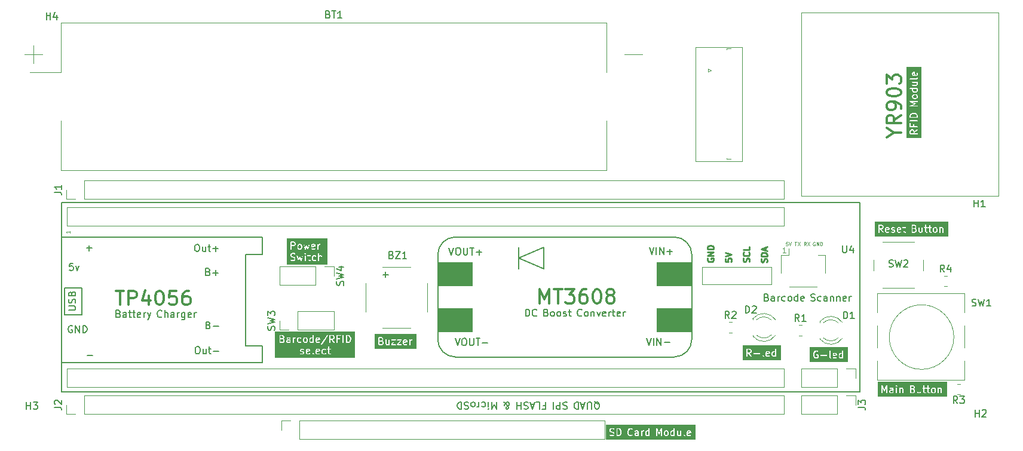
<source format=gbr>
%TF.GenerationSoftware,KiCad,Pcbnew,(7.99.0-200-gad838e3d73)*%
%TF.CreationDate,2024-03-11T18:14:04+07:00*%
%TF.ProjectId,WMS,574d532e-6b69-4636-9164-5f7063625858,rev?*%
%TF.SameCoordinates,Original*%
%TF.FileFunction,Legend,Top*%
%TF.FilePolarity,Positive*%
%FSLAX46Y46*%
G04 Gerber Fmt 4.6, Leading zero omitted, Abs format (unit mm)*
G04 Created by KiCad (PCBNEW (7.99.0-200-gad838e3d73)) date 2024-03-11 18:14:04*
%MOMM*%
%LPD*%
G01*
G04 APERTURE LIST*
%ADD10C,0.150000*%
%ADD11C,0.300000*%
%ADD12C,0.212500*%
%ADD13C,0.100000*%
%ADD14C,0.200000*%
%ADD15C,0.120000*%
%ADD16R,5.000000X3.500000*%
G04 APERTURE END LIST*
D10*
G36*
X109027126Y-85813435D02*
G01*
X109055647Y-85870475D01*
X109055647Y-85886524D01*
X108729457Y-85951762D01*
X108729457Y-85870477D01*
X108757978Y-85813434D01*
X108815018Y-85784914D01*
X108970084Y-85784914D01*
X109027126Y-85813435D01*
G37*
G36*
X107086221Y-85819173D02*
G01*
X107116626Y-85849578D01*
X107150885Y-85918094D01*
X107150885Y-86168398D01*
X107116626Y-86236915D01*
X107086219Y-86267322D01*
X107017704Y-86301580D01*
X106910258Y-86301580D01*
X106841740Y-86267321D01*
X106811333Y-86236914D01*
X106777076Y-86168399D01*
X106777076Y-85918096D01*
X106811335Y-85849578D01*
X106841740Y-85819172D01*
X106910256Y-85784914D01*
X107017703Y-85784914D01*
X107086221Y-85819173D01*
G37*
G36*
X106181458Y-85485839D02*
G01*
X106211864Y-85516245D01*
X106246123Y-85584761D01*
X106246123Y-85692208D01*
X106211864Y-85760725D01*
X106181457Y-85791132D01*
X106112942Y-85825390D01*
X105824695Y-85825390D01*
X105824695Y-85451580D01*
X106112941Y-85451580D01*
X106181458Y-85485839D01*
G37*
G36*
X110863981Y-88582057D02*
G01*
X105143743Y-88582057D01*
X105143743Y-87195448D01*
X105624362Y-87195448D01*
X105627076Y-87201992D01*
X105627076Y-87278255D01*
X105625145Y-87296139D01*
X105632001Y-87309852D01*
X105636319Y-87324555D01*
X105641672Y-87329193D01*
X105678407Y-87402662D01*
X105681090Y-87414994D01*
X105695717Y-87429621D01*
X105709779Y-87444739D01*
X105711197Y-87445101D01*
X105737632Y-87471536D01*
X105744076Y-87482386D01*
X105762585Y-87491640D01*
X105780699Y-87501531D01*
X105782157Y-87501426D01*
X105847062Y-87533879D01*
X105852997Y-87540191D01*
X105866374Y-87543535D01*
X105868654Y-87544675D01*
X105876786Y-87546138D01*
X106056850Y-87591154D01*
X106133840Y-87629649D01*
X106164245Y-87660054D01*
X106198504Y-87728570D01*
X106198504Y-87788398D01*
X106164245Y-87856915D01*
X106133838Y-87887322D01*
X106065323Y-87921580D01*
X105857103Y-87921580D01*
X105715564Y-87874400D01*
X105682779Y-87873215D01*
X105644891Y-87895672D01*
X105625159Y-87935048D01*
X105629846Y-87978841D01*
X105657467Y-88013148D01*
X105812296Y-88064758D01*
X105822911Y-88071580D01*
X105843590Y-88071580D01*
X105864230Y-88072326D01*
X105865489Y-88071580D01*
X106078988Y-88071580D01*
X106096872Y-88073511D01*
X106110585Y-88066654D01*
X106125288Y-88062337D01*
X106129926Y-88056983D01*
X106203395Y-88020248D01*
X106215727Y-88017566D01*
X106230354Y-88002938D01*
X106245472Y-87988877D01*
X106245834Y-87987458D01*
X106272269Y-87961023D01*
X106283119Y-87954580D01*
X106292373Y-87936070D01*
X106302264Y-87917957D01*
X106302159Y-87916498D01*
X106338782Y-87843252D01*
X106348504Y-87828126D01*
X106348504Y-87812796D01*
X106351218Y-87797713D01*
X106348504Y-87791169D01*
X106348504Y-87714897D01*
X106350434Y-87697022D01*
X106343579Y-87683312D01*
X106339261Y-87668606D01*
X106333906Y-87663966D01*
X106297172Y-87590497D01*
X106294490Y-87578167D01*
X106279870Y-87563547D01*
X106265801Y-87548422D01*
X106264382Y-87548059D01*
X106237947Y-87521624D01*
X106231504Y-87510775D01*
X106213003Y-87501524D01*
X106194881Y-87491629D01*
X106193420Y-87491733D01*
X106128516Y-87459281D01*
X106122582Y-87452970D01*
X106109204Y-87449625D01*
X106106925Y-87448486D01*
X106098792Y-87447022D01*
X105918729Y-87402006D01*
X105841740Y-87363512D01*
X105811333Y-87333105D01*
X105809452Y-87329343D01*
X106528674Y-87329343D01*
X106721310Y-88003569D01*
X106720565Y-88011396D01*
X106727246Y-88024345D01*
X106728162Y-88027551D01*
X106732168Y-88033886D01*
X106740759Y-88050537D01*
X106743812Y-88052298D01*
X106745697Y-88055279D01*
X106762681Y-88063185D01*
X106778908Y-88072548D01*
X106782430Y-88072379D01*
X106785626Y-88073867D01*
X106804182Y-88071336D01*
X106822901Y-88070440D01*
X106825773Y-88068393D01*
X106829265Y-88067917D01*
X106843508Y-88055755D01*
X106858771Y-88044881D01*
X106860080Y-88041607D01*
X106862761Y-88039319D01*
X106868169Y-88021385D01*
X106987789Y-87722334D01*
X107103371Y-88011289D01*
X107103429Y-88019149D01*
X107111394Y-88031347D01*
X107112634Y-88034445D01*
X107117268Y-88040341D01*
X107127511Y-88056026D01*
X107130728Y-88057466D01*
X107132907Y-88060239D01*
X107150610Y-88066372D01*
X107167707Y-88074029D01*
X107171192Y-88073501D01*
X107174524Y-88074656D01*
X107192732Y-88070244D01*
X107211256Y-88067443D01*
X107213903Y-88065114D01*
X107217329Y-88064285D01*
X107230258Y-88050733D01*
X107244330Y-88038359D01*
X107245298Y-88034968D01*
X107247732Y-88032418D01*
X107251282Y-88014025D01*
X107253186Y-88007362D01*
X107674695Y-88007362D01*
X107683938Y-88038840D01*
X107717224Y-88067682D01*
X107760819Y-88073950D01*
X107800883Y-88055654D01*
X107824695Y-88018602D01*
X107824695Y-87341038D01*
X108005658Y-87341038D01*
X108023954Y-87381102D01*
X108061006Y-87404914D01*
X108150885Y-87404914D01*
X108150885Y-87849683D01*
X108148954Y-87867567D01*
X108155810Y-87881280D01*
X108160128Y-87895983D01*
X108165481Y-87900621D01*
X108197877Y-87965412D01*
X108197775Y-87968326D01*
X108207636Y-87984930D01*
X108211244Y-87992145D01*
X108213118Y-87994159D01*
X108220266Y-88006195D01*
X108227830Y-88009977D01*
X108233588Y-88016167D01*
X108247141Y-88019632D01*
X108331593Y-88061858D01*
X108346720Y-88071580D01*
X108362050Y-88071580D01*
X108377133Y-88074294D01*
X108383677Y-88071580D01*
X108474762Y-88071580D01*
X108506240Y-88062337D01*
X108535082Y-88029051D01*
X108541350Y-87985456D01*
X108523054Y-87945392D01*
X108486002Y-87921580D01*
X108386448Y-87921580D01*
X108329405Y-87893058D01*
X108300885Y-87836018D01*
X108300885Y-87528781D01*
X108671981Y-87528781D01*
X108674695Y-87535325D01*
X108674695Y-87802064D01*
X108672764Y-87819948D01*
X108679620Y-87833661D01*
X108683938Y-87848364D01*
X108689291Y-87853002D01*
X108726026Y-87926471D01*
X108728709Y-87938803D01*
X108743336Y-87953430D01*
X108757398Y-87968548D01*
X108758816Y-87968910D01*
X108785251Y-87995345D01*
X108791695Y-88006195D01*
X108810204Y-88015449D01*
X108828318Y-88025340D01*
X108829776Y-88025235D01*
X108903022Y-88061858D01*
X108918149Y-88071580D01*
X108933479Y-88071580D01*
X108948562Y-88074294D01*
X108955106Y-88071580D01*
X109126607Y-88071580D01*
X109144491Y-88073511D01*
X109158204Y-88066654D01*
X109172907Y-88062337D01*
X109177545Y-88056983D01*
X109269069Y-88011221D01*
X109293091Y-87988877D01*
X109304002Y-87946206D01*
X109290112Y-87904411D01*
X109255830Y-87876759D01*
X109212041Y-87872031D01*
X109112942Y-87921580D01*
X108957877Y-87921580D01*
X108889359Y-87887321D01*
X108858952Y-87856914D01*
X108824695Y-87788399D01*
X108824695Y-87538096D01*
X108858954Y-87469578D01*
X108889359Y-87439172D01*
X108957875Y-87404914D01*
X109112941Y-87404914D01*
X109201987Y-87449437D01*
X109234276Y-87455247D01*
X109274959Y-87438374D01*
X109295654Y-87408537D01*
X109578077Y-87408537D01*
X109579457Y-87427826D01*
X109579457Y-88007362D01*
X109588700Y-88038840D01*
X109621986Y-88067682D01*
X109665581Y-88073950D01*
X109705645Y-88055654D01*
X109729457Y-88018602D01*
X109729457Y-87456218D01*
X109746502Y-87439172D01*
X109815018Y-87404914D01*
X109922465Y-87404914D01*
X109979507Y-87433435D01*
X110008028Y-87490475D01*
X110008028Y-88007362D01*
X110017271Y-88038840D01*
X110050557Y-88067682D01*
X110094152Y-88073950D01*
X110134216Y-88055654D01*
X110158028Y-88018602D01*
X110158028Y-87476802D01*
X110159958Y-87458927D01*
X110153103Y-87445217D01*
X110148785Y-87430511D01*
X110143430Y-87425871D01*
X110111035Y-87361080D01*
X110111138Y-87358168D01*
X110101278Y-87341567D01*
X110097669Y-87334348D01*
X110095793Y-87332331D01*
X110088647Y-87320299D01*
X110081082Y-87316516D01*
X110075325Y-87310327D01*
X110061771Y-87306861D01*
X109977322Y-87264637D01*
X109962193Y-87254914D01*
X109946863Y-87254914D01*
X109931780Y-87252200D01*
X109925236Y-87254914D01*
X109801345Y-87254914D01*
X109783470Y-87252984D01*
X109769760Y-87259838D01*
X109755054Y-87264157D01*
X109750414Y-87269511D01*
X109729457Y-87279990D01*
X109729457Y-86985798D01*
X109720214Y-86954320D01*
X109686928Y-86925478D01*
X109643333Y-86919210D01*
X109603269Y-86937506D01*
X109579457Y-86974558D01*
X109579457Y-87406010D01*
X109578077Y-87408537D01*
X109295654Y-87408537D01*
X109300061Y-87402184D01*
X109301614Y-87358168D01*
X109279123Y-87320299D01*
X109167798Y-87264637D01*
X109152669Y-87254914D01*
X109137339Y-87254914D01*
X109122256Y-87252200D01*
X109115712Y-87254914D01*
X108944202Y-87254914D01*
X108926327Y-87252984D01*
X108912617Y-87259838D01*
X108897911Y-87264157D01*
X108893271Y-87269511D01*
X108819802Y-87306245D01*
X108807472Y-87308928D01*
X108792852Y-87323547D01*
X108777727Y-87337617D01*
X108777364Y-87339035D01*
X108750929Y-87365470D01*
X108740080Y-87371914D01*
X108730829Y-87390414D01*
X108720934Y-87408537D01*
X108721038Y-87409997D01*
X108684418Y-87483238D01*
X108674695Y-87498368D01*
X108674695Y-87513698D01*
X108671981Y-87528781D01*
X108300885Y-87528781D01*
X108300885Y-87404914D01*
X108474762Y-87404914D01*
X108506240Y-87395671D01*
X108535082Y-87362385D01*
X108541350Y-87318790D01*
X108523054Y-87278726D01*
X108486002Y-87254914D01*
X108300885Y-87254914D01*
X108300885Y-86985798D01*
X108291642Y-86954320D01*
X108258356Y-86925478D01*
X108214761Y-86919210D01*
X108174697Y-86937506D01*
X108150885Y-86974558D01*
X108150885Y-87254914D01*
X108072246Y-87254914D01*
X108040768Y-87264157D01*
X108011926Y-87297443D01*
X108005658Y-87341038D01*
X107824695Y-87341038D01*
X107824695Y-87319132D01*
X107815452Y-87287654D01*
X107782166Y-87258812D01*
X107738571Y-87252544D01*
X107698507Y-87270840D01*
X107674695Y-87307892D01*
X107674695Y-88007362D01*
X107253186Y-88007362D01*
X107443818Y-87340151D01*
X107443579Y-87307345D01*
X107419497Y-87270468D01*
X107379301Y-87252465D01*
X107335752Y-87259051D01*
X107302678Y-87288135D01*
X107166422Y-87765028D01*
X107064174Y-87509407D01*
X107064539Y-87505574D01*
X107056090Y-87489198D01*
X107053421Y-87482525D01*
X107051168Y-87479659D01*
X107044345Y-87466433D01*
X107037811Y-87462663D01*
X107033149Y-87456731D01*
X107019083Y-87451858D01*
X107006196Y-87444423D01*
X106998662Y-87444784D01*
X106991532Y-87442314D01*
X106977066Y-87445818D01*
X106962203Y-87446531D01*
X106956059Y-87450908D01*
X106948727Y-87452685D01*
X106938454Y-87463452D01*
X106926333Y-87472089D01*
X106923530Y-87479094D01*
X106918324Y-87484552D01*
X106915502Y-87499164D01*
X106809157Y-87765028D01*
X106675990Y-87298943D01*
X106658455Y-87271215D01*
X106618526Y-87252627D01*
X106574887Y-87258577D01*
X106541391Y-87287175D01*
X106528674Y-87329343D01*
X105809452Y-87329343D01*
X105777076Y-87264590D01*
X105777076Y-87204763D01*
X105811335Y-87136245D01*
X105841741Y-87105838D01*
X105910257Y-87071580D01*
X106118476Y-87071580D01*
X106260015Y-87118761D01*
X106292801Y-87119947D01*
X106330689Y-87097490D01*
X106350421Y-87058114D01*
X106348335Y-87038624D01*
X107624109Y-87038624D01*
X107627650Y-87054903D01*
X107628839Y-87071517D01*
X107632257Y-87076083D01*
X107633471Y-87081661D01*
X107645254Y-87093444D01*
X107655234Y-87106775D01*
X107660578Y-87108768D01*
X107683126Y-87131316D01*
X107683938Y-87134079D01*
X107694487Y-87143219D01*
X107702852Y-87154394D01*
X107710807Y-87157361D01*
X107717224Y-87162921D01*
X107725628Y-87164129D01*
X107733080Y-87168198D01*
X107738770Y-87167791D01*
X107744119Y-87169786D01*
X107752416Y-87167980D01*
X107760819Y-87169189D01*
X107768543Y-87165661D01*
X107777011Y-87165056D01*
X107781577Y-87161637D01*
X107787156Y-87160424D01*
X107793160Y-87154419D01*
X107800883Y-87150893D01*
X107805474Y-87143748D01*
X107812269Y-87138662D01*
X107814262Y-87133317D01*
X107846557Y-87101022D01*
X107859888Y-87091044D01*
X107865710Y-87075434D01*
X107873693Y-87060815D01*
X107873286Y-87055125D01*
X107875281Y-87049777D01*
X107871739Y-87033494D01*
X107870551Y-87016884D01*
X107867132Y-87012317D01*
X107865919Y-87006740D01*
X107854136Y-86994957D01*
X107844157Y-86981626D01*
X107838812Y-86979632D01*
X107816262Y-86957081D01*
X107815452Y-86954320D01*
X107804901Y-86945177D01*
X107796537Y-86934005D01*
X107788583Y-86931038D01*
X107782166Y-86925478D01*
X107773762Y-86924269D01*
X107766311Y-86920201D01*
X107760618Y-86920608D01*
X107755270Y-86918613D01*
X107746973Y-86920418D01*
X107738571Y-86919210D01*
X107730846Y-86922737D01*
X107722380Y-86923343D01*
X107717812Y-86926762D01*
X107712233Y-86927976D01*
X107706229Y-86933979D01*
X107698507Y-86937506D01*
X107693916Y-86944649D01*
X107687121Y-86949736D01*
X107685126Y-86955082D01*
X107652832Y-86987377D01*
X107639501Y-86997357D01*
X107633679Y-87012964D01*
X107625696Y-87027586D01*
X107626103Y-87033277D01*
X107624109Y-87038624D01*
X106348335Y-87038624D01*
X106345734Y-87014320D01*
X106318114Y-86980013D01*
X106163283Y-86928401D01*
X106152669Y-86921580D01*
X106131990Y-86921580D01*
X106111350Y-86920834D01*
X106110091Y-86921580D01*
X105896592Y-86921580D01*
X105878708Y-86919649D01*
X105864994Y-86926505D01*
X105850292Y-86930823D01*
X105845652Y-86936176D01*
X105772182Y-86972912D01*
X105759853Y-86975595D01*
X105745228Y-86990219D01*
X105730108Y-87004285D01*
X105729745Y-87005702D01*
X105703310Y-87032137D01*
X105692461Y-87038581D01*
X105683210Y-87057081D01*
X105673315Y-87075204D01*
X105673419Y-87076664D01*
X105636799Y-87149905D01*
X105627076Y-87165035D01*
X105627076Y-87180365D01*
X105624362Y-87195448D01*
X105143743Y-87195448D01*
X105143743Y-85911514D01*
X105672325Y-85911514D01*
X105674695Y-85916704D01*
X105674695Y-86387362D01*
X105683938Y-86418840D01*
X105717224Y-86447682D01*
X105760819Y-86453950D01*
X105800883Y-86435654D01*
X105824695Y-86398602D01*
X105824695Y-85975390D01*
X106126607Y-85975390D01*
X106144491Y-85977321D01*
X106158204Y-85970464D01*
X106172907Y-85966147D01*
X106177545Y-85960793D01*
X106251014Y-85924058D01*
X106263346Y-85921376D01*
X106275940Y-85908781D01*
X106624362Y-85908781D01*
X106627076Y-85915325D01*
X106627076Y-86182064D01*
X106625145Y-86199948D01*
X106632001Y-86213661D01*
X106636319Y-86228364D01*
X106641672Y-86233002D01*
X106678407Y-86306471D01*
X106681090Y-86318803D01*
X106695717Y-86333430D01*
X106709779Y-86348548D01*
X106711197Y-86348910D01*
X106737632Y-86375345D01*
X106744076Y-86386195D01*
X106762585Y-86395449D01*
X106780699Y-86405340D01*
X106782157Y-86405235D01*
X106855403Y-86441858D01*
X106870530Y-86451580D01*
X106885860Y-86451580D01*
X106900943Y-86454294D01*
X106907487Y-86451580D01*
X107031369Y-86451580D01*
X107049253Y-86453511D01*
X107062966Y-86446654D01*
X107077669Y-86442337D01*
X107082307Y-86436983D01*
X107155776Y-86400248D01*
X107168108Y-86397566D01*
X107182735Y-86382938D01*
X107197853Y-86368877D01*
X107198215Y-86367458D01*
X107224650Y-86341023D01*
X107235500Y-86334580D01*
X107244754Y-86316070D01*
X107254645Y-86297957D01*
X107254540Y-86296498D01*
X107291163Y-86223252D01*
X107300885Y-86208126D01*
X107300885Y-86192796D01*
X107303599Y-86177713D01*
X107300885Y-86171169D01*
X107300885Y-85904421D01*
X107302815Y-85886546D01*
X107295960Y-85872836D01*
X107291642Y-85858130D01*
X107286287Y-85853490D01*
X107249553Y-85780021D01*
X107246871Y-85767691D01*
X107232251Y-85753071D01*
X107218182Y-85737946D01*
X107216763Y-85737583D01*
X107190328Y-85711148D01*
X107189256Y-85709343D01*
X107481055Y-85709343D01*
X107673691Y-86383569D01*
X107672946Y-86391396D01*
X107679627Y-86404345D01*
X107680543Y-86407551D01*
X107684549Y-86413886D01*
X107693140Y-86430537D01*
X107696193Y-86432298D01*
X107698078Y-86435279D01*
X107715062Y-86443185D01*
X107731289Y-86452548D01*
X107734811Y-86452379D01*
X107738007Y-86453867D01*
X107756563Y-86451336D01*
X107775282Y-86450440D01*
X107778154Y-86448393D01*
X107781646Y-86447917D01*
X107795889Y-86435755D01*
X107811152Y-86424881D01*
X107812461Y-86421607D01*
X107815142Y-86419319D01*
X107820550Y-86401385D01*
X107940170Y-86102334D01*
X108055752Y-86391289D01*
X108055810Y-86399149D01*
X108063775Y-86411347D01*
X108065015Y-86414445D01*
X108069649Y-86420341D01*
X108079892Y-86436026D01*
X108083109Y-86437466D01*
X108085288Y-86440239D01*
X108102991Y-86446372D01*
X108120088Y-86454029D01*
X108123573Y-86453501D01*
X108126905Y-86454656D01*
X108145113Y-86450244D01*
X108163637Y-86447443D01*
X108166284Y-86445114D01*
X108169710Y-86444285D01*
X108182639Y-86430733D01*
X108196711Y-86418359D01*
X108197679Y-86414968D01*
X108200113Y-86412418D01*
X108203663Y-86394025D01*
X108355910Y-85861162D01*
X108576743Y-85861162D01*
X108579457Y-85867706D01*
X108579457Y-86023434D01*
X108578368Y-86025351D01*
X108579457Y-86045281D01*
X108579457Y-86229683D01*
X108577526Y-86247567D01*
X108584382Y-86261280D01*
X108588700Y-86275983D01*
X108594053Y-86280621D01*
X108626449Y-86345412D01*
X108626347Y-86348326D01*
X108636208Y-86364930D01*
X108639816Y-86372145D01*
X108641690Y-86374159D01*
X108648838Y-86386195D01*
X108656402Y-86389977D01*
X108662160Y-86396167D01*
X108675713Y-86399632D01*
X108760165Y-86441858D01*
X108775292Y-86451580D01*
X108790622Y-86451580D01*
X108805705Y-86454294D01*
X108812249Y-86451580D01*
X108983750Y-86451580D01*
X109001634Y-86453511D01*
X109015347Y-86446654D01*
X109030050Y-86442337D01*
X109034688Y-86436983D01*
X109126212Y-86391221D01*
X109150234Y-86368877D01*
X109161145Y-86326206D01*
X109147255Y-86284411D01*
X109112973Y-86256759D01*
X109069184Y-86252031D01*
X108970085Y-86301580D01*
X108815020Y-86301580D01*
X108757977Y-86273058D01*
X108729457Y-86216018D01*
X108729457Y-86104732D01*
X109132725Y-86024078D01*
X109141771Y-86025379D01*
X109153886Y-86019846D01*
X109155928Y-86019438D01*
X109163661Y-86015382D01*
X109181835Y-86007083D01*
X109183028Y-86005225D01*
X109184982Y-86004201D01*
X109194839Y-85986847D01*
X109205647Y-85970031D01*
X109205647Y-85967822D01*
X109206736Y-85965905D01*
X109205647Y-85945975D01*
X109205647Y-85908781D01*
X109481505Y-85908781D01*
X109484219Y-85915325D01*
X109484219Y-86387362D01*
X109493462Y-86418840D01*
X109526748Y-86447682D01*
X109570343Y-86453950D01*
X109610407Y-86435654D01*
X109634219Y-86398602D01*
X109634219Y-85918096D01*
X109668478Y-85849578D01*
X109698883Y-85819172D01*
X109767399Y-85784914D01*
X109855715Y-85784914D01*
X109887193Y-85775671D01*
X109916035Y-85742385D01*
X109922303Y-85698790D01*
X109904007Y-85658726D01*
X109866955Y-85634914D01*
X109753726Y-85634914D01*
X109735851Y-85632984D01*
X109722141Y-85639838D01*
X109707435Y-85644157D01*
X109702795Y-85649511D01*
X109630293Y-85685762D01*
X109624976Y-85667654D01*
X109591690Y-85638812D01*
X109548095Y-85632544D01*
X109508031Y-85650840D01*
X109484219Y-85687892D01*
X109484219Y-85893698D01*
X109481505Y-85908781D01*
X109205647Y-85908781D01*
X109205647Y-85856802D01*
X109207577Y-85838927D01*
X109200722Y-85825217D01*
X109196404Y-85810511D01*
X109191049Y-85805871D01*
X109158654Y-85741080D01*
X109158757Y-85738168D01*
X109148897Y-85721567D01*
X109145288Y-85714348D01*
X109143412Y-85712331D01*
X109136266Y-85700299D01*
X109128701Y-85696516D01*
X109122944Y-85690327D01*
X109109390Y-85686861D01*
X109024941Y-85644637D01*
X109009812Y-85634914D01*
X108994482Y-85634914D01*
X108979399Y-85632200D01*
X108972855Y-85634914D01*
X108801345Y-85634914D01*
X108783470Y-85632984D01*
X108769760Y-85639838D01*
X108755054Y-85644157D01*
X108750414Y-85649511D01*
X108685623Y-85681906D01*
X108682711Y-85681804D01*
X108666110Y-85691663D01*
X108658891Y-85695273D01*
X108656874Y-85697148D01*
X108644842Y-85704295D01*
X108641059Y-85711859D01*
X108634870Y-85717617D01*
X108631404Y-85731170D01*
X108589180Y-85815619D01*
X108579457Y-85830749D01*
X108579457Y-85846079D01*
X108576743Y-85861162D01*
X108355910Y-85861162D01*
X108396199Y-85720151D01*
X108395960Y-85687345D01*
X108371878Y-85650468D01*
X108331682Y-85632465D01*
X108288133Y-85639051D01*
X108255059Y-85668135D01*
X108118803Y-86145028D01*
X108016555Y-85889407D01*
X108016920Y-85885574D01*
X108008471Y-85869198D01*
X108005802Y-85862525D01*
X108003549Y-85859659D01*
X107996726Y-85846433D01*
X107990192Y-85842663D01*
X107985530Y-85836731D01*
X107971464Y-85831858D01*
X107958577Y-85824423D01*
X107951043Y-85824784D01*
X107943913Y-85822314D01*
X107929447Y-85825818D01*
X107914584Y-85826531D01*
X107908440Y-85830908D01*
X107901108Y-85832685D01*
X107890835Y-85843452D01*
X107878714Y-85852089D01*
X107875911Y-85859094D01*
X107870705Y-85864552D01*
X107867883Y-85879164D01*
X107761538Y-86145028D01*
X107628371Y-85678943D01*
X107610836Y-85651215D01*
X107570907Y-85632627D01*
X107527268Y-85638577D01*
X107493772Y-85667175D01*
X107481055Y-85709343D01*
X107189256Y-85709343D01*
X107183885Y-85700299D01*
X107165384Y-85691048D01*
X107147262Y-85681153D01*
X107145801Y-85681257D01*
X107072560Y-85644637D01*
X107057431Y-85634914D01*
X107042101Y-85634914D01*
X107027018Y-85632200D01*
X107020474Y-85634914D01*
X106896583Y-85634914D01*
X106878708Y-85632984D01*
X106864998Y-85639838D01*
X106850292Y-85644157D01*
X106845652Y-85649511D01*
X106772183Y-85686245D01*
X106759853Y-85688928D01*
X106745233Y-85703547D01*
X106730108Y-85717617D01*
X106729745Y-85719035D01*
X106703310Y-85745470D01*
X106692461Y-85751914D01*
X106683210Y-85770414D01*
X106673315Y-85788537D01*
X106673419Y-85789997D01*
X106636799Y-85863238D01*
X106627076Y-85878368D01*
X106627076Y-85893698D01*
X106624362Y-85908781D01*
X106275940Y-85908781D01*
X106277973Y-85906748D01*
X106293091Y-85892687D01*
X106293453Y-85891268D01*
X106319888Y-85864833D01*
X106330738Y-85858390D01*
X106339992Y-85839880D01*
X106349883Y-85821767D01*
X106349778Y-85820308D01*
X106386401Y-85747062D01*
X106396123Y-85731936D01*
X106396123Y-85716606D01*
X106398837Y-85701523D01*
X106396123Y-85694979D01*
X106396123Y-85571088D01*
X106398053Y-85553213D01*
X106391198Y-85539503D01*
X106386880Y-85524797D01*
X106381525Y-85520157D01*
X106344791Y-85446688D01*
X106342109Y-85434358D01*
X106327489Y-85419738D01*
X106313420Y-85404613D01*
X106312001Y-85404250D01*
X106285568Y-85377817D01*
X106279124Y-85366967D01*
X106260627Y-85357718D01*
X106242500Y-85347820D01*
X106241039Y-85347924D01*
X106167796Y-85311301D01*
X106152669Y-85301580D01*
X106137340Y-85301580D01*
X106122257Y-85298866D01*
X106115713Y-85301580D01*
X105755055Y-85301580D01*
X105738571Y-85299210D01*
X105723418Y-85306129D01*
X105707435Y-85310823D01*
X105703698Y-85315135D01*
X105698507Y-85317506D01*
X105689499Y-85331522D01*
X105678593Y-85344109D01*
X105677781Y-85349755D01*
X105674695Y-85354558D01*
X105674695Y-85371220D01*
X105672325Y-85387704D01*
X105674695Y-85392894D01*
X105674695Y-85895030D01*
X105672325Y-85911514D01*
X105143743Y-85911514D01*
X105143743Y-84851343D01*
X110863981Y-84851343D01*
X110863981Y-88582057D01*
G37*
G36*
X109659326Y-100666835D02*
G01*
X109687847Y-100723875D01*
X109687847Y-100739924D01*
X109361657Y-100805162D01*
X109361657Y-100723877D01*
X109390178Y-100666834D01*
X109447218Y-100638314D01*
X109602284Y-100638314D01*
X109659326Y-100666835D01*
G37*
G36*
X108278373Y-100666835D02*
G01*
X108306894Y-100723875D01*
X108306894Y-100739924D01*
X107980704Y-100805162D01*
X107980704Y-100723877D01*
X108009225Y-100666834D01*
X108066265Y-100638314D01*
X108221331Y-100638314D01*
X108278373Y-100666835D01*
G37*
G36*
X113936619Y-98723152D02*
G01*
X114010731Y-98797264D01*
X114049225Y-98874250D01*
X114092609Y-99047786D01*
X114092609Y-99172175D01*
X114049225Y-99345707D01*
X114010731Y-99422696D01*
X113936619Y-99496808D01*
X113822104Y-99534980D01*
X113671181Y-99534980D01*
X113671181Y-98684980D01*
X113822105Y-98684980D01*
X113936619Y-98723152D01*
G37*
G36*
X109683136Y-99046835D02*
G01*
X109711657Y-99103875D01*
X109711657Y-99119924D01*
X109385467Y-99185162D01*
X109385467Y-99103877D01*
X109413988Y-99046834D01*
X109471028Y-99018314D01*
X109626094Y-99018314D01*
X109683136Y-99046835D01*
G37*
G36*
X108806895Y-99037286D02*
G01*
X108806895Y-99516009D01*
X108768952Y-99534980D01*
X108613887Y-99534980D01*
X108545369Y-99500721D01*
X108514962Y-99470314D01*
X108480705Y-99401799D01*
X108480705Y-99151496D01*
X108514964Y-99082978D01*
X108545369Y-99052572D01*
X108613885Y-99018314D01*
X108768951Y-99018314D01*
X108806895Y-99037286D01*
G37*
G36*
X107885088Y-99052573D02*
G01*
X107915493Y-99082978D01*
X107949752Y-99151494D01*
X107949752Y-99401798D01*
X107915493Y-99470315D01*
X107885086Y-99500722D01*
X107816571Y-99534980D01*
X107709125Y-99534980D01*
X107640607Y-99500721D01*
X107610200Y-99470314D01*
X107575943Y-99401799D01*
X107575943Y-99151496D01*
X107610202Y-99082978D01*
X107640607Y-99052572D01*
X107709123Y-99018314D01*
X107816570Y-99018314D01*
X107885088Y-99052573D01*
G37*
G36*
X105521180Y-99516009D02*
G01*
X105483237Y-99534980D01*
X105280553Y-99534980D01*
X105223510Y-99506458D01*
X105194990Y-99449418D01*
X105194990Y-99389591D01*
X105223511Y-99332548D01*
X105280551Y-99304028D01*
X105496902Y-99304028D01*
X105514786Y-99305959D01*
X105521180Y-99302762D01*
X105521180Y-99516009D01*
G37*
G36*
X111694611Y-98719239D02*
G01*
X111725017Y-98749645D01*
X111759276Y-98818161D01*
X111759276Y-98925608D01*
X111725017Y-98994125D01*
X111694610Y-99024532D01*
X111626095Y-99058790D01*
X111504815Y-99058790D01*
X111486770Y-99056920D01*
X111483070Y-99058790D01*
X111337848Y-99058790D01*
X111337848Y-98684980D01*
X111626094Y-98684980D01*
X111694611Y-98719239D01*
G37*
G36*
X104603285Y-99199342D02*
G01*
X104629778Y-99225835D01*
X104664037Y-99294351D01*
X104664037Y-99401798D01*
X104629778Y-99470315D01*
X104599371Y-99500722D01*
X104530856Y-99534980D01*
X104242609Y-99534980D01*
X104242609Y-99161171D01*
X104488772Y-99161171D01*
X104603285Y-99199342D01*
G37*
G36*
X104551753Y-98719239D02*
G01*
X104582159Y-98749645D01*
X104616418Y-98818161D01*
X104616418Y-98877989D01*
X104582159Y-98946506D01*
X104551752Y-98976913D01*
X104484521Y-99010528D01*
X104481645Y-99010425D01*
X104480386Y-99011171D01*
X104242609Y-99011171D01*
X104242609Y-98684980D01*
X104483236Y-98684980D01*
X104551753Y-98719239D01*
G37*
G36*
X114813443Y-101815457D02*
G01*
X103474157Y-101815457D01*
X103474157Y-100714562D01*
X107018466Y-100714562D01*
X107021180Y-100721106D01*
X107021180Y-100749750D01*
X107019249Y-100767634D01*
X107026105Y-100781347D01*
X107030423Y-100796050D01*
X107035776Y-100800688D01*
X107068172Y-100865479D01*
X107068070Y-100868393D01*
X107077931Y-100884997D01*
X107081539Y-100892212D01*
X107083413Y-100894226D01*
X107090561Y-100906262D01*
X107098125Y-100910044D01*
X107103883Y-100916234D01*
X107117436Y-100919699D01*
X107201888Y-100961925D01*
X107217015Y-100971647D01*
X107232345Y-100971647D01*
X107247428Y-100974361D01*
X107253972Y-100971647D01*
X107364188Y-100971647D01*
X107421230Y-101000168D01*
X107449751Y-101057208D01*
X107449751Y-101069417D01*
X107421229Y-101126459D01*
X107364189Y-101154980D01*
X107209124Y-101154980D01*
X107120077Y-101110457D01*
X107087789Y-101104647D01*
X107047106Y-101121520D01*
X107022003Y-101157710D01*
X107020451Y-101201726D01*
X107042942Y-101239595D01*
X107154269Y-101295258D01*
X107169396Y-101304980D01*
X107184726Y-101304980D01*
X107199809Y-101307694D01*
X107206353Y-101304980D01*
X107377854Y-101304980D01*
X107395738Y-101306911D01*
X107409451Y-101300054D01*
X107424154Y-101295737D01*
X107428792Y-101290383D01*
X107493583Y-101257987D01*
X107496497Y-101258090D01*
X107513101Y-101248228D01*
X107520316Y-101244621D01*
X107522330Y-101242746D01*
X107534366Y-101235599D01*
X107538148Y-101228034D01*
X107544338Y-101222277D01*
X107547803Y-101208723D01*
X107590029Y-101124271D01*
X107599751Y-101109145D01*
X107599751Y-101093815D01*
X107602465Y-101078732D01*
X107599751Y-101072188D01*
X107599751Y-101043535D01*
X107601681Y-101025660D01*
X107594826Y-101011950D01*
X107590508Y-100997244D01*
X107585153Y-100992604D01*
X107552758Y-100927813D01*
X107552861Y-100924901D01*
X107543001Y-100908300D01*
X107539392Y-100901081D01*
X107537516Y-100899064D01*
X107530370Y-100887032D01*
X107522805Y-100883249D01*
X107517048Y-100877060D01*
X107503494Y-100873594D01*
X107419045Y-100831370D01*
X107403916Y-100821647D01*
X107388586Y-100821647D01*
X107373503Y-100818933D01*
X107366959Y-100821647D01*
X107256743Y-100821647D01*
X107199700Y-100793125D01*
X107171180Y-100736085D01*
X107171180Y-100723877D01*
X107175837Y-100714562D01*
X107827990Y-100714562D01*
X107830704Y-100721106D01*
X107830704Y-100876834D01*
X107829615Y-100878751D01*
X107830704Y-100898681D01*
X107830704Y-101083083D01*
X107828773Y-101100967D01*
X107835629Y-101114680D01*
X107839947Y-101129383D01*
X107845300Y-101134021D01*
X107877696Y-101198812D01*
X107877594Y-101201726D01*
X107887455Y-101218330D01*
X107891063Y-101225545D01*
X107892937Y-101227559D01*
X107900085Y-101239595D01*
X107907649Y-101243377D01*
X107913407Y-101249567D01*
X107926960Y-101253032D01*
X108011412Y-101295258D01*
X108026539Y-101304980D01*
X108041869Y-101304980D01*
X108056952Y-101307694D01*
X108063496Y-101304980D01*
X108234997Y-101304980D01*
X108252881Y-101306911D01*
X108266594Y-101300054D01*
X108281297Y-101295737D01*
X108285935Y-101290383D01*
X108377459Y-101244621D01*
X108401481Y-101222277D01*
X108412392Y-101179606D01*
X108398502Y-101137811D01*
X108364220Y-101110159D01*
X108320431Y-101105431D01*
X108221332Y-101154980D01*
X108066267Y-101154980D01*
X108009224Y-101126458D01*
X107996478Y-101100967D01*
X108733535Y-101100967D01*
X108740391Y-101114680D01*
X108744709Y-101129383D01*
X108750062Y-101134021D01*
X108782458Y-101198812D01*
X108782356Y-101201726D01*
X108792217Y-101218330D01*
X108795825Y-101225545D01*
X108797699Y-101227559D01*
X108804847Y-101239595D01*
X108812411Y-101243377D01*
X108818169Y-101249567D01*
X108831722Y-101253032D01*
X108929425Y-101301884D01*
X108961714Y-101307694D01*
X109002397Y-101290821D01*
X109027499Y-101254631D01*
X109029052Y-101210615D01*
X109006561Y-101172746D01*
X108913986Y-101126458D01*
X108885466Y-101069418D01*
X108885466Y-100714562D01*
X109208943Y-100714562D01*
X109211657Y-100721106D01*
X109211657Y-100876834D01*
X109210568Y-100878751D01*
X109211657Y-100898681D01*
X109211657Y-101083083D01*
X109209726Y-101100967D01*
X109216582Y-101114680D01*
X109220900Y-101129383D01*
X109226253Y-101134021D01*
X109258649Y-101198812D01*
X109258547Y-101201726D01*
X109268408Y-101218330D01*
X109272016Y-101225545D01*
X109273890Y-101227559D01*
X109281038Y-101239595D01*
X109288602Y-101243377D01*
X109294360Y-101249567D01*
X109307913Y-101253032D01*
X109392365Y-101295258D01*
X109407492Y-101304980D01*
X109422822Y-101304980D01*
X109437905Y-101307694D01*
X109444449Y-101304980D01*
X109615950Y-101304980D01*
X109633834Y-101306911D01*
X109647547Y-101300054D01*
X109662250Y-101295737D01*
X109666888Y-101290383D01*
X109758412Y-101244621D01*
X109782434Y-101222277D01*
X109793345Y-101179606D01*
X109779455Y-101137811D01*
X109745173Y-101110159D01*
X109701384Y-101105431D01*
X109602285Y-101154980D01*
X109447220Y-101154980D01*
X109390177Y-101126458D01*
X109361657Y-101069418D01*
X109361657Y-100958132D01*
X109764925Y-100877478D01*
X109773971Y-100878779D01*
X109786086Y-100873246D01*
X109788128Y-100872838D01*
X109795861Y-100868782D01*
X109814035Y-100860483D01*
X109815228Y-100858625D01*
X109817182Y-100857601D01*
X109827039Y-100840247D01*
X109837847Y-100823431D01*
X109837847Y-100821222D01*
X109838936Y-100819305D01*
X109837847Y-100799375D01*
X109837847Y-100762181D01*
X110066086Y-100762181D01*
X110068800Y-100768725D01*
X110068800Y-101035464D01*
X110066869Y-101053348D01*
X110073725Y-101067061D01*
X110078043Y-101081764D01*
X110083396Y-101086402D01*
X110120131Y-101159871D01*
X110122814Y-101172203D01*
X110137441Y-101186830D01*
X110151503Y-101201948D01*
X110152921Y-101202310D01*
X110179356Y-101228745D01*
X110185800Y-101239595D01*
X110204309Y-101248849D01*
X110222423Y-101258740D01*
X110223881Y-101258635D01*
X110297127Y-101295258D01*
X110312254Y-101304980D01*
X110327584Y-101304980D01*
X110342667Y-101307694D01*
X110349211Y-101304980D01*
X110520712Y-101304980D01*
X110538596Y-101306911D01*
X110552309Y-101300054D01*
X110567012Y-101295737D01*
X110571650Y-101290383D01*
X110663174Y-101244621D01*
X110687196Y-101222277D01*
X110698107Y-101179606D01*
X110684217Y-101137811D01*
X110649935Y-101110159D01*
X110606146Y-101105431D01*
X110507047Y-101154980D01*
X110351982Y-101154980D01*
X110283464Y-101120721D01*
X110253057Y-101090314D01*
X110218800Y-101021799D01*
X110218800Y-100771496D01*
X110253059Y-100702978D01*
X110283464Y-100672572D01*
X110351980Y-100638314D01*
X110507046Y-100638314D01*
X110596092Y-100682837D01*
X110628381Y-100688647D01*
X110669064Y-100671774D01*
X110694166Y-100635584D01*
X110695719Y-100591568D01*
X110685545Y-100574438D01*
X110828335Y-100574438D01*
X110846631Y-100614502D01*
X110883683Y-100638314D01*
X110973562Y-100638314D01*
X110973562Y-101083083D01*
X110971631Y-101100967D01*
X110978487Y-101114680D01*
X110982805Y-101129383D01*
X110988158Y-101134021D01*
X111020554Y-101198812D01*
X111020452Y-101201726D01*
X111030313Y-101218330D01*
X111033921Y-101225545D01*
X111035795Y-101227559D01*
X111042943Y-101239595D01*
X111050507Y-101243377D01*
X111056265Y-101249567D01*
X111069818Y-101253032D01*
X111154270Y-101295258D01*
X111169397Y-101304980D01*
X111184727Y-101304980D01*
X111199810Y-101307694D01*
X111206354Y-101304980D01*
X111297439Y-101304980D01*
X111328917Y-101295737D01*
X111357759Y-101262451D01*
X111364027Y-101218856D01*
X111345731Y-101178792D01*
X111308679Y-101154980D01*
X111209125Y-101154980D01*
X111152082Y-101126458D01*
X111123562Y-101069418D01*
X111123562Y-100638314D01*
X111297439Y-100638314D01*
X111328917Y-100629071D01*
X111357759Y-100595785D01*
X111364027Y-100552190D01*
X111345731Y-100512126D01*
X111308679Y-100488314D01*
X111123562Y-100488314D01*
X111123562Y-100219198D01*
X111114319Y-100187720D01*
X111081033Y-100158878D01*
X111037438Y-100152610D01*
X110997374Y-100170906D01*
X110973562Y-100207958D01*
X110973562Y-100488314D01*
X110894923Y-100488314D01*
X110863445Y-100497557D01*
X110834603Y-100530843D01*
X110828335Y-100574438D01*
X110685545Y-100574438D01*
X110673228Y-100553699D01*
X110561903Y-100498037D01*
X110546774Y-100488314D01*
X110531444Y-100488314D01*
X110516361Y-100485600D01*
X110509817Y-100488314D01*
X110338307Y-100488314D01*
X110320432Y-100486384D01*
X110306722Y-100493238D01*
X110292016Y-100497557D01*
X110287376Y-100502911D01*
X110213907Y-100539645D01*
X110201577Y-100542328D01*
X110186957Y-100556947D01*
X110171832Y-100571017D01*
X110171469Y-100572435D01*
X110145034Y-100598870D01*
X110134185Y-100605314D01*
X110124934Y-100623814D01*
X110115039Y-100641937D01*
X110115143Y-100643397D01*
X110078523Y-100716638D01*
X110068800Y-100731768D01*
X110068800Y-100747098D01*
X110066086Y-100762181D01*
X109837847Y-100762181D01*
X109837847Y-100710202D01*
X109839777Y-100692327D01*
X109832922Y-100678617D01*
X109828604Y-100663911D01*
X109823249Y-100659271D01*
X109790854Y-100594480D01*
X109790957Y-100591568D01*
X109781097Y-100574967D01*
X109777488Y-100567748D01*
X109775612Y-100565731D01*
X109768466Y-100553699D01*
X109760901Y-100549916D01*
X109755144Y-100543727D01*
X109741590Y-100540261D01*
X109657141Y-100498037D01*
X109642012Y-100488314D01*
X109626682Y-100488314D01*
X109611599Y-100485600D01*
X109605055Y-100488314D01*
X109433545Y-100488314D01*
X109415670Y-100486384D01*
X109401960Y-100493238D01*
X109387254Y-100497557D01*
X109382614Y-100502911D01*
X109317823Y-100535306D01*
X109314911Y-100535204D01*
X109298310Y-100545063D01*
X109291091Y-100548673D01*
X109289074Y-100550548D01*
X109277042Y-100557695D01*
X109273259Y-100565259D01*
X109267070Y-100571017D01*
X109263604Y-100584570D01*
X109221380Y-100669019D01*
X109211657Y-100684149D01*
X109211657Y-100699479D01*
X109208943Y-100714562D01*
X108885466Y-100714562D01*
X108885466Y-100219198D01*
X108876223Y-100187720D01*
X108842937Y-100158878D01*
X108799342Y-100152610D01*
X108759278Y-100170906D01*
X108735466Y-100207958D01*
X108735466Y-101083083D01*
X108733535Y-101100967D01*
X107996478Y-101100967D01*
X107980704Y-101069418D01*
X107980704Y-100958132D01*
X108383972Y-100877478D01*
X108393018Y-100878779D01*
X108405133Y-100873246D01*
X108407175Y-100872838D01*
X108414908Y-100868782D01*
X108433082Y-100860483D01*
X108434275Y-100858625D01*
X108436229Y-100857601D01*
X108446086Y-100840247D01*
X108456894Y-100823431D01*
X108456894Y-100821222D01*
X108457983Y-100819305D01*
X108456894Y-100799375D01*
X108456894Y-100710202D01*
X108458824Y-100692327D01*
X108451969Y-100678617D01*
X108447651Y-100663911D01*
X108442296Y-100659271D01*
X108409901Y-100594480D01*
X108410004Y-100591568D01*
X108400144Y-100574967D01*
X108396535Y-100567748D01*
X108394659Y-100565731D01*
X108387513Y-100553699D01*
X108379948Y-100549916D01*
X108374191Y-100543727D01*
X108360637Y-100540261D01*
X108276188Y-100498037D01*
X108261059Y-100488314D01*
X108245729Y-100488314D01*
X108230646Y-100485600D01*
X108224102Y-100488314D01*
X108052592Y-100488314D01*
X108034717Y-100486384D01*
X108021007Y-100493238D01*
X108006301Y-100497557D01*
X108001661Y-100502911D01*
X107936870Y-100535306D01*
X107933958Y-100535204D01*
X107917357Y-100545063D01*
X107910138Y-100548673D01*
X107908121Y-100550548D01*
X107896089Y-100557695D01*
X107892306Y-100565259D01*
X107886117Y-100571017D01*
X107882651Y-100584570D01*
X107840427Y-100669019D01*
X107830704Y-100684149D01*
X107830704Y-100699479D01*
X107827990Y-100714562D01*
X107175837Y-100714562D01*
X107199701Y-100666834D01*
X107256741Y-100638314D01*
X107364188Y-100638314D01*
X107453234Y-100682837D01*
X107485523Y-100688647D01*
X107526206Y-100671774D01*
X107551308Y-100635584D01*
X107552861Y-100591568D01*
X107530370Y-100553699D01*
X107419045Y-100498037D01*
X107403916Y-100488314D01*
X107388586Y-100488314D01*
X107373503Y-100485600D01*
X107366959Y-100488314D01*
X107243068Y-100488314D01*
X107225193Y-100486384D01*
X107211483Y-100493238D01*
X107196777Y-100497557D01*
X107192137Y-100502911D01*
X107127346Y-100535306D01*
X107124434Y-100535204D01*
X107107833Y-100545063D01*
X107100614Y-100548673D01*
X107098597Y-100550548D01*
X107086565Y-100557695D01*
X107082782Y-100565259D01*
X107076593Y-100571017D01*
X107073127Y-100584570D01*
X107030903Y-100669019D01*
X107021180Y-100684149D01*
X107021180Y-100699479D01*
X107018466Y-100714562D01*
X103474157Y-100714562D01*
X103474157Y-99846763D01*
X109994217Y-99846763D01*
X110005914Y-99889225D01*
X110038711Y-99918622D01*
X110082195Y-99925623D01*
X110122560Y-99908002D01*
X110631285Y-99144914D01*
X111185478Y-99144914D01*
X111187848Y-99150104D01*
X111187848Y-99620762D01*
X111197091Y-99652240D01*
X111230377Y-99681082D01*
X111273972Y-99687350D01*
X111314036Y-99669054D01*
X111337848Y-99632002D01*
X111337848Y-99208790D01*
X111461894Y-99208790D01*
X111779017Y-99661823D01*
X111804640Y-99682310D01*
X111848449Y-99686850D01*
X111887758Y-99666985D01*
X111910088Y-99629021D01*
X111908347Y-99585011D01*
X111645419Y-99209401D01*
X111657644Y-99210721D01*
X111671357Y-99203864D01*
X111686060Y-99199547D01*
X111690698Y-99194193D01*
X111764167Y-99157458D01*
X111776499Y-99154776D01*
X111791126Y-99140148D01*
X111806244Y-99126087D01*
X111806606Y-99124668D01*
X111833041Y-99098233D01*
X111834621Y-99097295D01*
X112185478Y-99097295D01*
X112187848Y-99102485D01*
X112187848Y-99620762D01*
X112197091Y-99652240D01*
X112230377Y-99681082D01*
X112273972Y-99687350D01*
X112314036Y-99669054D01*
X112337848Y-99632002D01*
X112337848Y-99620762D01*
X113044991Y-99620762D01*
X113054234Y-99652240D01*
X113087520Y-99681082D01*
X113131115Y-99687350D01*
X113171179Y-99669054D01*
X113194991Y-99632002D01*
X113194991Y-99621104D01*
X113518811Y-99621104D01*
X113525730Y-99636256D01*
X113530424Y-99652240D01*
X113534736Y-99655976D01*
X113537107Y-99661168D01*
X113551123Y-99670175D01*
X113563710Y-99681082D01*
X113569356Y-99681893D01*
X113574159Y-99684980D01*
X113590821Y-99684980D01*
X113607305Y-99687350D01*
X113612495Y-99684980D01*
X113824874Y-99684980D01*
X113837101Y-99688095D01*
X113856713Y-99681557D01*
X113876536Y-99675737D01*
X113877494Y-99674630D01*
X113997020Y-99634788D01*
X114014594Y-99630966D01*
X114025434Y-99620125D01*
X114038018Y-99611380D01*
X114040725Y-99604834D01*
X114118755Y-99526804D01*
X114129605Y-99520361D01*
X114138855Y-99501859D01*
X114148751Y-99483738D01*
X114148646Y-99482277D01*
X114181098Y-99417374D01*
X114187410Y-99411440D01*
X114190754Y-99398062D01*
X114191894Y-99395783D01*
X114193357Y-99387650D01*
X114237376Y-99211572D01*
X114242609Y-99203431D01*
X114242609Y-99190643D01*
X114242985Y-99189139D01*
X114242609Y-99179893D01*
X114242609Y-99050895D01*
X114245711Y-99041726D01*
X114242609Y-99029318D01*
X114242609Y-99027770D01*
X114240004Y-99018900D01*
X114195990Y-98842843D01*
X114196920Y-98834232D01*
X114190754Y-98821901D01*
X114190136Y-98819426D01*
X114185948Y-98812287D01*
X114143658Y-98727707D01*
X114140976Y-98715377D01*
X114126356Y-98700757D01*
X114112287Y-98685632D01*
X114110868Y-98685269D01*
X114033023Y-98607424D01*
X114021743Y-98593413D01*
X114007198Y-98588564D01*
X113993748Y-98581220D01*
X113986681Y-98581725D01*
X113866912Y-98541801D01*
X113856298Y-98534980D01*
X113835619Y-98534980D01*
X113814979Y-98534234D01*
X113813720Y-98534980D01*
X113601541Y-98534980D01*
X113585057Y-98532610D01*
X113569904Y-98539529D01*
X113553921Y-98544223D01*
X113550184Y-98548535D01*
X113544993Y-98550906D01*
X113535985Y-98564922D01*
X113525079Y-98577509D01*
X113524267Y-98583155D01*
X113521181Y-98587958D01*
X113521181Y-98604620D01*
X113518811Y-98621104D01*
X113521181Y-98626294D01*
X113521181Y-99604620D01*
X113518811Y-99621104D01*
X113194991Y-99621104D01*
X113194991Y-98599198D01*
X113185748Y-98567720D01*
X113152462Y-98538878D01*
X113108867Y-98532610D01*
X113068803Y-98550906D01*
X113044991Y-98587958D01*
X113044991Y-99620762D01*
X112337848Y-99620762D01*
X112337848Y-99161171D01*
X112606963Y-99161171D01*
X112638441Y-99151928D01*
X112667283Y-99118642D01*
X112673551Y-99075047D01*
X112655255Y-99034983D01*
X112618203Y-99011171D01*
X112337848Y-99011171D01*
X112337848Y-98684980D01*
X112749820Y-98684980D01*
X112781298Y-98675737D01*
X112810140Y-98642451D01*
X112816408Y-98598856D01*
X112798112Y-98558792D01*
X112761060Y-98534980D01*
X112268208Y-98534980D01*
X112251724Y-98532610D01*
X112236571Y-98539529D01*
X112220588Y-98544223D01*
X112216851Y-98548535D01*
X112211660Y-98550906D01*
X112202652Y-98564922D01*
X112191746Y-98577509D01*
X112190934Y-98583155D01*
X112187848Y-98587958D01*
X112187848Y-98604620D01*
X112185478Y-98621104D01*
X112187848Y-98626294D01*
X112187848Y-99080811D01*
X112185478Y-99097295D01*
X111834621Y-99097295D01*
X111843891Y-99091790D01*
X111853145Y-99073280D01*
X111863036Y-99055167D01*
X111862931Y-99053708D01*
X111899554Y-98980462D01*
X111909276Y-98965336D01*
X111909276Y-98950006D01*
X111911990Y-98934923D01*
X111909276Y-98928379D01*
X111909276Y-98804488D01*
X111911206Y-98786613D01*
X111904351Y-98772903D01*
X111900033Y-98758197D01*
X111894678Y-98753557D01*
X111857944Y-98680088D01*
X111855262Y-98667758D01*
X111840642Y-98653138D01*
X111826573Y-98638013D01*
X111825154Y-98637650D01*
X111798721Y-98611217D01*
X111792277Y-98600367D01*
X111773780Y-98591118D01*
X111755653Y-98581220D01*
X111754192Y-98581324D01*
X111680949Y-98544701D01*
X111665822Y-98534980D01*
X111650493Y-98534980D01*
X111635410Y-98532266D01*
X111628866Y-98534980D01*
X111268208Y-98534980D01*
X111251724Y-98532610D01*
X111236571Y-98539529D01*
X111220588Y-98544223D01*
X111216851Y-98548535D01*
X111211660Y-98550906D01*
X111202652Y-98564922D01*
X111191746Y-98577509D01*
X111190934Y-98583155D01*
X111187848Y-98587958D01*
X111187848Y-98604620D01*
X111185478Y-98621104D01*
X111187848Y-98626294D01*
X111187848Y-99128430D01*
X111185478Y-99144914D01*
X110631285Y-99144914D01*
X110997898Y-98594993D01*
X111007669Y-98563674D01*
X110995972Y-98521212D01*
X110963175Y-98491815D01*
X110919691Y-98484815D01*
X110879326Y-98502435D01*
X110003987Y-99815445D01*
X109994217Y-99846763D01*
X103474157Y-99846763D01*
X103474157Y-99621104D01*
X104090239Y-99621104D01*
X104097158Y-99636256D01*
X104101852Y-99652240D01*
X104106164Y-99655976D01*
X104108535Y-99661168D01*
X104122551Y-99670175D01*
X104135138Y-99681082D01*
X104140784Y-99681893D01*
X104145587Y-99684980D01*
X104162249Y-99684980D01*
X104178733Y-99687350D01*
X104183923Y-99684980D01*
X104544521Y-99684980D01*
X104562405Y-99686911D01*
X104576118Y-99680054D01*
X104590821Y-99675737D01*
X104595459Y-99670383D01*
X104668928Y-99633648D01*
X104681260Y-99630966D01*
X104695887Y-99616338D01*
X104711005Y-99602277D01*
X104711367Y-99600858D01*
X104737802Y-99574423D01*
X104748652Y-99567980D01*
X104757906Y-99549470D01*
X104767797Y-99531357D01*
X104767692Y-99529898D01*
X104804315Y-99456652D01*
X104814037Y-99441526D01*
X104814037Y-99426196D01*
X104816751Y-99411113D01*
X104814037Y-99404569D01*
X104814037Y-99380276D01*
X105042276Y-99380276D01*
X105044990Y-99386820D01*
X105044990Y-99463083D01*
X105043059Y-99480967D01*
X105049915Y-99494680D01*
X105054233Y-99509383D01*
X105059586Y-99514021D01*
X105091982Y-99578812D01*
X105091880Y-99581726D01*
X105101741Y-99598330D01*
X105105349Y-99605545D01*
X105107223Y-99607559D01*
X105114371Y-99619595D01*
X105121935Y-99623377D01*
X105127693Y-99629567D01*
X105141246Y-99633032D01*
X105225698Y-99675258D01*
X105240825Y-99684980D01*
X105256155Y-99684980D01*
X105271238Y-99687694D01*
X105277782Y-99684980D01*
X105496902Y-99684980D01*
X105514786Y-99686911D01*
X105528499Y-99680054D01*
X105543202Y-99675737D01*
X105547840Y-99670383D01*
X105550073Y-99669266D01*
X105563709Y-99681082D01*
X105607304Y-99687350D01*
X105647368Y-99669054D01*
X105671180Y-99632002D01*
X105671180Y-99571796D01*
X105674297Y-99559606D01*
X105671180Y-99550227D01*
X105671180Y-99190844D01*
X105674297Y-99178654D01*
X105671180Y-99169275D01*
X105671180Y-99142181D01*
X105994657Y-99142181D01*
X105997371Y-99148725D01*
X105997371Y-99620762D01*
X106006614Y-99652240D01*
X106039900Y-99681082D01*
X106083495Y-99687350D01*
X106123559Y-99669054D01*
X106147371Y-99632002D01*
X106147371Y-99151496D01*
X106152029Y-99142181D01*
X106566086Y-99142181D01*
X106568800Y-99148725D01*
X106568800Y-99415464D01*
X106566869Y-99433348D01*
X106573725Y-99447061D01*
X106578043Y-99461764D01*
X106583396Y-99466402D01*
X106620131Y-99539871D01*
X106622814Y-99552203D01*
X106637441Y-99566830D01*
X106651503Y-99581948D01*
X106652921Y-99582310D01*
X106679356Y-99608745D01*
X106685800Y-99619595D01*
X106704309Y-99628849D01*
X106722423Y-99638740D01*
X106723881Y-99638635D01*
X106797127Y-99675258D01*
X106812254Y-99684980D01*
X106827584Y-99684980D01*
X106842667Y-99687694D01*
X106849211Y-99684980D01*
X107020712Y-99684980D01*
X107038596Y-99686911D01*
X107052309Y-99680054D01*
X107067012Y-99675737D01*
X107071650Y-99670383D01*
X107163174Y-99624621D01*
X107187196Y-99602277D01*
X107198107Y-99559606D01*
X107184217Y-99517811D01*
X107149935Y-99490159D01*
X107106146Y-99485431D01*
X107007047Y-99534980D01*
X106851982Y-99534980D01*
X106783464Y-99500721D01*
X106753057Y-99470314D01*
X106718800Y-99401799D01*
X106718800Y-99151496D01*
X106723458Y-99142181D01*
X107423229Y-99142181D01*
X107425943Y-99148725D01*
X107425943Y-99415464D01*
X107424012Y-99433348D01*
X107430868Y-99447061D01*
X107435186Y-99461764D01*
X107440539Y-99466402D01*
X107477274Y-99539871D01*
X107479957Y-99552203D01*
X107494584Y-99566830D01*
X107508646Y-99581948D01*
X107510064Y-99582310D01*
X107536499Y-99608745D01*
X107542943Y-99619595D01*
X107561452Y-99628849D01*
X107579566Y-99638740D01*
X107581024Y-99638635D01*
X107654270Y-99675258D01*
X107669397Y-99684980D01*
X107684727Y-99684980D01*
X107699810Y-99687694D01*
X107706354Y-99684980D01*
X107830236Y-99684980D01*
X107848120Y-99686911D01*
X107861833Y-99680054D01*
X107876536Y-99675737D01*
X107881174Y-99670383D01*
X107954643Y-99633648D01*
X107966975Y-99630966D01*
X107981602Y-99616338D01*
X107996720Y-99602277D01*
X107997082Y-99600858D01*
X108023517Y-99574423D01*
X108034367Y-99567980D01*
X108043621Y-99549470D01*
X108053512Y-99531357D01*
X108053407Y-99529898D01*
X108090030Y-99456652D01*
X108099752Y-99441526D01*
X108099752Y-99426196D01*
X108102466Y-99411113D01*
X108099752Y-99404569D01*
X108099752Y-99142181D01*
X108327991Y-99142181D01*
X108330705Y-99148725D01*
X108330705Y-99415464D01*
X108328774Y-99433348D01*
X108335630Y-99447061D01*
X108339948Y-99461764D01*
X108345301Y-99466402D01*
X108382036Y-99539871D01*
X108384719Y-99552203D01*
X108399346Y-99566830D01*
X108413408Y-99581948D01*
X108414826Y-99582310D01*
X108441261Y-99608745D01*
X108447705Y-99619595D01*
X108466214Y-99628849D01*
X108484328Y-99638740D01*
X108485786Y-99638635D01*
X108559032Y-99675258D01*
X108574159Y-99684980D01*
X108589489Y-99684980D01*
X108604572Y-99687694D01*
X108611116Y-99684980D01*
X108782617Y-99684980D01*
X108800501Y-99686911D01*
X108814214Y-99680054D01*
X108828917Y-99675737D01*
X108833555Y-99670383D01*
X108835788Y-99669266D01*
X108849424Y-99681082D01*
X108893019Y-99687350D01*
X108933083Y-99669054D01*
X108956895Y-99632002D01*
X108956895Y-99571796D01*
X108960012Y-99559606D01*
X108956895Y-99550227D01*
X108956895Y-99094562D01*
X109232753Y-99094562D01*
X109235467Y-99101106D01*
X109235467Y-99256834D01*
X109234378Y-99258751D01*
X109235467Y-99278681D01*
X109235467Y-99463083D01*
X109233536Y-99480967D01*
X109240392Y-99494680D01*
X109244710Y-99509383D01*
X109250063Y-99514021D01*
X109282459Y-99578812D01*
X109282357Y-99581726D01*
X109292218Y-99598330D01*
X109295826Y-99605545D01*
X109297700Y-99607559D01*
X109304848Y-99619595D01*
X109312412Y-99623377D01*
X109318170Y-99629567D01*
X109331723Y-99633032D01*
X109416175Y-99675258D01*
X109431302Y-99684980D01*
X109446632Y-99684980D01*
X109461715Y-99687694D01*
X109468259Y-99684980D01*
X109639760Y-99684980D01*
X109657644Y-99686911D01*
X109671357Y-99680054D01*
X109686060Y-99675737D01*
X109690698Y-99670383D01*
X109782222Y-99624621D01*
X109806244Y-99602277D01*
X109817155Y-99559606D01*
X109803265Y-99517811D01*
X109768983Y-99490159D01*
X109725194Y-99485431D01*
X109626095Y-99534980D01*
X109471030Y-99534980D01*
X109413987Y-99506458D01*
X109385467Y-99449418D01*
X109385467Y-99338132D01*
X109788735Y-99257478D01*
X109797781Y-99258779D01*
X109809896Y-99253246D01*
X109811938Y-99252838D01*
X109819671Y-99248782D01*
X109837845Y-99240483D01*
X109839038Y-99238625D01*
X109840992Y-99237601D01*
X109850849Y-99220247D01*
X109861657Y-99203431D01*
X109861657Y-99201222D01*
X109862746Y-99199305D01*
X109861657Y-99179375D01*
X109861657Y-99090202D01*
X109863587Y-99072327D01*
X109856732Y-99058617D01*
X109852414Y-99043911D01*
X109847059Y-99039271D01*
X109814664Y-98974480D01*
X109814767Y-98971568D01*
X109804907Y-98954967D01*
X109801298Y-98947748D01*
X109799422Y-98945731D01*
X109792276Y-98933699D01*
X109784711Y-98929916D01*
X109778954Y-98923727D01*
X109765400Y-98920261D01*
X109680951Y-98878037D01*
X109665822Y-98868314D01*
X109650492Y-98868314D01*
X109635409Y-98865600D01*
X109628865Y-98868314D01*
X109457355Y-98868314D01*
X109439480Y-98866384D01*
X109425770Y-98873238D01*
X109411064Y-98877557D01*
X109406424Y-98882911D01*
X109341633Y-98915306D01*
X109338721Y-98915204D01*
X109322120Y-98925063D01*
X109314901Y-98928673D01*
X109312884Y-98930548D01*
X109300852Y-98937695D01*
X109297069Y-98945259D01*
X109290880Y-98951017D01*
X109287414Y-98964570D01*
X109245190Y-99049019D01*
X109235467Y-99064149D01*
X109235467Y-99079479D01*
X109232753Y-99094562D01*
X108956895Y-99094562D01*
X108956895Y-98992230D01*
X108957624Y-98971568D01*
X108956895Y-98970341D01*
X108956895Y-98599198D01*
X108947652Y-98567720D01*
X108914366Y-98538878D01*
X108870771Y-98532610D01*
X108830707Y-98550906D01*
X108806895Y-98587958D01*
X108806895Y-98868314D01*
X108793349Y-98868314D01*
X108778266Y-98865600D01*
X108771722Y-98868314D01*
X108600212Y-98868314D01*
X108582337Y-98866384D01*
X108568627Y-98873238D01*
X108553921Y-98877557D01*
X108549281Y-98882911D01*
X108475812Y-98919645D01*
X108463482Y-98922328D01*
X108448862Y-98936947D01*
X108433737Y-98951017D01*
X108433374Y-98952435D01*
X108406939Y-98978870D01*
X108396090Y-98985314D01*
X108386839Y-99003814D01*
X108376944Y-99021937D01*
X108377048Y-99023397D01*
X108340428Y-99096638D01*
X108330705Y-99111768D01*
X108330705Y-99127098D01*
X108327991Y-99142181D01*
X108099752Y-99142181D01*
X108099752Y-99137821D01*
X108101682Y-99119946D01*
X108094827Y-99106236D01*
X108090509Y-99091530D01*
X108085154Y-99086890D01*
X108048420Y-99013421D01*
X108045738Y-99001091D01*
X108031118Y-98986471D01*
X108017049Y-98971346D01*
X108015630Y-98970983D01*
X107989195Y-98944548D01*
X107982752Y-98933699D01*
X107964251Y-98924448D01*
X107946129Y-98914553D01*
X107944668Y-98914657D01*
X107871427Y-98878037D01*
X107856298Y-98868314D01*
X107840968Y-98868314D01*
X107825885Y-98865600D01*
X107819341Y-98868314D01*
X107695450Y-98868314D01*
X107677575Y-98866384D01*
X107663865Y-98873238D01*
X107649159Y-98877557D01*
X107644519Y-98882911D01*
X107571050Y-98919645D01*
X107558720Y-98922328D01*
X107544100Y-98936947D01*
X107528975Y-98951017D01*
X107528612Y-98952435D01*
X107502177Y-98978870D01*
X107491328Y-98985314D01*
X107482077Y-99003814D01*
X107472182Y-99021937D01*
X107472286Y-99023397D01*
X107435666Y-99096638D01*
X107425943Y-99111768D01*
X107425943Y-99127098D01*
X107423229Y-99142181D01*
X106723458Y-99142181D01*
X106753059Y-99082978D01*
X106783464Y-99052572D01*
X106851980Y-99018314D01*
X107007046Y-99018314D01*
X107096092Y-99062837D01*
X107128381Y-99068647D01*
X107169064Y-99051774D01*
X107194166Y-99015584D01*
X107195719Y-98971568D01*
X107173228Y-98933699D01*
X107061903Y-98878037D01*
X107046774Y-98868314D01*
X107031444Y-98868314D01*
X107016361Y-98865600D01*
X107009817Y-98868314D01*
X106838307Y-98868314D01*
X106820432Y-98866384D01*
X106806722Y-98873238D01*
X106792016Y-98877557D01*
X106787376Y-98882911D01*
X106713907Y-98919645D01*
X106701577Y-98922328D01*
X106686957Y-98936947D01*
X106671832Y-98951017D01*
X106671469Y-98952435D01*
X106645034Y-98978870D01*
X106634185Y-98985314D01*
X106624934Y-99003814D01*
X106615039Y-99021937D01*
X106615143Y-99023397D01*
X106578523Y-99096638D01*
X106568800Y-99111768D01*
X106568800Y-99127098D01*
X106566086Y-99142181D01*
X106152029Y-99142181D01*
X106181630Y-99082978D01*
X106212035Y-99052572D01*
X106280551Y-99018314D01*
X106368867Y-99018314D01*
X106400345Y-99009071D01*
X106429187Y-98975785D01*
X106435455Y-98932190D01*
X106417159Y-98892126D01*
X106380107Y-98868314D01*
X106266878Y-98868314D01*
X106249003Y-98866384D01*
X106235293Y-98873238D01*
X106220587Y-98877557D01*
X106215947Y-98882911D01*
X106143445Y-98919162D01*
X106138128Y-98901054D01*
X106104842Y-98872212D01*
X106061247Y-98865944D01*
X106021183Y-98884240D01*
X105997371Y-98921292D01*
X105997371Y-99127098D01*
X105994657Y-99142181D01*
X105671180Y-99142181D01*
X105671180Y-99090202D01*
X105673110Y-99072327D01*
X105666255Y-99058617D01*
X105661937Y-99043911D01*
X105656582Y-99039271D01*
X105624187Y-98974480D01*
X105624290Y-98971568D01*
X105614430Y-98954967D01*
X105610821Y-98947748D01*
X105608945Y-98945731D01*
X105601799Y-98933699D01*
X105594234Y-98929916D01*
X105588477Y-98923727D01*
X105574923Y-98920261D01*
X105490474Y-98878037D01*
X105475345Y-98868314D01*
X105460015Y-98868314D01*
X105444932Y-98865600D01*
X105438388Y-98868314D01*
X105266878Y-98868314D01*
X105249003Y-98866384D01*
X105235293Y-98873238D01*
X105220587Y-98877557D01*
X105215947Y-98882911D01*
X105124424Y-98928673D01*
X105100403Y-98951017D01*
X105089492Y-98993688D01*
X105103382Y-99035484D01*
X105137664Y-99063136D01*
X105181453Y-99067864D01*
X105280551Y-99018314D01*
X105435617Y-99018314D01*
X105492659Y-99046835D01*
X105521180Y-99103875D01*
X105521180Y-99135057D01*
X105483237Y-99154028D01*
X105266878Y-99154028D01*
X105249003Y-99152098D01*
X105235293Y-99158952D01*
X105220587Y-99163271D01*
X105215947Y-99168625D01*
X105151156Y-99201020D01*
X105148244Y-99200918D01*
X105131643Y-99210777D01*
X105124424Y-99214387D01*
X105122407Y-99216262D01*
X105110375Y-99223409D01*
X105106592Y-99230973D01*
X105100403Y-99236731D01*
X105096937Y-99250284D01*
X105054713Y-99334733D01*
X105044990Y-99349863D01*
X105044990Y-99365193D01*
X105042276Y-99380276D01*
X104814037Y-99380276D01*
X104814037Y-99280678D01*
X104815967Y-99262803D01*
X104809112Y-99249093D01*
X104804794Y-99234387D01*
X104799439Y-99229747D01*
X104762705Y-99156278D01*
X104760023Y-99143948D01*
X104745403Y-99129328D01*
X104731334Y-99114203D01*
X104729915Y-99113840D01*
X104699685Y-99083610D01*
X104688408Y-99069603D01*
X104675498Y-99065299D01*
X104690183Y-99050614D01*
X104701033Y-99044171D01*
X104710287Y-99025661D01*
X104720178Y-99007548D01*
X104720073Y-99006089D01*
X104756696Y-98932843D01*
X104766418Y-98917717D01*
X104766418Y-98902387D01*
X104769132Y-98887304D01*
X104766418Y-98880760D01*
X104766418Y-98804488D01*
X104768348Y-98786613D01*
X104761493Y-98772903D01*
X104757175Y-98758197D01*
X104751820Y-98753557D01*
X104715086Y-98680088D01*
X104712404Y-98667758D01*
X104697784Y-98653138D01*
X104683715Y-98638013D01*
X104682296Y-98637650D01*
X104655863Y-98611217D01*
X104649419Y-98600367D01*
X104630922Y-98591118D01*
X104612795Y-98581220D01*
X104611334Y-98581324D01*
X104538091Y-98544701D01*
X104522964Y-98534980D01*
X104507635Y-98534980D01*
X104492552Y-98532266D01*
X104486008Y-98534980D01*
X104172969Y-98534980D01*
X104156485Y-98532610D01*
X104141332Y-98539529D01*
X104125349Y-98544223D01*
X104121612Y-98548535D01*
X104116421Y-98550906D01*
X104107413Y-98564922D01*
X104096507Y-98577509D01*
X104095695Y-98583155D01*
X104092609Y-98587958D01*
X104092609Y-98604620D01*
X104090239Y-98621104D01*
X104092609Y-98626294D01*
X104092609Y-99080811D01*
X104090239Y-99097295D01*
X104092609Y-99102485D01*
X104092609Y-99604620D01*
X104090239Y-99621104D01*
X103474157Y-99621104D01*
X103474157Y-98084743D01*
X114813443Y-98084743D01*
X114813443Y-101815457D01*
G37*
G36*
X122044555Y-99346035D02*
G01*
X122073076Y-99403075D01*
X122073076Y-99419124D01*
X121746886Y-99484362D01*
X121746886Y-99403077D01*
X121775407Y-99346034D01*
X121832447Y-99317514D01*
X121987513Y-99317514D01*
X122044555Y-99346035D01*
G37*
G36*
X118631371Y-99498542D02*
G01*
X118657864Y-99525035D01*
X118692123Y-99593551D01*
X118692123Y-99700998D01*
X118657864Y-99769515D01*
X118627457Y-99799922D01*
X118558942Y-99834180D01*
X118270695Y-99834180D01*
X118270695Y-99460371D01*
X118516858Y-99460371D01*
X118631371Y-99498542D01*
G37*
G36*
X118579839Y-99018439D02*
G01*
X118610245Y-99048845D01*
X118644504Y-99117361D01*
X118644504Y-99177189D01*
X118610245Y-99245706D01*
X118579838Y-99276113D01*
X118512607Y-99309728D01*
X118509731Y-99309625D01*
X118508472Y-99310371D01*
X118270695Y-99310371D01*
X118270695Y-98984180D01*
X118511322Y-98984180D01*
X118579839Y-99018439D01*
G37*
G36*
X123500458Y-100494657D02*
G01*
X117589743Y-100494657D01*
X117589743Y-99920304D01*
X118118325Y-99920304D01*
X118125244Y-99935456D01*
X118129938Y-99951440D01*
X118134250Y-99955176D01*
X118136621Y-99960368D01*
X118150637Y-99969375D01*
X118163224Y-99980282D01*
X118168870Y-99981093D01*
X118173673Y-99984180D01*
X118190335Y-99984180D01*
X118206819Y-99986550D01*
X118212009Y-99984180D01*
X118572607Y-99984180D01*
X118590491Y-99986111D01*
X118604204Y-99979254D01*
X118618907Y-99974937D01*
X118623545Y-99969583D01*
X118697014Y-99932848D01*
X118709346Y-99930166D01*
X118723973Y-99915538D01*
X118739091Y-99901477D01*
X118739453Y-99900058D01*
X118765888Y-99873623D01*
X118776738Y-99867180D01*
X118785992Y-99848670D01*
X118795883Y-99830557D01*
X118795778Y-99829098D01*
X118820244Y-99780167D01*
X119118764Y-99780167D01*
X119125620Y-99793880D01*
X119129938Y-99808583D01*
X119135291Y-99813221D01*
X119167687Y-99878012D01*
X119167585Y-99880926D01*
X119177446Y-99897530D01*
X119181054Y-99904745D01*
X119182928Y-99906759D01*
X119190076Y-99918795D01*
X119197640Y-99922577D01*
X119203398Y-99928767D01*
X119216951Y-99932232D01*
X119301403Y-99974458D01*
X119316530Y-99984180D01*
X119331860Y-99984180D01*
X119346943Y-99986894D01*
X119353487Y-99984180D01*
X119477369Y-99984180D01*
X119495253Y-99986111D01*
X119508966Y-99979254D01*
X119523669Y-99974937D01*
X119528307Y-99969583D01*
X119560735Y-99953369D01*
X119591795Y-99980282D01*
X119635390Y-99986550D01*
X119675454Y-99968254D01*
X119699266Y-99931202D01*
X119699266Y-99901784D01*
X119927404Y-99901784D01*
X119929185Y-99911006D01*
X119927849Y-99920304D01*
X119933278Y-99932193D01*
X119935758Y-99945028D01*
X119942242Y-99951823D01*
X119946145Y-99960368D01*
X119957142Y-99967435D01*
X119966165Y-99976890D01*
X119975293Y-99979100D01*
X119983197Y-99984180D01*
X119996269Y-99984180D01*
X120008972Y-99987256D01*
X120017847Y-99984180D01*
X120539810Y-99984180D01*
X120571288Y-99974937D01*
X120600130Y-99941651D01*
X120605862Y-99901784D01*
X120736928Y-99901784D01*
X120738709Y-99911006D01*
X120737373Y-99920304D01*
X120742802Y-99932193D01*
X120745282Y-99945028D01*
X120751766Y-99951823D01*
X120755669Y-99960368D01*
X120766666Y-99967435D01*
X120775689Y-99976890D01*
X120784817Y-99979100D01*
X120792721Y-99984180D01*
X120805793Y-99984180D01*
X120818496Y-99987256D01*
X120827371Y-99984180D01*
X121349334Y-99984180D01*
X121380812Y-99974937D01*
X121409654Y-99941651D01*
X121415922Y-99898056D01*
X121397626Y-99857992D01*
X121360574Y-99834180D01*
X120969053Y-99834180D01*
X121315095Y-99393762D01*
X121594172Y-99393762D01*
X121596886Y-99400306D01*
X121596886Y-99556034D01*
X121595797Y-99557951D01*
X121596886Y-99577881D01*
X121596886Y-99762283D01*
X121594955Y-99780167D01*
X121601811Y-99793880D01*
X121606129Y-99808583D01*
X121611482Y-99813221D01*
X121643878Y-99878012D01*
X121643776Y-99880926D01*
X121653637Y-99897530D01*
X121657245Y-99904745D01*
X121659119Y-99906759D01*
X121666267Y-99918795D01*
X121673831Y-99922577D01*
X121679589Y-99928767D01*
X121693142Y-99932232D01*
X121777594Y-99974458D01*
X121792721Y-99984180D01*
X121808051Y-99984180D01*
X121823134Y-99986894D01*
X121829678Y-99984180D01*
X122001179Y-99984180D01*
X122019063Y-99986111D01*
X122032776Y-99979254D01*
X122047479Y-99974937D01*
X122052117Y-99969583D01*
X122143641Y-99923821D01*
X122167663Y-99901477D01*
X122178574Y-99858806D01*
X122164684Y-99817011D01*
X122130402Y-99789359D01*
X122086613Y-99784631D01*
X121987514Y-99834180D01*
X121832449Y-99834180D01*
X121775406Y-99805658D01*
X121746886Y-99748618D01*
X121746886Y-99637332D01*
X122150154Y-99556678D01*
X122159200Y-99557979D01*
X122171315Y-99552446D01*
X122173357Y-99552038D01*
X122181090Y-99547982D01*
X122199264Y-99539683D01*
X122200457Y-99537825D01*
X122202411Y-99536801D01*
X122212268Y-99519447D01*
X122223076Y-99502631D01*
X122223076Y-99500422D01*
X122224165Y-99498505D01*
X122223076Y-99478575D01*
X122223076Y-99441381D01*
X122498934Y-99441381D01*
X122501648Y-99447925D01*
X122501648Y-99919962D01*
X122510891Y-99951440D01*
X122544177Y-99980282D01*
X122587772Y-99986550D01*
X122627836Y-99968254D01*
X122651648Y-99931202D01*
X122651648Y-99450696D01*
X122685907Y-99382178D01*
X122716312Y-99351772D01*
X122784828Y-99317514D01*
X122873144Y-99317514D01*
X122904622Y-99308271D01*
X122933464Y-99274985D01*
X122939732Y-99231390D01*
X122921436Y-99191326D01*
X122884384Y-99167514D01*
X122771155Y-99167514D01*
X122753280Y-99165584D01*
X122739570Y-99172438D01*
X122724864Y-99176757D01*
X122720224Y-99182111D01*
X122647722Y-99218362D01*
X122642405Y-99200254D01*
X122609119Y-99171412D01*
X122565524Y-99165144D01*
X122525460Y-99183440D01*
X122501648Y-99220492D01*
X122501648Y-99426298D01*
X122498934Y-99441381D01*
X122223076Y-99441381D01*
X122223076Y-99389402D01*
X122225006Y-99371527D01*
X122218151Y-99357817D01*
X122213833Y-99343111D01*
X122208478Y-99338471D01*
X122176083Y-99273680D01*
X122176186Y-99270768D01*
X122166326Y-99254167D01*
X122162717Y-99246948D01*
X122160841Y-99244931D01*
X122153695Y-99232899D01*
X122146130Y-99229116D01*
X122140373Y-99222927D01*
X122126819Y-99219461D01*
X122042370Y-99177237D01*
X122027241Y-99167514D01*
X122011911Y-99167514D01*
X121996828Y-99164800D01*
X121990284Y-99167514D01*
X121818774Y-99167514D01*
X121800899Y-99165584D01*
X121787189Y-99172438D01*
X121772483Y-99176757D01*
X121767843Y-99182111D01*
X121703052Y-99214506D01*
X121700140Y-99214404D01*
X121683539Y-99224263D01*
X121676320Y-99227873D01*
X121674303Y-99229748D01*
X121662271Y-99236895D01*
X121658488Y-99244459D01*
X121652299Y-99250217D01*
X121648833Y-99263770D01*
X121606609Y-99348219D01*
X121596886Y-99363349D01*
X121596886Y-99378679D01*
X121594172Y-99393762D01*
X121315095Y-99393762D01*
X121396421Y-99290256D01*
X121409654Y-99274985D01*
X121411514Y-99262047D01*
X121416367Y-99249910D01*
X121414585Y-99240687D01*
X121415922Y-99231390D01*
X121410492Y-99219499D01*
X121408013Y-99206667D01*
X121401528Y-99199872D01*
X121397626Y-99191326D01*
X121386627Y-99184257D01*
X121377606Y-99174804D01*
X121368477Y-99172593D01*
X121360574Y-99167514D01*
X121347502Y-99167514D01*
X121334799Y-99164438D01*
X121325924Y-99167514D01*
X120803961Y-99167514D01*
X120772483Y-99176757D01*
X120743641Y-99210043D01*
X120737373Y-99253638D01*
X120755669Y-99293702D01*
X120792721Y-99317514D01*
X121184242Y-99317514D01*
X120756873Y-99861437D01*
X120743641Y-99876709D01*
X120741780Y-99889646D01*
X120736928Y-99901784D01*
X120605862Y-99901784D01*
X120606398Y-99898056D01*
X120588102Y-99857992D01*
X120551050Y-99834180D01*
X120159529Y-99834180D01*
X120586897Y-99290256D01*
X120600130Y-99274985D01*
X120601990Y-99262047D01*
X120606843Y-99249910D01*
X120605061Y-99240687D01*
X120606398Y-99231390D01*
X120600968Y-99219499D01*
X120598489Y-99206667D01*
X120592004Y-99199872D01*
X120588102Y-99191326D01*
X120577103Y-99184257D01*
X120568082Y-99174804D01*
X120558953Y-99172593D01*
X120551050Y-99167514D01*
X120537978Y-99167514D01*
X120525275Y-99164438D01*
X120516400Y-99167514D01*
X119994437Y-99167514D01*
X119962959Y-99176757D01*
X119934117Y-99210043D01*
X119927849Y-99253638D01*
X119946145Y-99293702D01*
X119983197Y-99317514D01*
X120374718Y-99317514D01*
X119947349Y-99861437D01*
X119934117Y-99876709D01*
X119932256Y-99889646D01*
X119927404Y-99901784D01*
X119699266Y-99901784D01*
X119699266Y-99833083D01*
X119700645Y-99830557D01*
X119699266Y-99811276D01*
X119699266Y-99231732D01*
X119690023Y-99200254D01*
X119656737Y-99171412D01*
X119613142Y-99165144D01*
X119573078Y-99183440D01*
X119549266Y-99220492D01*
X119549266Y-99782876D01*
X119532219Y-99799922D01*
X119463704Y-99834180D01*
X119356258Y-99834180D01*
X119299215Y-99805658D01*
X119270695Y-99748618D01*
X119270695Y-99231732D01*
X119261452Y-99200254D01*
X119228166Y-99171412D01*
X119184571Y-99165144D01*
X119144507Y-99183440D01*
X119120695Y-99220492D01*
X119120695Y-99762283D01*
X119118764Y-99780167D01*
X118820244Y-99780167D01*
X118832401Y-99755852D01*
X118842123Y-99740726D01*
X118842123Y-99725396D01*
X118844837Y-99710313D01*
X118842123Y-99703769D01*
X118842123Y-99579878D01*
X118844053Y-99562003D01*
X118837198Y-99548293D01*
X118832880Y-99533587D01*
X118827525Y-99528947D01*
X118790791Y-99455478D01*
X118788109Y-99443148D01*
X118773489Y-99428528D01*
X118759420Y-99413403D01*
X118758001Y-99413040D01*
X118727771Y-99382810D01*
X118716494Y-99368803D01*
X118703584Y-99364499D01*
X118718269Y-99349814D01*
X118729119Y-99343371D01*
X118738373Y-99324861D01*
X118748264Y-99306748D01*
X118748159Y-99305289D01*
X118784782Y-99232043D01*
X118794504Y-99216917D01*
X118794504Y-99201587D01*
X118797218Y-99186504D01*
X118794504Y-99179960D01*
X118794504Y-99103688D01*
X118796434Y-99085813D01*
X118789579Y-99072103D01*
X118785261Y-99057397D01*
X118779906Y-99052757D01*
X118743172Y-98979288D01*
X118740490Y-98966958D01*
X118725870Y-98952338D01*
X118711801Y-98937213D01*
X118710382Y-98936850D01*
X118683949Y-98910417D01*
X118677505Y-98899567D01*
X118659008Y-98890318D01*
X118640881Y-98880420D01*
X118639420Y-98880524D01*
X118566177Y-98843901D01*
X118551050Y-98834180D01*
X118535721Y-98834180D01*
X118520638Y-98831466D01*
X118514094Y-98834180D01*
X118201055Y-98834180D01*
X118184571Y-98831810D01*
X118169418Y-98838729D01*
X118153435Y-98843423D01*
X118149698Y-98847735D01*
X118144507Y-98850106D01*
X118135499Y-98864122D01*
X118124593Y-98876709D01*
X118123781Y-98882355D01*
X118120695Y-98887158D01*
X118120695Y-98903820D01*
X118118325Y-98920304D01*
X118120695Y-98925494D01*
X118120695Y-99380011D01*
X118118325Y-99396495D01*
X118120695Y-99401685D01*
X118120695Y-99903820D01*
X118118325Y-99920304D01*
X117589743Y-99920304D01*
X117589743Y-98383943D01*
X123500458Y-98383943D01*
X123500458Y-100494657D01*
G37*
G36*
X193857526Y-69581535D02*
G01*
X193887931Y-69611940D01*
X193922190Y-69680456D01*
X193922190Y-69801737D01*
X193920320Y-69819782D01*
X193922190Y-69823482D01*
X193922190Y-69968704D01*
X193548380Y-69968704D01*
X193548380Y-69680458D01*
X193582639Y-69611940D01*
X193613045Y-69581534D01*
X193681561Y-69547276D01*
X193789008Y-69547276D01*
X193857526Y-69581535D01*
G37*
G36*
X194209107Y-67257326D02*
G01*
X194286097Y-67295821D01*
X194360208Y-67369932D01*
X194398380Y-67484447D01*
X194398380Y-67635371D01*
X193548380Y-67635371D01*
X193548380Y-67484447D01*
X193586552Y-67369932D01*
X193660664Y-67295820D01*
X193737650Y-67257326D01*
X193911186Y-67213943D01*
X194035574Y-67213943D01*
X194209107Y-67257326D01*
G37*
G36*
X194333716Y-64600583D02*
G01*
X194364121Y-64630988D01*
X194398380Y-64699504D01*
X194398380Y-64806951D01*
X194364121Y-64875468D01*
X194333714Y-64905875D01*
X194265199Y-64940133D01*
X194014896Y-64940133D01*
X193946378Y-64905874D01*
X193915971Y-64875467D01*
X193881714Y-64806952D01*
X193881714Y-64699506D01*
X193915973Y-64630988D01*
X193946378Y-64600582D01*
X194014894Y-64566324D01*
X194265198Y-64566324D01*
X194333716Y-64600583D01*
G37*
G36*
X194398380Y-63747123D02*
G01*
X194398380Y-63902189D01*
X194364121Y-63970706D01*
X194333714Y-64001113D01*
X194265199Y-64035371D01*
X194014896Y-64035371D01*
X193946378Y-64001112D01*
X193915971Y-63970705D01*
X193881714Y-63902190D01*
X193881714Y-63747125D01*
X193900686Y-63709181D01*
X194379408Y-63709181D01*
X194398380Y-63747123D01*
G37*
G36*
X194048562Y-61702037D02*
G01*
X193967277Y-61702037D01*
X193910234Y-61673515D01*
X193881714Y-61616475D01*
X193881714Y-61461410D01*
X193910235Y-61404367D01*
X193967275Y-61375847D01*
X193983324Y-61375847D01*
X194048562Y-61702037D01*
G37*
G36*
X195058857Y-70649657D02*
G01*
X192948143Y-70649657D01*
X192948143Y-69671142D01*
X193395666Y-69671142D01*
X193398380Y-69677686D01*
X193398380Y-70038344D01*
X193396010Y-70054828D01*
X193402929Y-70069980D01*
X193407623Y-70085964D01*
X193411935Y-70089700D01*
X193414306Y-70094892D01*
X193428322Y-70103899D01*
X193440909Y-70114806D01*
X193446555Y-70115617D01*
X193451358Y-70118704D01*
X193468020Y-70118704D01*
X193484504Y-70121074D01*
X193489694Y-70118704D01*
X193991830Y-70118704D01*
X194008314Y-70121074D01*
X194013504Y-70118704D01*
X194484162Y-70118704D01*
X194515640Y-70109461D01*
X194544482Y-70076175D01*
X194550750Y-70032580D01*
X194532454Y-69992516D01*
X194495402Y-69968704D01*
X194072190Y-69968704D01*
X194072190Y-69844658D01*
X194525223Y-69527535D01*
X194545710Y-69501912D01*
X194550250Y-69458103D01*
X194530385Y-69418794D01*
X194492421Y-69396464D01*
X194448411Y-69398205D01*
X194072800Y-69661132D01*
X194074120Y-69648908D01*
X194067265Y-69635198D01*
X194062947Y-69620492D01*
X194057592Y-69615852D01*
X194020858Y-69542383D01*
X194018176Y-69530053D01*
X194003556Y-69515433D01*
X193989487Y-69500308D01*
X193988068Y-69499945D01*
X193961633Y-69473510D01*
X193955190Y-69462661D01*
X193936689Y-69453410D01*
X193918567Y-69443515D01*
X193917106Y-69443619D01*
X193843865Y-69406999D01*
X193828736Y-69397276D01*
X193813406Y-69397276D01*
X193798323Y-69394562D01*
X193791779Y-69397276D01*
X193667888Y-69397276D01*
X193650013Y-69395346D01*
X193636303Y-69402200D01*
X193621597Y-69406519D01*
X193616957Y-69411873D01*
X193543488Y-69448607D01*
X193531158Y-69451290D01*
X193516538Y-69465909D01*
X193501413Y-69479979D01*
X193501050Y-69481397D01*
X193474617Y-69507830D01*
X193463767Y-69514275D01*
X193454518Y-69532771D01*
X193444620Y-69550899D01*
X193444724Y-69552359D01*
X193408101Y-69625602D01*
X193398380Y-69640730D01*
X193398380Y-69656059D01*
X193395666Y-69671142D01*
X192948143Y-69671142D01*
X192948143Y-69054828D01*
X193396010Y-69054828D01*
X193402929Y-69069980D01*
X193407623Y-69085964D01*
X193411935Y-69089700D01*
X193414306Y-69094892D01*
X193428322Y-69103899D01*
X193440909Y-69114806D01*
X193446555Y-69115617D01*
X193451358Y-69118704D01*
X193468020Y-69118704D01*
X193484504Y-69121074D01*
X193489694Y-69118704D01*
X193944211Y-69118704D01*
X193960695Y-69121074D01*
X193965885Y-69118704D01*
X194484162Y-69118704D01*
X194515640Y-69109461D01*
X194544482Y-69076175D01*
X194550750Y-69032580D01*
X194532454Y-68992516D01*
X194495402Y-68968704D01*
X194024571Y-68968704D01*
X194024571Y-68699589D01*
X194015328Y-68668111D01*
X193982042Y-68639269D01*
X193938447Y-68633001D01*
X193898383Y-68651297D01*
X193874571Y-68688349D01*
X193874571Y-68968704D01*
X193548380Y-68968704D01*
X193548380Y-68556732D01*
X193539137Y-68525254D01*
X193505851Y-68496412D01*
X193462256Y-68490144D01*
X193422192Y-68508440D01*
X193398380Y-68545492D01*
X193398380Y-69038344D01*
X193396010Y-69054828D01*
X192948143Y-69054828D01*
X192948143Y-68197685D01*
X193396010Y-68197685D01*
X193414306Y-68237749D01*
X193451358Y-68261561D01*
X194484162Y-68261561D01*
X194515640Y-68252318D01*
X194544482Y-68219032D01*
X194550750Y-68175437D01*
X194532454Y-68135373D01*
X194495402Y-68111561D01*
X193462598Y-68111561D01*
X193431120Y-68120804D01*
X193402278Y-68154090D01*
X193396010Y-68197685D01*
X192948143Y-68197685D01*
X192948143Y-67721495D01*
X193396010Y-67721495D01*
X193402929Y-67736647D01*
X193407623Y-67752631D01*
X193411935Y-67756367D01*
X193414306Y-67761559D01*
X193428322Y-67770566D01*
X193440909Y-67781473D01*
X193446555Y-67782284D01*
X193451358Y-67785371D01*
X193468020Y-67785371D01*
X193484504Y-67787741D01*
X193489694Y-67785371D01*
X194468020Y-67785371D01*
X194484504Y-67787741D01*
X194499656Y-67780821D01*
X194515640Y-67776128D01*
X194519376Y-67771815D01*
X194524568Y-67769445D01*
X194533575Y-67755428D01*
X194544482Y-67742842D01*
X194545293Y-67737195D01*
X194548380Y-67732393D01*
X194548380Y-67715731D01*
X194550750Y-67699247D01*
X194548380Y-67694057D01*
X194548380Y-67481678D01*
X194551495Y-67469450D01*
X194544955Y-67449830D01*
X194539137Y-67430016D01*
X194538030Y-67429057D01*
X194498188Y-67309528D01*
X194494366Y-67291958D01*
X194483527Y-67281119D01*
X194474780Y-67268533D01*
X194468232Y-67265824D01*
X194390204Y-67187796D01*
X194383761Y-67176947D01*
X194365260Y-67167696D01*
X194347138Y-67157801D01*
X194345677Y-67157905D01*
X194280773Y-67125453D01*
X194274839Y-67119142D01*
X194261461Y-67115797D01*
X194259182Y-67114658D01*
X194251049Y-67113194D01*
X194074972Y-67069175D01*
X194066831Y-67063943D01*
X194054043Y-67063943D01*
X194052539Y-67063567D01*
X194043293Y-67063943D01*
X193914295Y-67063943D01*
X193905126Y-67060841D01*
X193892718Y-67063943D01*
X193891170Y-67063943D01*
X193882300Y-67066547D01*
X193706243Y-67110561D01*
X193697632Y-67109632D01*
X193685301Y-67115797D01*
X193682826Y-67116416D01*
X193675687Y-67120603D01*
X193591107Y-67162893D01*
X193578777Y-67165576D01*
X193564157Y-67180195D01*
X193549032Y-67194265D01*
X193548669Y-67195683D01*
X193470824Y-67273528D01*
X193456813Y-67284809D01*
X193451964Y-67299353D01*
X193444620Y-67312804D01*
X193445125Y-67319870D01*
X193405201Y-67439639D01*
X193398380Y-67450254D01*
X193398380Y-67470933D01*
X193397634Y-67491573D01*
X193398380Y-67492832D01*
X193398380Y-67705011D01*
X193396010Y-67721495D01*
X192948143Y-67721495D01*
X192948143Y-66111014D01*
X193395217Y-66111014D01*
X193396776Y-66116166D01*
X193396010Y-66121495D01*
X193403059Y-66136931D01*
X193407973Y-66153170D01*
X193412069Y-66156660D01*
X193414306Y-66161559D01*
X193428583Y-66170734D01*
X193441495Y-66181738D01*
X193446828Y-66182460D01*
X193451358Y-66185371D01*
X193468324Y-66185371D01*
X193485140Y-66187648D01*
X193490019Y-66185371D01*
X194484162Y-66185371D01*
X194515640Y-66176128D01*
X194544482Y-66142842D01*
X194550750Y-66099247D01*
X194532454Y-66059183D01*
X194495402Y-66035371D01*
X193811448Y-66035371D01*
X194218833Y-65845257D01*
X194238366Y-65836531D01*
X194244864Y-65826600D01*
X194253769Y-65818755D01*
X194256673Y-65808552D01*
X194262482Y-65799676D01*
X194262579Y-65787807D01*
X194265829Y-65776395D01*
X194262757Y-65766243D01*
X194262845Y-65755634D01*
X194256510Y-65745596D01*
X194253074Y-65734239D01*
X194245001Y-65727359D01*
X194239339Y-65718387D01*
X194228583Y-65713367D01*
X194219552Y-65705671D01*
X194209040Y-65704247D01*
X193811448Y-65518705D01*
X194484162Y-65518705D01*
X194515640Y-65509462D01*
X194544482Y-65476176D01*
X194550750Y-65432581D01*
X194532454Y-65392517D01*
X194495402Y-65368705D01*
X193479050Y-65368705D01*
X193462892Y-65366246D01*
X193447399Y-65373167D01*
X193431120Y-65377948D01*
X193427595Y-65382016D01*
X193422680Y-65384212D01*
X193413388Y-65398411D01*
X193402278Y-65411234D01*
X193401511Y-65416561D01*
X193398564Y-65421067D01*
X193398424Y-65438038D01*
X193396010Y-65454829D01*
X193398245Y-65459723D01*
X193398201Y-65465109D01*
X193407258Y-65479460D01*
X193414306Y-65494893D01*
X193418834Y-65497803D01*
X193421708Y-65502356D01*
X193437083Y-65509531D01*
X193451358Y-65518705D01*
X193456742Y-65518705D01*
X194010312Y-65777037D01*
X193446803Y-66040008D01*
X193431120Y-66044614D01*
X193420009Y-66057436D01*
X193407277Y-66068654D01*
X193405802Y-66073832D01*
X193402278Y-66077900D01*
X193399863Y-66094693D01*
X193395217Y-66111014D01*
X192948143Y-66111014D01*
X192948143Y-64690191D01*
X193729000Y-64690191D01*
X193731714Y-64696735D01*
X193731714Y-64820617D01*
X193729783Y-64838501D01*
X193736639Y-64852214D01*
X193740957Y-64866917D01*
X193746310Y-64871555D01*
X193783045Y-64945024D01*
X193785728Y-64957356D01*
X193800355Y-64971983D01*
X193814417Y-64987101D01*
X193815835Y-64987463D01*
X193842270Y-65013898D01*
X193848714Y-65024748D01*
X193867223Y-65034002D01*
X193885337Y-65043893D01*
X193886795Y-65043788D01*
X193960041Y-65080411D01*
X193975168Y-65090133D01*
X193990498Y-65090133D01*
X194005581Y-65092847D01*
X194012125Y-65090133D01*
X194278864Y-65090133D01*
X194296748Y-65092064D01*
X194310461Y-65085207D01*
X194325164Y-65080890D01*
X194329802Y-65075536D01*
X194403271Y-65038801D01*
X194415603Y-65036119D01*
X194430230Y-65021491D01*
X194445348Y-65007430D01*
X194445710Y-65006011D01*
X194472145Y-64979576D01*
X194482995Y-64973133D01*
X194492249Y-64954623D01*
X194502140Y-64936510D01*
X194502035Y-64935051D01*
X194538658Y-64861805D01*
X194548380Y-64846679D01*
X194548380Y-64831349D01*
X194551094Y-64816266D01*
X194548380Y-64809722D01*
X194548380Y-64685831D01*
X194550310Y-64667956D01*
X194543455Y-64654246D01*
X194539137Y-64639540D01*
X194533782Y-64634900D01*
X194497048Y-64561431D01*
X194494366Y-64549101D01*
X194479746Y-64534481D01*
X194465677Y-64519356D01*
X194464258Y-64518993D01*
X194437823Y-64492558D01*
X194431380Y-64481709D01*
X194412879Y-64472458D01*
X194394757Y-64462563D01*
X194393296Y-64462667D01*
X194320055Y-64426047D01*
X194304926Y-64416324D01*
X194289596Y-64416324D01*
X194274513Y-64413610D01*
X194267969Y-64416324D01*
X194001221Y-64416324D01*
X193983346Y-64414394D01*
X193969636Y-64421248D01*
X193954930Y-64425567D01*
X193950290Y-64430921D01*
X193876821Y-64467655D01*
X193864491Y-64470338D01*
X193849871Y-64484957D01*
X193834746Y-64499027D01*
X193834383Y-64500445D01*
X193807948Y-64526880D01*
X193797099Y-64533324D01*
X193787848Y-64551824D01*
X193777953Y-64569947D01*
X193778057Y-64571407D01*
X193741437Y-64644648D01*
X193731714Y-64659778D01*
X193731714Y-64675108D01*
X193729000Y-64690191D01*
X192948143Y-64690191D01*
X192948143Y-63645305D01*
X193396010Y-63645305D01*
X193414306Y-63685369D01*
X193451358Y-63709181D01*
X193731714Y-63709181D01*
X193731714Y-63722727D01*
X193729000Y-63737810D01*
X193731714Y-63744354D01*
X193731714Y-63915855D01*
X193729783Y-63933739D01*
X193736639Y-63947452D01*
X193740957Y-63962155D01*
X193746310Y-63966793D01*
X193783045Y-64040262D01*
X193785728Y-64052594D01*
X193800355Y-64067221D01*
X193814417Y-64082339D01*
X193815835Y-64082701D01*
X193842270Y-64109136D01*
X193848714Y-64119986D01*
X193867223Y-64129240D01*
X193885337Y-64139131D01*
X193886795Y-64139026D01*
X193960041Y-64175649D01*
X193975168Y-64185371D01*
X193990498Y-64185371D01*
X194005581Y-64188085D01*
X194012125Y-64185371D01*
X194278864Y-64185371D01*
X194296748Y-64187302D01*
X194310461Y-64180445D01*
X194325164Y-64176128D01*
X194329802Y-64170774D01*
X194403271Y-64134039D01*
X194415603Y-64131357D01*
X194430230Y-64116729D01*
X194445348Y-64102668D01*
X194445710Y-64101249D01*
X194472145Y-64074814D01*
X194482995Y-64068371D01*
X194492249Y-64049861D01*
X194502140Y-64031748D01*
X194502035Y-64030289D01*
X194538658Y-63957043D01*
X194548380Y-63941917D01*
X194548380Y-63926587D01*
X194551094Y-63911504D01*
X194548380Y-63904960D01*
X194548380Y-63733450D01*
X194550310Y-63715575D01*
X194543455Y-63701865D01*
X194539137Y-63687159D01*
X194533782Y-63682519D01*
X194532666Y-63680287D01*
X194544482Y-63666652D01*
X194550750Y-63623057D01*
X194532454Y-63582993D01*
X194495402Y-63559181D01*
X194435196Y-63559181D01*
X194423006Y-63556064D01*
X194413627Y-63559181D01*
X193855630Y-63559181D01*
X193834968Y-63558452D01*
X193833741Y-63559181D01*
X193462598Y-63559181D01*
X193431120Y-63568424D01*
X193402278Y-63601710D01*
X193396010Y-63645305D01*
X192948143Y-63645305D01*
X192948143Y-63169114D01*
X193729344Y-63169114D01*
X193747640Y-63209178D01*
X193784692Y-63232990D01*
X194326483Y-63232990D01*
X194344367Y-63234921D01*
X194358080Y-63228064D01*
X194372783Y-63223747D01*
X194377421Y-63218393D01*
X194442212Y-63185997D01*
X194445126Y-63186100D01*
X194461730Y-63176238D01*
X194468945Y-63172631D01*
X194470959Y-63170756D01*
X194482995Y-63163609D01*
X194486777Y-63156044D01*
X194492967Y-63150287D01*
X194496432Y-63136733D01*
X194538658Y-63052281D01*
X194548380Y-63037155D01*
X194548380Y-63021825D01*
X194551094Y-63006742D01*
X194548380Y-63000198D01*
X194548380Y-62876307D01*
X194550310Y-62858432D01*
X194543455Y-62844722D01*
X194539137Y-62830016D01*
X194533782Y-62825376D01*
X194517569Y-62792949D01*
X194544482Y-62761890D01*
X194550750Y-62718295D01*
X194532454Y-62678231D01*
X194495402Y-62654419D01*
X194397284Y-62654419D01*
X194394757Y-62653039D01*
X194375468Y-62654419D01*
X193795932Y-62654419D01*
X193764454Y-62663662D01*
X193735612Y-62696948D01*
X193729344Y-62740543D01*
X193747640Y-62780607D01*
X193784692Y-62804419D01*
X194347076Y-62804419D01*
X194364121Y-62821464D01*
X194398380Y-62889980D01*
X194398380Y-62997427D01*
X194369858Y-63054469D01*
X194312818Y-63082990D01*
X193795932Y-63082990D01*
X193764454Y-63092233D01*
X193735612Y-63125519D01*
X193729344Y-63169114D01*
X192948143Y-63169114D01*
X192948143Y-62264352D01*
X193396010Y-62264352D01*
X193414306Y-62304416D01*
X193451358Y-62328228D01*
X194326483Y-62328228D01*
X194344367Y-62330159D01*
X194358080Y-62323302D01*
X194372783Y-62318985D01*
X194377421Y-62313631D01*
X194442212Y-62281235D01*
X194445126Y-62281338D01*
X194461730Y-62271476D01*
X194468945Y-62267869D01*
X194470959Y-62265994D01*
X194482995Y-62258847D01*
X194486777Y-62251282D01*
X194492967Y-62245525D01*
X194496432Y-62231971D01*
X194545284Y-62134269D01*
X194551094Y-62101980D01*
X194534221Y-62061297D01*
X194498031Y-62036195D01*
X194454015Y-62034642D01*
X194416146Y-62057133D01*
X194369858Y-62149707D01*
X194312818Y-62178228D01*
X193462598Y-62178228D01*
X193431120Y-62187471D01*
X193402278Y-62220757D01*
X193396010Y-62264352D01*
X192948143Y-62264352D01*
X192948143Y-61452095D01*
X193729000Y-61452095D01*
X193731714Y-61458639D01*
X193731714Y-61630140D01*
X193729783Y-61648024D01*
X193736639Y-61661737D01*
X193740957Y-61676440D01*
X193746310Y-61681078D01*
X193778706Y-61745869D01*
X193778604Y-61748783D01*
X193788465Y-61765387D01*
X193792073Y-61772602D01*
X193793947Y-61774616D01*
X193801095Y-61786652D01*
X193808659Y-61790434D01*
X193814417Y-61796624D01*
X193827970Y-61800089D01*
X193912422Y-61842315D01*
X193927549Y-61852037D01*
X193942879Y-61852037D01*
X193957962Y-61854751D01*
X193964506Y-61852037D01*
X194120234Y-61852037D01*
X194122151Y-61853126D01*
X194142081Y-61852037D01*
X194326483Y-61852037D01*
X194344367Y-61853968D01*
X194358080Y-61847111D01*
X194372783Y-61842794D01*
X194377421Y-61837440D01*
X194442212Y-61805044D01*
X194445126Y-61805147D01*
X194461730Y-61795285D01*
X194468945Y-61791678D01*
X194470959Y-61789803D01*
X194482995Y-61782656D01*
X194486777Y-61775091D01*
X194492967Y-61769334D01*
X194496432Y-61755780D01*
X194538658Y-61671328D01*
X194548380Y-61656202D01*
X194548380Y-61640872D01*
X194551094Y-61625789D01*
X194548380Y-61619245D01*
X194548380Y-61447735D01*
X194550310Y-61429860D01*
X194543455Y-61416150D01*
X194539137Y-61401444D01*
X194533782Y-61396804D01*
X194488021Y-61305281D01*
X194465677Y-61281260D01*
X194423006Y-61270349D01*
X194381210Y-61284239D01*
X194353558Y-61318521D01*
X194348830Y-61362310D01*
X194398380Y-61461408D01*
X194398380Y-61616474D01*
X194369858Y-61673516D01*
X194312818Y-61702037D01*
X194201532Y-61702037D01*
X194120878Y-61298768D01*
X194122179Y-61289723D01*
X194116646Y-61277607D01*
X194116238Y-61275566D01*
X194112182Y-61267832D01*
X194103883Y-61249659D01*
X194102025Y-61248465D01*
X194101001Y-61246512D01*
X194083647Y-61236654D01*
X194066831Y-61225847D01*
X194064622Y-61225847D01*
X194062705Y-61224758D01*
X194042775Y-61225847D01*
X193953602Y-61225847D01*
X193935727Y-61223917D01*
X193922017Y-61230771D01*
X193907311Y-61235090D01*
X193902671Y-61240444D01*
X193837880Y-61272839D01*
X193834968Y-61272737D01*
X193818367Y-61282596D01*
X193811148Y-61286206D01*
X193809131Y-61288081D01*
X193797099Y-61295228D01*
X193793316Y-61302792D01*
X193787127Y-61308550D01*
X193783661Y-61322103D01*
X193741437Y-61406552D01*
X193731714Y-61421682D01*
X193731714Y-61437012D01*
X193729000Y-61452095D01*
X192948143Y-61452095D01*
X192948143Y-60567514D01*
X195058857Y-60567514D01*
X195058857Y-70649657D01*
G37*
G36*
X174314514Y-100987486D02*
G01*
X174314514Y-101466209D01*
X174276571Y-101485180D01*
X174121506Y-101485180D01*
X174052988Y-101450921D01*
X174022581Y-101420514D01*
X173988324Y-101351999D01*
X173988324Y-101101696D01*
X174022583Y-101033178D01*
X174052988Y-101002772D01*
X174121504Y-100968514D01*
X174276570Y-100968514D01*
X174314514Y-100987486D01*
G37*
G36*
X173428850Y-100997035D02*
G01*
X173457371Y-101054075D01*
X173457371Y-101070124D01*
X173131181Y-101135362D01*
X173131181Y-101054077D01*
X173159702Y-100997034D01*
X173216742Y-100968514D01*
X173371808Y-100968514D01*
X173428850Y-100997035D01*
G37*
G36*
X170773658Y-100669439D02*
G01*
X170804064Y-100699845D01*
X170838323Y-100768361D01*
X170838323Y-100875808D01*
X170804064Y-100944325D01*
X170773657Y-100974732D01*
X170705142Y-101008990D01*
X170583862Y-101008990D01*
X170565817Y-101007120D01*
X170562117Y-101008990D01*
X170416895Y-101008990D01*
X170416895Y-100635180D01*
X170705141Y-100635180D01*
X170773658Y-100669439D01*
G37*
G36*
X175170467Y-102145657D02*
G01*
X169735943Y-102145657D01*
X169735943Y-101095114D01*
X170264525Y-101095114D01*
X170266895Y-101100304D01*
X170266895Y-101570962D01*
X170276138Y-101602440D01*
X170309424Y-101631282D01*
X170353019Y-101637550D01*
X170393083Y-101619254D01*
X170416895Y-101582202D01*
X170416895Y-101158990D01*
X170540941Y-101158990D01*
X170858064Y-101612023D01*
X170883687Y-101632510D01*
X170927496Y-101637050D01*
X170966805Y-101617185D01*
X170989135Y-101579221D01*
X170987394Y-101535211D01*
X170914563Y-101431167D01*
X172503059Y-101431167D01*
X172509915Y-101444880D01*
X172514233Y-101459583D01*
X172519586Y-101464221D01*
X172551982Y-101529012D01*
X172551880Y-101531926D01*
X172561741Y-101548530D01*
X172565349Y-101555745D01*
X172567223Y-101557759D01*
X172574371Y-101569795D01*
X172581935Y-101573577D01*
X172587693Y-101579767D01*
X172601246Y-101583232D01*
X172698949Y-101632084D01*
X172731238Y-101637894D01*
X172771921Y-101621021D01*
X172797023Y-101584831D01*
X172798576Y-101540815D01*
X172776085Y-101502946D01*
X172683510Y-101456658D01*
X172654990Y-101399618D01*
X172654990Y-101044762D01*
X172978467Y-101044762D01*
X172981181Y-101051306D01*
X172981181Y-101207034D01*
X172980092Y-101208951D01*
X172981181Y-101228881D01*
X172981181Y-101413283D01*
X172979250Y-101431167D01*
X172986106Y-101444880D01*
X172990424Y-101459583D01*
X172995777Y-101464221D01*
X173028173Y-101529012D01*
X173028071Y-101531926D01*
X173037932Y-101548530D01*
X173041540Y-101555745D01*
X173043414Y-101557759D01*
X173050562Y-101569795D01*
X173058126Y-101573577D01*
X173063884Y-101579767D01*
X173077437Y-101583232D01*
X173161889Y-101625458D01*
X173177016Y-101635180D01*
X173192346Y-101635180D01*
X173207429Y-101637894D01*
X173213973Y-101635180D01*
X173385474Y-101635180D01*
X173403358Y-101637111D01*
X173417071Y-101630254D01*
X173431774Y-101625937D01*
X173436412Y-101620583D01*
X173527936Y-101574821D01*
X173551958Y-101552477D01*
X173562869Y-101509806D01*
X173548979Y-101468011D01*
X173514697Y-101440359D01*
X173470908Y-101435631D01*
X173371809Y-101485180D01*
X173216744Y-101485180D01*
X173159701Y-101456658D01*
X173131181Y-101399618D01*
X173131181Y-101288332D01*
X173534449Y-101207678D01*
X173543495Y-101208979D01*
X173555610Y-101203446D01*
X173557652Y-101203038D01*
X173565385Y-101198982D01*
X173583559Y-101190683D01*
X173584752Y-101188825D01*
X173586706Y-101187801D01*
X173596563Y-101170447D01*
X173607371Y-101153631D01*
X173607371Y-101151422D01*
X173608460Y-101149505D01*
X173607371Y-101129575D01*
X173607371Y-101092381D01*
X173835610Y-101092381D01*
X173838324Y-101098925D01*
X173838324Y-101365664D01*
X173836393Y-101383548D01*
X173843249Y-101397261D01*
X173847567Y-101411964D01*
X173852920Y-101416602D01*
X173889655Y-101490071D01*
X173892338Y-101502403D01*
X173906965Y-101517030D01*
X173921027Y-101532148D01*
X173922445Y-101532510D01*
X173948880Y-101558945D01*
X173955324Y-101569795D01*
X173973833Y-101579049D01*
X173991947Y-101588940D01*
X173993405Y-101588835D01*
X174066651Y-101625458D01*
X174081778Y-101635180D01*
X174097108Y-101635180D01*
X174112191Y-101637894D01*
X174118735Y-101635180D01*
X174290236Y-101635180D01*
X174308120Y-101637111D01*
X174321833Y-101630254D01*
X174336536Y-101625937D01*
X174341174Y-101620583D01*
X174343407Y-101619466D01*
X174357043Y-101631282D01*
X174400638Y-101637550D01*
X174440702Y-101619254D01*
X174464514Y-101582202D01*
X174464514Y-101521996D01*
X174467631Y-101509806D01*
X174464514Y-101500427D01*
X174464514Y-100942430D01*
X174465243Y-100921768D01*
X174464514Y-100920541D01*
X174464514Y-100549398D01*
X174455271Y-100517920D01*
X174421985Y-100489078D01*
X174378390Y-100482810D01*
X174338326Y-100501106D01*
X174314514Y-100538158D01*
X174314514Y-100818514D01*
X174300968Y-100818514D01*
X174285885Y-100815800D01*
X174279341Y-100818514D01*
X174107831Y-100818514D01*
X174089956Y-100816584D01*
X174076246Y-100823438D01*
X174061540Y-100827757D01*
X174056900Y-100833111D01*
X173983431Y-100869845D01*
X173971101Y-100872528D01*
X173956481Y-100887147D01*
X173941356Y-100901217D01*
X173940993Y-100902635D01*
X173914558Y-100929070D01*
X173903709Y-100935514D01*
X173894458Y-100954014D01*
X173884563Y-100972137D01*
X173884667Y-100973597D01*
X173848047Y-101046838D01*
X173838324Y-101061968D01*
X173838324Y-101077298D01*
X173835610Y-101092381D01*
X173607371Y-101092381D01*
X173607371Y-101040402D01*
X173609301Y-101022527D01*
X173602446Y-101008817D01*
X173598128Y-100994111D01*
X173592773Y-100989471D01*
X173560378Y-100924680D01*
X173560481Y-100921768D01*
X173550621Y-100905167D01*
X173547012Y-100897948D01*
X173545136Y-100895931D01*
X173537990Y-100883899D01*
X173530425Y-100880116D01*
X173524668Y-100873927D01*
X173511114Y-100870461D01*
X173426665Y-100828237D01*
X173411536Y-100818514D01*
X173396206Y-100818514D01*
X173381123Y-100815800D01*
X173374579Y-100818514D01*
X173203069Y-100818514D01*
X173185194Y-100816584D01*
X173171484Y-100823438D01*
X173156778Y-100827757D01*
X173152138Y-100833111D01*
X173087347Y-100865506D01*
X173084435Y-100865404D01*
X173067834Y-100875263D01*
X173060615Y-100878873D01*
X173058598Y-100880748D01*
X173046566Y-100887895D01*
X173042783Y-100895459D01*
X173036594Y-100901217D01*
X173033128Y-100914770D01*
X172990904Y-100999219D01*
X172981181Y-101014349D01*
X172981181Y-101029679D01*
X172978467Y-101044762D01*
X172654990Y-101044762D01*
X172654990Y-100549398D01*
X172645747Y-100517920D01*
X172612461Y-100489078D01*
X172568866Y-100482810D01*
X172528802Y-100501106D01*
X172504990Y-100538158D01*
X172504990Y-101413283D01*
X172503059Y-101431167D01*
X170914563Y-101431167D01*
X170745992Y-101190352D01*
X171264525Y-101190352D01*
X171282821Y-101230416D01*
X171319873Y-101254228D01*
X172114582Y-101254228D01*
X172146060Y-101244985D01*
X172174902Y-101211699D01*
X172181170Y-101168104D01*
X172162874Y-101128040D01*
X172125822Y-101104228D01*
X171331113Y-101104228D01*
X171299635Y-101113471D01*
X171270793Y-101146757D01*
X171264525Y-101190352D01*
X170745992Y-101190352D01*
X170724466Y-101159601D01*
X170736691Y-101160921D01*
X170750404Y-101154064D01*
X170765107Y-101149747D01*
X170769745Y-101144393D01*
X170843214Y-101107658D01*
X170855546Y-101104976D01*
X170870173Y-101090348D01*
X170885291Y-101076287D01*
X170885653Y-101074868D01*
X170912088Y-101048433D01*
X170922938Y-101041990D01*
X170932192Y-101023480D01*
X170942083Y-101005367D01*
X170941978Y-101003908D01*
X170978601Y-100930662D01*
X170988323Y-100915536D01*
X170988323Y-100900206D01*
X170991037Y-100885123D01*
X170988323Y-100878579D01*
X170988323Y-100754688D01*
X170990253Y-100736813D01*
X170983398Y-100723103D01*
X170979080Y-100708397D01*
X170973725Y-100703757D01*
X170936991Y-100630288D01*
X170934309Y-100617958D01*
X170919689Y-100603338D01*
X170905620Y-100588213D01*
X170904201Y-100587850D01*
X170877768Y-100561417D01*
X170871324Y-100550567D01*
X170852827Y-100541318D01*
X170834700Y-100531420D01*
X170833239Y-100531524D01*
X170759996Y-100494901D01*
X170744869Y-100485180D01*
X170729540Y-100485180D01*
X170714457Y-100482466D01*
X170707913Y-100485180D01*
X170347255Y-100485180D01*
X170330771Y-100482810D01*
X170315618Y-100489729D01*
X170299635Y-100494423D01*
X170295898Y-100498735D01*
X170290707Y-100501106D01*
X170281699Y-100515122D01*
X170270793Y-100527709D01*
X170269981Y-100533355D01*
X170266895Y-100538158D01*
X170266895Y-100554820D01*
X170264525Y-100571304D01*
X170266895Y-100576494D01*
X170266895Y-101078630D01*
X170264525Y-101095114D01*
X169735943Y-101095114D01*
X169735943Y-100034943D01*
X175170467Y-100034943D01*
X175170467Y-102145657D01*
G37*
G36*
X183814114Y-101241486D02*
G01*
X183814114Y-101720209D01*
X183776171Y-101739180D01*
X183621106Y-101739180D01*
X183552588Y-101704921D01*
X183522181Y-101674514D01*
X183487924Y-101605999D01*
X183487924Y-101355696D01*
X183522183Y-101287178D01*
X183552588Y-101256772D01*
X183621104Y-101222514D01*
X183776170Y-101222514D01*
X183814114Y-101241486D01*
G37*
G36*
X182928450Y-101251035D02*
G01*
X182956971Y-101308075D01*
X182956971Y-101324124D01*
X182630781Y-101389362D01*
X182630781Y-101308077D01*
X182659302Y-101251034D01*
X182716342Y-101222514D01*
X182871408Y-101222514D01*
X182928450Y-101251035D01*
G37*
G36*
X184670067Y-102399657D02*
G01*
X179235543Y-102399657D01*
X179235543Y-101382435D01*
X179715774Y-101382435D01*
X179718876Y-101394843D01*
X179718876Y-101396391D01*
X179721480Y-101405260D01*
X179765494Y-101581315D01*
X179764564Y-101589929D01*
X179770730Y-101602262D01*
X179771349Y-101604735D01*
X179775531Y-101611862D01*
X179817826Y-101696452D01*
X179820509Y-101708784D01*
X179835136Y-101723411D01*
X179849198Y-101738529D01*
X179850616Y-101738891D01*
X179928464Y-101816739D01*
X179939743Y-101830748D01*
X179954284Y-101835595D01*
X179967737Y-101842941D01*
X179974804Y-101842435D01*
X180094572Y-101882358D01*
X180105187Y-101889180D01*
X180125866Y-101889180D01*
X180146506Y-101889926D01*
X180147765Y-101889180D01*
X180213045Y-101889180D01*
X180225272Y-101892295D01*
X180244884Y-101885757D01*
X180264707Y-101879937D01*
X180265665Y-101878830D01*
X180385191Y-101838988D01*
X180402765Y-101835166D01*
X180413605Y-101824325D01*
X180426189Y-101815580D01*
X180428896Y-101809034D01*
X180456388Y-101781542D01*
X180464111Y-101778016D01*
X180471657Y-101766273D01*
X180473580Y-101764351D01*
X180477461Y-101757242D01*
X180487923Y-101740964D01*
X180487923Y-101738083D01*
X180489302Y-101735557D01*
X180487923Y-101716276D01*
X180487923Y-101685167D01*
X182002659Y-101685167D01*
X182009515Y-101698880D01*
X182013833Y-101713583D01*
X182019186Y-101718221D01*
X182051582Y-101783012D01*
X182051480Y-101785926D01*
X182061341Y-101802530D01*
X182064949Y-101809745D01*
X182066823Y-101811759D01*
X182073971Y-101823795D01*
X182081535Y-101827577D01*
X182087293Y-101833767D01*
X182100846Y-101837232D01*
X182198549Y-101886084D01*
X182230838Y-101891894D01*
X182271521Y-101875021D01*
X182296623Y-101838831D01*
X182298176Y-101794815D01*
X182275685Y-101756946D01*
X182183110Y-101710658D01*
X182154590Y-101653618D01*
X182154590Y-101298762D01*
X182478067Y-101298762D01*
X182480781Y-101305306D01*
X182480781Y-101461034D01*
X182479692Y-101462951D01*
X182480781Y-101482881D01*
X182480781Y-101667283D01*
X182478850Y-101685167D01*
X182485706Y-101698880D01*
X182490024Y-101713583D01*
X182495377Y-101718221D01*
X182527773Y-101783012D01*
X182527671Y-101785926D01*
X182537532Y-101802530D01*
X182541140Y-101809745D01*
X182543014Y-101811759D01*
X182550162Y-101823795D01*
X182557726Y-101827577D01*
X182563484Y-101833767D01*
X182577037Y-101837232D01*
X182661489Y-101879458D01*
X182676616Y-101889180D01*
X182691946Y-101889180D01*
X182707029Y-101891894D01*
X182713573Y-101889180D01*
X182885074Y-101889180D01*
X182902958Y-101891111D01*
X182916671Y-101884254D01*
X182931374Y-101879937D01*
X182936012Y-101874583D01*
X183027536Y-101828821D01*
X183051558Y-101806477D01*
X183062469Y-101763806D01*
X183048579Y-101722011D01*
X183014297Y-101694359D01*
X182970508Y-101689631D01*
X182871409Y-101739180D01*
X182716344Y-101739180D01*
X182659301Y-101710658D01*
X182630781Y-101653618D01*
X182630781Y-101542332D01*
X183034049Y-101461678D01*
X183043095Y-101462979D01*
X183055210Y-101457446D01*
X183057252Y-101457038D01*
X183064985Y-101452982D01*
X183083159Y-101444683D01*
X183084352Y-101442825D01*
X183086306Y-101441801D01*
X183096163Y-101424447D01*
X183106971Y-101407631D01*
X183106971Y-101405422D01*
X183108060Y-101403505D01*
X183106971Y-101383575D01*
X183106971Y-101346381D01*
X183335210Y-101346381D01*
X183337924Y-101352925D01*
X183337924Y-101619664D01*
X183335993Y-101637548D01*
X183342849Y-101651261D01*
X183347167Y-101665964D01*
X183352520Y-101670602D01*
X183389255Y-101744071D01*
X183391938Y-101756403D01*
X183406565Y-101771030D01*
X183420627Y-101786148D01*
X183422045Y-101786510D01*
X183448480Y-101812945D01*
X183454924Y-101823795D01*
X183473433Y-101833049D01*
X183491547Y-101842940D01*
X183493005Y-101842835D01*
X183566251Y-101879458D01*
X183581378Y-101889180D01*
X183596708Y-101889180D01*
X183611791Y-101891894D01*
X183618335Y-101889180D01*
X183789836Y-101889180D01*
X183807720Y-101891111D01*
X183821433Y-101884254D01*
X183836136Y-101879937D01*
X183840774Y-101874583D01*
X183843007Y-101873466D01*
X183856643Y-101885282D01*
X183900238Y-101891550D01*
X183940302Y-101873254D01*
X183964114Y-101836202D01*
X183964114Y-101775996D01*
X183967231Y-101763806D01*
X183964114Y-101754427D01*
X183964114Y-101196430D01*
X183964843Y-101175768D01*
X183964114Y-101174541D01*
X183964114Y-100803398D01*
X183954871Y-100771920D01*
X183921585Y-100743078D01*
X183877990Y-100736810D01*
X183837926Y-100755106D01*
X183814114Y-100792158D01*
X183814114Y-101072514D01*
X183800568Y-101072514D01*
X183785485Y-101069800D01*
X183778941Y-101072514D01*
X183607431Y-101072514D01*
X183589556Y-101070584D01*
X183575846Y-101077438D01*
X183561140Y-101081757D01*
X183556500Y-101087111D01*
X183483031Y-101123845D01*
X183470701Y-101126528D01*
X183456081Y-101141147D01*
X183440956Y-101155217D01*
X183440593Y-101156635D01*
X183414158Y-101183070D01*
X183403309Y-101189514D01*
X183394058Y-101208014D01*
X183384163Y-101226137D01*
X183384267Y-101227597D01*
X183347647Y-101300838D01*
X183337924Y-101315968D01*
X183337924Y-101331298D01*
X183335210Y-101346381D01*
X183106971Y-101346381D01*
X183106971Y-101294402D01*
X183108901Y-101276527D01*
X183102046Y-101262817D01*
X183097728Y-101248111D01*
X183092373Y-101243471D01*
X183059978Y-101178680D01*
X183060081Y-101175768D01*
X183050221Y-101159167D01*
X183046612Y-101151948D01*
X183044736Y-101149931D01*
X183037590Y-101137899D01*
X183030025Y-101134116D01*
X183024268Y-101127927D01*
X183010714Y-101124461D01*
X182926265Y-101082237D01*
X182911136Y-101072514D01*
X182895806Y-101072514D01*
X182880723Y-101069800D01*
X182874179Y-101072514D01*
X182702669Y-101072514D01*
X182684794Y-101070584D01*
X182671084Y-101077438D01*
X182656378Y-101081757D01*
X182651738Y-101087111D01*
X182586947Y-101119506D01*
X182584035Y-101119404D01*
X182567434Y-101129263D01*
X182560215Y-101132873D01*
X182558198Y-101134748D01*
X182546166Y-101141895D01*
X182542383Y-101149459D01*
X182536194Y-101155217D01*
X182532728Y-101168770D01*
X182490504Y-101253219D01*
X182480781Y-101268349D01*
X182480781Y-101283679D01*
X182478067Y-101298762D01*
X182154590Y-101298762D01*
X182154590Y-100803398D01*
X182145347Y-100771920D01*
X182112061Y-100743078D01*
X182068466Y-100736810D01*
X182028402Y-100755106D01*
X182004590Y-100792158D01*
X182004590Y-101667283D01*
X182002659Y-101685167D01*
X180487923Y-101685167D01*
X180487923Y-101444352D01*
X180764125Y-101444352D01*
X180782421Y-101484416D01*
X180819473Y-101508228D01*
X181614182Y-101508228D01*
X181645660Y-101498985D01*
X181674502Y-101465699D01*
X181680770Y-101422104D01*
X181662474Y-101382040D01*
X181625422Y-101358228D01*
X180830713Y-101358228D01*
X180799235Y-101367471D01*
X180770393Y-101400757D01*
X180764125Y-101444352D01*
X180487923Y-101444352D01*
X180487923Y-101390969D01*
X180490293Y-101374485D01*
X180483373Y-101359332D01*
X180478680Y-101343349D01*
X180474367Y-101339612D01*
X180471997Y-101334421D01*
X180457980Y-101325413D01*
X180445394Y-101314507D01*
X180439747Y-101313695D01*
X180434945Y-101310609D01*
X180418283Y-101310609D01*
X180401799Y-101308239D01*
X180396609Y-101310609D01*
X180211665Y-101310609D01*
X180180187Y-101319852D01*
X180151345Y-101353138D01*
X180145077Y-101396733D01*
X180163373Y-101436797D01*
X180200425Y-101460609D01*
X180337923Y-101460609D01*
X180337923Y-101687876D01*
X180324790Y-101701008D01*
X180210275Y-101739180D01*
X180139379Y-101739180D01*
X180024865Y-101701008D01*
X179950752Y-101626895D01*
X179912259Y-101549909D01*
X179868876Y-101376375D01*
X179868876Y-101251987D01*
X179912259Y-101078453D01*
X179950754Y-101001464D01*
X180024866Y-100927351D01*
X180139379Y-100889180D01*
X180252360Y-100889180D01*
X180341406Y-100933704D01*
X180373695Y-100939514D01*
X180414378Y-100922641D01*
X180439481Y-100886452D01*
X180441034Y-100842435D01*
X180418543Y-100804567D01*
X180307215Y-100748901D01*
X180292088Y-100739180D01*
X180276759Y-100739180D01*
X180261676Y-100736466D01*
X180255132Y-100739180D01*
X180136611Y-100739180D01*
X180124384Y-100736065D01*
X180104776Y-100742600D01*
X180084949Y-100748423D01*
X180083989Y-100749530D01*
X179964469Y-100789371D01*
X179946891Y-100793195D01*
X179936049Y-100804036D01*
X179923466Y-100812782D01*
X179920758Y-100819327D01*
X179842729Y-100897356D01*
X179831880Y-100903800D01*
X179822629Y-100922300D01*
X179812734Y-100940423D01*
X179812838Y-100941883D01*
X179780386Y-101006787D01*
X179774075Y-101012722D01*
X179770730Y-101026099D01*
X179769591Y-101028379D01*
X179768127Y-101036511D01*
X179724108Y-101212588D01*
X179718876Y-101220730D01*
X179718876Y-101233518D01*
X179718500Y-101235022D01*
X179718876Y-101244268D01*
X179718876Y-101373266D01*
X179715774Y-101382435D01*
X179235543Y-101382435D01*
X179235543Y-100288943D01*
X184670067Y-100288943D01*
X184670067Y-102399657D01*
G37*
G36*
X197115680Y-83425973D02*
G01*
X197146085Y-83456378D01*
X197180344Y-83524894D01*
X197180344Y-83775198D01*
X197146085Y-83843715D01*
X197115678Y-83874122D01*
X197047163Y-83908380D01*
X196939717Y-83908380D01*
X196871199Y-83874121D01*
X196840792Y-83843714D01*
X196806535Y-83775199D01*
X196806535Y-83524896D01*
X196840794Y-83456378D01*
X196871199Y-83425972D01*
X196939715Y-83391714D01*
X197047162Y-83391714D01*
X197115680Y-83425973D01*
G37*
G36*
X192028012Y-83420235D02*
G01*
X192056533Y-83477275D01*
X192056533Y-83493324D01*
X191730343Y-83558562D01*
X191730343Y-83477277D01*
X191758864Y-83420234D01*
X191815904Y-83391714D01*
X191970970Y-83391714D01*
X192028012Y-83420235D01*
G37*
G36*
X190361345Y-83420235D02*
G01*
X190389866Y-83477275D01*
X190389866Y-83493324D01*
X190063676Y-83558562D01*
X190063676Y-83477277D01*
X190092197Y-83420234D01*
X190149237Y-83391714D01*
X190304303Y-83391714D01*
X190361345Y-83420235D01*
G37*
G36*
X194167210Y-83572742D02*
G01*
X194193703Y-83599235D01*
X194227962Y-83667751D01*
X194227962Y-83775198D01*
X194193703Y-83843715D01*
X194163296Y-83874122D01*
X194094781Y-83908380D01*
X193806534Y-83908380D01*
X193806534Y-83534571D01*
X194052697Y-83534571D01*
X194167210Y-83572742D01*
G37*
G36*
X194115678Y-83092639D02*
G01*
X194146084Y-83123045D01*
X194180343Y-83191561D01*
X194180343Y-83251389D01*
X194146084Y-83319906D01*
X194115677Y-83350313D01*
X194048446Y-83383928D01*
X194045570Y-83383825D01*
X194044311Y-83384571D01*
X193806534Y-83384571D01*
X193806534Y-83058380D01*
X194047161Y-83058380D01*
X194115678Y-83092639D01*
G37*
G36*
X189468058Y-83092639D02*
G01*
X189498464Y-83123045D01*
X189532723Y-83191561D01*
X189532723Y-83299008D01*
X189498464Y-83367525D01*
X189468057Y-83397932D01*
X189399542Y-83432190D01*
X189278262Y-83432190D01*
X189260217Y-83430320D01*
X189256517Y-83432190D01*
X189111295Y-83432190D01*
X189111295Y-83058380D01*
X189399541Y-83058380D01*
X189468058Y-83092639D01*
G37*
G36*
X198893440Y-84568857D02*
G01*
X188430343Y-84568857D01*
X188430343Y-83518314D01*
X188958925Y-83518314D01*
X188961295Y-83523504D01*
X188961295Y-83994162D01*
X188970538Y-84025640D01*
X189003824Y-84054482D01*
X189047419Y-84060750D01*
X189087483Y-84042454D01*
X189111295Y-84005402D01*
X189111295Y-83582190D01*
X189235341Y-83582190D01*
X189552464Y-84035223D01*
X189578087Y-84055710D01*
X189621896Y-84060250D01*
X189661205Y-84040385D01*
X189683535Y-84002421D01*
X189681794Y-83958411D01*
X189418866Y-83582801D01*
X189431091Y-83584121D01*
X189444804Y-83577264D01*
X189459507Y-83572947D01*
X189464145Y-83567593D01*
X189537614Y-83530858D01*
X189549946Y-83528176D01*
X189564573Y-83513548D01*
X189579691Y-83499487D01*
X189580053Y-83498068D01*
X189606488Y-83471633D01*
X189612670Y-83467962D01*
X189910962Y-83467962D01*
X189913676Y-83474506D01*
X189913676Y-83630234D01*
X189912587Y-83632151D01*
X189913676Y-83652081D01*
X189913676Y-83836483D01*
X189911745Y-83854367D01*
X189918601Y-83868080D01*
X189922919Y-83882783D01*
X189928272Y-83887421D01*
X189960668Y-83952212D01*
X189960566Y-83955126D01*
X189970427Y-83971730D01*
X189974035Y-83978945D01*
X189975909Y-83980959D01*
X189983057Y-83992995D01*
X189990621Y-83996777D01*
X189996379Y-84002967D01*
X190009932Y-84006432D01*
X190094384Y-84048658D01*
X190109511Y-84058380D01*
X190124841Y-84058380D01*
X190139924Y-84061094D01*
X190146468Y-84058380D01*
X190317969Y-84058380D01*
X190335853Y-84060311D01*
X190349566Y-84053454D01*
X190364269Y-84049137D01*
X190368907Y-84043783D01*
X190460431Y-83998021D01*
X190484453Y-83975677D01*
X190495364Y-83933006D01*
X190481474Y-83891211D01*
X190447192Y-83863559D01*
X190403403Y-83858831D01*
X190304304Y-83908380D01*
X190149239Y-83908380D01*
X190092196Y-83879858D01*
X190063676Y-83822818D01*
X190063676Y-83711532D01*
X190466944Y-83630878D01*
X190475990Y-83632179D01*
X190488105Y-83626646D01*
X190490147Y-83626238D01*
X190497880Y-83622182D01*
X190516054Y-83613883D01*
X190517247Y-83612025D01*
X190519201Y-83611001D01*
X190529058Y-83593647D01*
X190539866Y-83576831D01*
X190539866Y-83574622D01*
X190540955Y-83572705D01*
X190539866Y-83552775D01*
X190539866Y-83467962D01*
X190768105Y-83467962D01*
X190770819Y-83474506D01*
X190770819Y-83503150D01*
X190768888Y-83521034D01*
X190775744Y-83534747D01*
X190780062Y-83549450D01*
X190785415Y-83554088D01*
X190817811Y-83618879D01*
X190817709Y-83621793D01*
X190827570Y-83638397D01*
X190831178Y-83645612D01*
X190833052Y-83647626D01*
X190840200Y-83659662D01*
X190847764Y-83663444D01*
X190853522Y-83669634D01*
X190867075Y-83673099D01*
X190951527Y-83715325D01*
X190966654Y-83725047D01*
X190981984Y-83725047D01*
X190997067Y-83727761D01*
X191003611Y-83725047D01*
X191113827Y-83725047D01*
X191170869Y-83753568D01*
X191199390Y-83810608D01*
X191199390Y-83822817D01*
X191170868Y-83879859D01*
X191113828Y-83908380D01*
X190958763Y-83908380D01*
X190869716Y-83863857D01*
X190837428Y-83858047D01*
X190796745Y-83874920D01*
X190771642Y-83911110D01*
X190770090Y-83955126D01*
X190792581Y-83992995D01*
X190903908Y-84048658D01*
X190919035Y-84058380D01*
X190934365Y-84058380D01*
X190949448Y-84061094D01*
X190955992Y-84058380D01*
X191127493Y-84058380D01*
X191145377Y-84060311D01*
X191159090Y-84053454D01*
X191173793Y-84049137D01*
X191178431Y-84043783D01*
X191243222Y-84011387D01*
X191246136Y-84011490D01*
X191262740Y-84001628D01*
X191269955Y-83998021D01*
X191271969Y-83996146D01*
X191284005Y-83988999D01*
X191287787Y-83981434D01*
X191293977Y-83975677D01*
X191297442Y-83962123D01*
X191339668Y-83877671D01*
X191349390Y-83862545D01*
X191349390Y-83847215D01*
X191352104Y-83832132D01*
X191349390Y-83825588D01*
X191349390Y-83796935D01*
X191351320Y-83779060D01*
X191344465Y-83765350D01*
X191340147Y-83750644D01*
X191334792Y-83746004D01*
X191302397Y-83681213D01*
X191302500Y-83678301D01*
X191292640Y-83661700D01*
X191289031Y-83654481D01*
X191287155Y-83652464D01*
X191280009Y-83640432D01*
X191272444Y-83636649D01*
X191266687Y-83630460D01*
X191253133Y-83626994D01*
X191168684Y-83584770D01*
X191153555Y-83575047D01*
X191138225Y-83575047D01*
X191123142Y-83572333D01*
X191116598Y-83575047D01*
X191006382Y-83575047D01*
X190949339Y-83546525D01*
X190920819Y-83489485D01*
X190920819Y-83477277D01*
X190925476Y-83467962D01*
X191577629Y-83467962D01*
X191580343Y-83474506D01*
X191580343Y-83630234D01*
X191579254Y-83632151D01*
X191580343Y-83652081D01*
X191580343Y-83836483D01*
X191578412Y-83854367D01*
X191585268Y-83868080D01*
X191589586Y-83882783D01*
X191594939Y-83887421D01*
X191627335Y-83952212D01*
X191627233Y-83955126D01*
X191637094Y-83971730D01*
X191640702Y-83978945D01*
X191642576Y-83980959D01*
X191649724Y-83992995D01*
X191657288Y-83996777D01*
X191663046Y-84002967D01*
X191676599Y-84006432D01*
X191761051Y-84048658D01*
X191776178Y-84058380D01*
X191791508Y-84058380D01*
X191806591Y-84061094D01*
X191813135Y-84058380D01*
X191984636Y-84058380D01*
X192002520Y-84060311D01*
X192016233Y-84053454D01*
X192030936Y-84049137D01*
X192035574Y-84043783D01*
X192127098Y-83998021D01*
X192151120Y-83975677D01*
X192162031Y-83933006D01*
X192148141Y-83891211D01*
X192113859Y-83863559D01*
X192070070Y-83858831D01*
X191970971Y-83908380D01*
X191815906Y-83908380D01*
X191758863Y-83879858D01*
X191730343Y-83822818D01*
X191730343Y-83711532D01*
X192133611Y-83630878D01*
X192142657Y-83632179D01*
X192154772Y-83626646D01*
X192156814Y-83626238D01*
X192164547Y-83622182D01*
X192182721Y-83613883D01*
X192183914Y-83612025D01*
X192185868Y-83611001D01*
X192195725Y-83593647D01*
X192206533Y-83576831D01*
X192206533Y-83574622D01*
X192207622Y-83572705D01*
X192206533Y-83552775D01*
X192206533Y-83463602D01*
X192208463Y-83445727D01*
X192201608Y-83432017D01*
X192197290Y-83417311D01*
X192191935Y-83412671D01*
X192159540Y-83347880D01*
X192159643Y-83344968D01*
X192149783Y-83328367D01*
X192149519Y-83327838D01*
X192339878Y-83327838D01*
X192358174Y-83367902D01*
X192395226Y-83391714D01*
X192485105Y-83391714D01*
X192485105Y-83836483D01*
X192483174Y-83854367D01*
X192490030Y-83868080D01*
X192494348Y-83882783D01*
X192499701Y-83887421D01*
X192532097Y-83952212D01*
X192531995Y-83955126D01*
X192541856Y-83971730D01*
X192545464Y-83978945D01*
X192547338Y-83980959D01*
X192554486Y-83992995D01*
X192562050Y-83996777D01*
X192567808Y-84002967D01*
X192581361Y-84006432D01*
X192665813Y-84048658D01*
X192680940Y-84058380D01*
X192696270Y-84058380D01*
X192711353Y-84061094D01*
X192717897Y-84058380D01*
X192808982Y-84058380D01*
X192840460Y-84049137D01*
X192869302Y-84015851D01*
X192872371Y-83994504D01*
X193654164Y-83994504D01*
X193661083Y-84009656D01*
X193665777Y-84025640D01*
X193670089Y-84029376D01*
X193672460Y-84034568D01*
X193686476Y-84043575D01*
X193699063Y-84054482D01*
X193704709Y-84055293D01*
X193709512Y-84058380D01*
X193726174Y-84058380D01*
X193742658Y-84060750D01*
X193747848Y-84058380D01*
X194108446Y-84058380D01*
X194126330Y-84060311D01*
X194140043Y-84053454D01*
X194154746Y-84049137D01*
X194159384Y-84043783D01*
X194232853Y-84007048D01*
X194245185Y-84004366D01*
X194259812Y-83989738D01*
X194274930Y-83975677D01*
X194275292Y-83974258D01*
X194301727Y-83947823D01*
X194312577Y-83941380D01*
X194321831Y-83922870D01*
X194331722Y-83904757D01*
X194331617Y-83903298D01*
X194356083Y-83854367D01*
X194654603Y-83854367D01*
X194661459Y-83868080D01*
X194665777Y-83882783D01*
X194671130Y-83887421D01*
X194703526Y-83952212D01*
X194703424Y-83955126D01*
X194713285Y-83971730D01*
X194716893Y-83978945D01*
X194718767Y-83980959D01*
X194725915Y-83992995D01*
X194733479Y-83996777D01*
X194739237Y-84002967D01*
X194752790Y-84006432D01*
X194837242Y-84048658D01*
X194852369Y-84058380D01*
X194867699Y-84058380D01*
X194882782Y-84061094D01*
X194889326Y-84058380D01*
X195013208Y-84058380D01*
X195031092Y-84060311D01*
X195044805Y-84053454D01*
X195059508Y-84049137D01*
X195064146Y-84043783D01*
X195096574Y-84027569D01*
X195127634Y-84054482D01*
X195171229Y-84060750D01*
X195211293Y-84042454D01*
X195235105Y-84005402D01*
X195235105Y-83907283D01*
X195236484Y-83904757D01*
X195235105Y-83885476D01*
X195235105Y-83327838D01*
X195416069Y-83327838D01*
X195434365Y-83367902D01*
X195471417Y-83391714D01*
X195561296Y-83391714D01*
X195561296Y-83836483D01*
X195559365Y-83854367D01*
X195566221Y-83868080D01*
X195570539Y-83882783D01*
X195575892Y-83887421D01*
X195608288Y-83952212D01*
X195608186Y-83955126D01*
X195618047Y-83971730D01*
X195621655Y-83978945D01*
X195623529Y-83980959D01*
X195630677Y-83992995D01*
X195638241Y-83996777D01*
X195643999Y-84002967D01*
X195657552Y-84006432D01*
X195742004Y-84048658D01*
X195757131Y-84058380D01*
X195772461Y-84058380D01*
X195787544Y-84061094D01*
X195794088Y-84058380D01*
X195885173Y-84058380D01*
X195916651Y-84049137D01*
X195945493Y-84015851D01*
X195951761Y-83972256D01*
X195933465Y-83932192D01*
X195896413Y-83908380D01*
X195796859Y-83908380D01*
X195739816Y-83879858D01*
X195711296Y-83822818D01*
X195711296Y-83391714D01*
X195885173Y-83391714D01*
X195916651Y-83382471D01*
X195945493Y-83349185D01*
X195948562Y-83327838D01*
X195987498Y-83327838D01*
X196005794Y-83367902D01*
X196042846Y-83391714D01*
X196132725Y-83391714D01*
X196132725Y-83836483D01*
X196130794Y-83854367D01*
X196137650Y-83868080D01*
X196141968Y-83882783D01*
X196147321Y-83887421D01*
X196179717Y-83952212D01*
X196179615Y-83955126D01*
X196189476Y-83971730D01*
X196193084Y-83978945D01*
X196194958Y-83980959D01*
X196202106Y-83992995D01*
X196209670Y-83996777D01*
X196215428Y-84002967D01*
X196228981Y-84006432D01*
X196313433Y-84048658D01*
X196328560Y-84058380D01*
X196343890Y-84058380D01*
X196358973Y-84061094D01*
X196365517Y-84058380D01*
X196456602Y-84058380D01*
X196488080Y-84049137D01*
X196516922Y-84015851D01*
X196523190Y-83972256D01*
X196504894Y-83932192D01*
X196467842Y-83908380D01*
X196368288Y-83908380D01*
X196311245Y-83879858D01*
X196282725Y-83822818D01*
X196282725Y-83515581D01*
X196653821Y-83515581D01*
X196656535Y-83522125D01*
X196656535Y-83788864D01*
X196654604Y-83806748D01*
X196661460Y-83820461D01*
X196665778Y-83835164D01*
X196671131Y-83839802D01*
X196707866Y-83913271D01*
X196710549Y-83925603D01*
X196725176Y-83940230D01*
X196739238Y-83955348D01*
X196740656Y-83955710D01*
X196767091Y-83982145D01*
X196773535Y-83992995D01*
X196792044Y-84002249D01*
X196810158Y-84012140D01*
X196811616Y-84012035D01*
X196884862Y-84048658D01*
X196899989Y-84058380D01*
X196915319Y-84058380D01*
X196930402Y-84061094D01*
X196936946Y-84058380D01*
X197060828Y-84058380D01*
X197078712Y-84060311D01*
X197092425Y-84053454D01*
X197107128Y-84049137D01*
X197111766Y-84043783D01*
X197185235Y-84007048D01*
X197197567Y-84004366D01*
X197212194Y-83989738D01*
X197227312Y-83975677D01*
X197227674Y-83974258D01*
X197254109Y-83947823D01*
X197264959Y-83941380D01*
X197274213Y-83922870D01*
X197284104Y-83904757D01*
X197283999Y-83903298D01*
X197320622Y-83830052D01*
X197330344Y-83814926D01*
X197330344Y-83799596D01*
X197333058Y-83784513D01*
X197330344Y-83777969D01*
X197330344Y-83511221D01*
X197332274Y-83493346D01*
X197325419Y-83479636D01*
X197321101Y-83464930D01*
X197315746Y-83460290D01*
X197283270Y-83395337D01*
X197607536Y-83395337D01*
X197608916Y-83414626D01*
X197608916Y-83994162D01*
X197618159Y-84025640D01*
X197651445Y-84054482D01*
X197695040Y-84060750D01*
X197735104Y-84042454D01*
X197758916Y-84005402D01*
X197758916Y-83443018D01*
X197775961Y-83425972D01*
X197844477Y-83391714D01*
X197951924Y-83391714D01*
X198008966Y-83420235D01*
X198037487Y-83477275D01*
X198037487Y-83994162D01*
X198046730Y-84025640D01*
X198080016Y-84054482D01*
X198123611Y-84060750D01*
X198163675Y-84042454D01*
X198187487Y-84005402D01*
X198187487Y-83463602D01*
X198189417Y-83445727D01*
X198182562Y-83432017D01*
X198178244Y-83417311D01*
X198172889Y-83412671D01*
X198140494Y-83347880D01*
X198140597Y-83344968D01*
X198130737Y-83328367D01*
X198127128Y-83321148D01*
X198125252Y-83319131D01*
X198118106Y-83307099D01*
X198110541Y-83303316D01*
X198104784Y-83297127D01*
X198091230Y-83293661D01*
X198006781Y-83251437D01*
X197991652Y-83241714D01*
X197976322Y-83241714D01*
X197961239Y-83239000D01*
X197954695Y-83241714D01*
X197830804Y-83241714D01*
X197812929Y-83239784D01*
X197799219Y-83246638D01*
X197784513Y-83250957D01*
X197779873Y-83256311D01*
X197747446Y-83272524D01*
X197716387Y-83245612D01*
X197672792Y-83239344D01*
X197632728Y-83257640D01*
X197608916Y-83294692D01*
X197608916Y-83392810D01*
X197607536Y-83395337D01*
X197283270Y-83395337D01*
X197279012Y-83386821D01*
X197276330Y-83374491D01*
X197261710Y-83359871D01*
X197247641Y-83344746D01*
X197246222Y-83344383D01*
X197219787Y-83317948D01*
X197213344Y-83307099D01*
X197194843Y-83297848D01*
X197176721Y-83287953D01*
X197175260Y-83288057D01*
X197102019Y-83251437D01*
X197086890Y-83241714D01*
X197071560Y-83241714D01*
X197056477Y-83239000D01*
X197049933Y-83241714D01*
X196926042Y-83241714D01*
X196908167Y-83239784D01*
X196894457Y-83246638D01*
X196879751Y-83250957D01*
X196875111Y-83256311D01*
X196801642Y-83293045D01*
X196789312Y-83295728D01*
X196774692Y-83310347D01*
X196759567Y-83324417D01*
X196759204Y-83325835D01*
X196732769Y-83352270D01*
X196721920Y-83358714D01*
X196712669Y-83377214D01*
X196702774Y-83395337D01*
X196702878Y-83396797D01*
X196666258Y-83470038D01*
X196656535Y-83485168D01*
X196656535Y-83500498D01*
X196653821Y-83515581D01*
X196282725Y-83515581D01*
X196282725Y-83391714D01*
X196456602Y-83391714D01*
X196488080Y-83382471D01*
X196516922Y-83349185D01*
X196523190Y-83305590D01*
X196504894Y-83265526D01*
X196467842Y-83241714D01*
X196282725Y-83241714D01*
X196282725Y-82972598D01*
X196273482Y-82941120D01*
X196240196Y-82912278D01*
X196196601Y-82906010D01*
X196156537Y-82924306D01*
X196132725Y-82961358D01*
X196132725Y-83241714D01*
X196054086Y-83241714D01*
X196022608Y-83250957D01*
X195993766Y-83284243D01*
X195987498Y-83327838D01*
X195948562Y-83327838D01*
X195951761Y-83305590D01*
X195933465Y-83265526D01*
X195896413Y-83241714D01*
X195711296Y-83241714D01*
X195711296Y-82972598D01*
X195702053Y-82941120D01*
X195668767Y-82912278D01*
X195625172Y-82906010D01*
X195585108Y-82924306D01*
X195561296Y-82961358D01*
X195561296Y-83241714D01*
X195482657Y-83241714D01*
X195451179Y-83250957D01*
X195422337Y-83284243D01*
X195416069Y-83327838D01*
X195235105Y-83327838D01*
X195235105Y-83305932D01*
X195225862Y-83274454D01*
X195192576Y-83245612D01*
X195148981Y-83239344D01*
X195108917Y-83257640D01*
X195085105Y-83294692D01*
X195085105Y-83857076D01*
X195068058Y-83874122D01*
X194999543Y-83908380D01*
X194892097Y-83908380D01*
X194835054Y-83879858D01*
X194806534Y-83822818D01*
X194806534Y-83305932D01*
X194797291Y-83274454D01*
X194764005Y-83245612D01*
X194720410Y-83239344D01*
X194680346Y-83257640D01*
X194656534Y-83294692D01*
X194656534Y-83836483D01*
X194654603Y-83854367D01*
X194356083Y-83854367D01*
X194368240Y-83830052D01*
X194377962Y-83814926D01*
X194377962Y-83799596D01*
X194380676Y-83784513D01*
X194377962Y-83777969D01*
X194377962Y-83654078D01*
X194379892Y-83636203D01*
X194373037Y-83622493D01*
X194368719Y-83607787D01*
X194363364Y-83603147D01*
X194326630Y-83529678D01*
X194323948Y-83517348D01*
X194309328Y-83502728D01*
X194295259Y-83487603D01*
X194293840Y-83487240D01*
X194263610Y-83457010D01*
X194252333Y-83443003D01*
X194239423Y-83438699D01*
X194254108Y-83424014D01*
X194264958Y-83417571D01*
X194274212Y-83399061D01*
X194284103Y-83380948D01*
X194283998Y-83379489D01*
X194320621Y-83306243D01*
X194330343Y-83291117D01*
X194330343Y-83275787D01*
X194333057Y-83260704D01*
X194330343Y-83254160D01*
X194330343Y-83177888D01*
X194332273Y-83160013D01*
X194325418Y-83146303D01*
X194321100Y-83131597D01*
X194315745Y-83126957D01*
X194279011Y-83053488D01*
X194276329Y-83041158D01*
X194261709Y-83026538D01*
X194247640Y-83011413D01*
X194246221Y-83011050D01*
X194219788Y-82984617D01*
X194213344Y-82973767D01*
X194194847Y-82964518D01*
X194176720Y-82954620D01*
X194175259Y-82954724D01*
X194102016Y-82918101D01*
X194086889Y-82908380D01*
X194071560Y-82908380D01*
X194056477Y-82905666D01*
X194049933Y-82908380D01*
X193736894Y-82908380D01*
X193720410Y-82906010D01*
X193705257Y-82912929D01*
X193689274Y-82917623D01*
X193685537Y-82921935D01*
X193680346Y-82924306D01*
X193671338Y-82938322D01*
X193660432Y-82950909D01*
X193659620Y-82956555D01*
X193656534Y-82961358D01*
X193656534Y-82978020D01*
X193654164Y-82994504D01*
X193656534Y-82999694D01*
X193656534Y-83454211D01*
X193654164Y-83470695D01*
X193656534Y-83475885D01*
X193656534Y-83978020D01*
X193654164Y-83994504D01*
X192872371Y-83994504D01*
X192875570Y-83972256D01*
X192857274Y-83932192D01*
X192820222Y-83908380D01*
X192720668Y-83908380D01*
X192663625Y-83879858D01*
X192635105Y-83822818D01*
X192635105Y-83391714D01*
X192808982Y-83391714D01*
X192840460Y-83382471D01*
X192869302Y-83349185D01*
X192875570Y-83305590D01*
X192857274Y-83265526D01*
X192820222Y-83241714D01*
X192635105Y-83241714D01*
X192635105Y-82972598D01*
X192625862Y-82941120D01*
X192592576Y-82912278D01*
X192548981Y-82906010D01*
X192508917Y-82924306D01*
X192485105Y-82961358D01*
X192485105Y-83241714D01*
X192406466Y-83241714D01*
X192374988Y-83250957D01*
X192346146Y-83284243D01*
X192339878Y-83327838D01*
X192149519Y-83327838D01*
X192146174Y-83321148D01*
X192144298Y-83319131D01*
X192137152Y-83307099D01*
X192129587Y-83303316D01*
X192123830Y-83297127D01*
X192110276Y-83293661D01*
X192025827Y-83251437D01*
X192010698Y-83241714D01*
X191995368Y-83241714D01*
X191980285Y-83239000D01*
X191973741Y-83241714D01*
X191802231Y-83241714D01*
X191784356Y-83239784D01*
X191770646Y-83246638D01*
X191755940Y-83250957D01*
X191751300Y-83256311D01*
X191686509Y-83288706D01*
X191683597Y-83288604D01*
X191666996Y-83298463D01*
X191659777Y-83302073D01*
X191657760Y-83303948D01*
X191645728Y-83311095D01*
X191641945Y-83318659D01*
X191635756Y-83324417D01*
X191632290Y-83337970D01*
X191590066Y-83422419D01*
X191580343Y-83437549D01*
X191580343Y-83452879D01*
X191577629Y-83467962D01*
X190925476Y-83467962D01*
X190949340Y-83420234D01*
X191006380Y-83391714D01*
X191113827Y-83391714D01*
X191202873Y-83436237D01*
X191235162Y-83442047D01*
X191275845Y-83425174D01*
X191300947Y-83388984D01*
X191302500Y-83344968D01*
X191280009Y-83307099D01*
X191168684Y-83251437D01*
X191153555Y-83241714D01*
X191138225Y-83241714D01*
X191123142Y-83239000D01*
X191116598Y-83241714D01*
X190992707Y-83241714D01*
X190974832Y-83239784D01*
X190961122Y-83246638D01*
X190946416Y-83250957D01*
X190941776Y-83256311D01*
X190876985Y-83288706D01*
X190874073Y-83288604D01*
X190857472Y-83298463D01*
X190850253Y-83302073D01*
X190848236Y-83303948D01*
X190836204Y-83311095D01*
X190832421Y-83318659D01*
X190826232Y-83324417D01*
X190822766Y-83337970D01*
X190780542Y-83422419D01*
X190770819Y-83437549D01*
X190770819Y-83452879D01*
X190768105Y-83467962D01*
X190539866Y-83467962D01*
X190539866Y-83463602D01*
X190541796Y-83445727D01*
X190534941Y-83432017D01*
X190530623Y-83417311D01*
X190525268Y-83412671D01*
X190492873Y-83347880D01*
X190492976Y-83344968D01*
X190483116Y-83328367D01*
X190479507Y-83321148D01*
X190477631Y-83319131D01*
X190470485Y-83307099D01*
X190462920Y-83303316D01*
X190457163Y-83297127D01*
X190443609Y-83293661D01*
X190359160Y-83251437D01*
X190344031Y-83241714D01*
X190328701Y-83241714D01*
X190313618Y-83239000D01*
X190307074Y-83241714D01*
X190135564Y-83241714D01*
X190117689Y-83239784D01*
X190103979Y-83246638D01*
X190089273Y-83250957D01*
X190084633Y-83256311D01*
X190019842Y-83288706D01*
X190016930Y-83288604D01*
X190000329Y-83298463D01*
X189993110Y-83302073D01*
X189991093Y-83303948D01*
X189979061Y-83311095D01*
X189975278Y-83318659D01*
X189969089Y-83324417D01*
X189965623Y-83337970D01*
X189923399Y-83422419D01*
X189913676Y-83437549D01*
X189913676Y-83452879D01*
X189910962Y-83467962D01*
X189612670Y-83467962D01*
X189617338Y-83465190D01*
X189626592Y-83446680D01*
X189636483Y-83428567D01*
X189636378Y-83427108D01*
X189673001Y-83353862D01*
X189682723Y-83338736D01*
X189682723Y-83323406D01*
X189685437Y-83308323D01*
X189682723Y-83301779D01*
X189682723Y-83177888D01*
X189684653Y-83160013D01*
X189677798Y-83146303D01*
X189673480Y-83131597D01*
X189668125Y-83126957D01*
X189631391Y-83053488D01*
X189628709Y-83041158D01*
X189614089Y-83026538D01*
X189600020Y-83011413D01*
X189598601Y-83011050D01*
X189572168Y-82984617D01*
X189565724Y-82973767D01*
X189547227Y-82964518D01*
X189529100Y-82954620D01*
X189527639Y-82954724D01*
X189454396Y-82918101D01*
X189439269Y-82908380D01*
X189423940Y-82908380D01*
X189408857Y-82905666D01*
X189402313Y-82908380D01*
X189041655Y-82908380D01*
X189025171Y-82906010D01*
X189010018Y-82912929D01*
X188994035Y-82917623D01*
X188990298Y-82921935D01*
X188985107Y-82924306D01*
X188976099Y-82938322D01*
X188965193Y-82950909D01*
X188964381Y-82956555D01*
X188961295Y-82961358D01*
X188961295Y-82978020D01*
X188958925Y-82994504D01*
X188961295Y-82999694D01*
X188961295Y-83501830D01*
X188958925Y-83518314D01*
X188430343Y-83518314D01*
X188430343Y-82458143D01*
X198893440Y-82458143D01*
X198893440Y-84568857D01*
G37*
G36*
X196880812Y-106184373D02*
G01*
X196911217Y-106214778D01*
X196945476Y-106283294D01*
X196945476Y-106533598D01*
X196911217Y-106602115D01*
X196880810Y-106632522D01*
X196812295Y-106666780D01*
X196704849Y-106666780D01*
X196636331Y-106632521D01*
X196605924Y-106602114D01*
X196571667Y-106533599D01*
X196571667Y-106283296D01*
X196605926Y-106214778D01*
X196636331Y-106184372D01*
X196704847Y-106150114D01*
X196812294Y-106150114D01*
X196880812Y-106184373D01*
G37*
G36*
X190964523Y-106647809D02*
G01*
X190926580Y-106666780D01*
X190723896Y-106666780D01*
X190666853Y-106638258D01*
X190638333Y-106581218D01*
X190638333Y-106521391D01*
X190666854Y-106464348D01*
X190723894Y-106435828D01*
X190940245Y-106435828D01*
X190958129Y-106437759D01*
X190964523Y-106434562D01*
X190964523Y-106647809D01*
G37*
G36*
X193932342Y-106331142D02*
G01*
X193958835Y-106357635D01*
X193993094Y-106426151D01*
X193993094Y-106533598D01*
X193958835Y-106602115D01*
X193928428Y-106632522D01*
X193859913Y-106666780D01*
X193571666Y-106666780D01*
X193571666Y-106292971D01*
X193817829Y-106292971D01*
X193932342Y-106331142D01*
G37*
G36*
X193880810Y-105851039D02*
G01*
X193911216Y-105881445D01*
X193945475Y-105949961D01*
X193945475Y-106009789D01*
X193911216Y-106078306D01*
X193880809Y-106108713D01*
X193813578Y-106142328D01*
X193810702Y-106142225D01*
X193809443Y-106142971D01*
X193571666Y-106142971D01*
X193571666Y-105816780D01*
X193812293Y-105816780D01*
X193880810Y-105851039D01*
G37*
G36*
X198658572Y-107327257D02*
G01*
X188862143Y-107327257D01*
X188862143Y-105753540D01*
X189390818Y-105753540D01*
X189393095Y-105758419D01*
X189393095Y-106752562D01*
X189402338Y-106784040D01*
X189435624Y-106812882D01*
X189479219Y-106819150D01*
X189519283Y-106800854D01*
X189543095Y-106763802D01*
X189543095Y-106079848D01*
X189733208Y-106487233D01*
X189741935Y-106506766D01*
X189751865Y-106513264D01*
X189759711Y-106522169D01*
X189769913Y-106525073D01*
X189778790Y-106530882D01*
X189790658Y-106530979D01*
X189802071Y-106534229D01*
X189812222Y-106531157D01*
X189822832Y-106531245D01*
X189832868Y-106524910D01*
X189844227Y-106521474D01*
X189851108Y-106513399D01*
X189860079Y-106507738D01*
X189865097Y-106496984D01*
X189872795Y-106487952D01*
X189874218Y-106477438D01*
X190059761Y-106079847D01*
X190059761Y-106752562D01*
X190069004Y-106784040D01*
X190102290Y-106812882D01*
X190145885Y-106819150D01*
X190185949Y-106800854D01*
X190209761Y-106763802D01*
X190209761Y-106512076D01*
X190485619Y-106512076D01*
X190488333Y-106518620D01*
X190488333Y-106594883D01*
X190486402Y-106612767D01*
X190493258Y-106626480D01*
X190497576Y-106641183D01*
X190502929Y-106645821D01*
X190535325Y-106710612D01*
X190535223Y-106713526D01*
X190545084Y-106730130D01*
X190548692Y-106737345D01*
X190550566Y-106739359D01*
X190557714Y-106751395D01*
X190565278Y-106755177D01*
X190571036Y-106761367D01*
X190584589Y-106764832D01*
X190669041Y-106807058D01*
X190684168Y-106816780D01*
X190699498Y-106816780D01*
X190714581Y-106819494D01*
X190721125Y-106816780D01*
X190940245Y-106816780D01*
X190958129Y-106818711D01*
X190971842Y-106811854D01*
X190986545Y-106807537D01*
X190991183Y-106802183D01*
X190993416Y-106801066D01*
X191007052Y-106812882D01*
X191050647Y-106819150D01*
X191090711Y-106800854D01*
X191114523Y-106763802D01*
X191114523Y-106752562D01*
X191440714Y-106752562D01*
X191449957Y-106784040D01*
X191483243Y-106812882D01*
X191526838Y-106819150D01*
X191566902Y-106800854D01*
X191590714Y-106763802D01*
X191590714Y-106153737D01*
X191915524Y-106153737D01*
X191916904Y-106173026D01*
X191916904Y-106752562D01*
X191926147Y-106784040D01*
X191959433Y-106812882D01*
X192003028Y-106819150D01*
X192043092Y-106800854D01*
X192066904Y-106763802D01*
X192066904Y-106201418D01*
X192083949Y-106184372D01*
X192152465Y-106150114D01*
X192259912Y-106150114D01*
X192316954Y-106178635D01*
X192345475Y-106235675D01*
X192345475Y-106752562D01*
X192354718Y-106784040D01*
X192388004Y-106812882D01*
X192431599Y-106819150D01*
X192471663Y-106800854D01*
X192495475Y-106763802D01*
X192495475Y-106752904D01*
X193419296Y-106752904D01*
X193426215Y-106768056D01*
X193430909Y-106784040D01*
X193435221Y-106787776D01*
X193437592Y-106792968D01*
X193451608Y-106801975D01*
X193464195Y-106812882D01*
X193469841Y-106813693D01*
X193474644Y-106816780D01*
X193491306Y-106816780D01*
X193507790Y-106819150D01*
X193512980Y-106816780D01*
X193873578Y-106816780D01*
X193891462Y-106818711D01*
X193905175Y-106811854D01*
X193919878Y-106807537D01*
X193924516Y-106802183D01*
X193997985Y-106765448D01*
X194010317Y-106762766D01*
X194024944Y-106748138D01*
X194040062Y-106734077D01*
X194040424Y-106732658D01*
X194066859Y-106706223D01*
X194077709Y-106699780D01*
X194086963Y-106681270D01*
X194096854Y-106663157D01*
X194096749Y-106661698D01*
X194121215Y-106612767D01*
X194419735Y-106612767D01*
X194426591Y-106626480D01*
X194430909Y-106641183D01*
X194436262Y-106645821D01*
X194468658Y-106710612D01*
X194468556Y-106713526D01*
X194478417Y-106730130D01*
X194482025Y-106737345D01*
X194483899Y-106739359D01*
X194491047Y-106751395D01*
X194498611Y-106755177D01*
X194504369Y-106761367D01*
X194517922Y-106764832D01*
X194602374Y-106807058D01*
X194617501Y-106816780D01*
X194632831Y-106816780D01*
X194647914Y-106819494D01*
X194654458Y-106816780D01*
X194778340Y-106816780D01*
X194796224Y-106818711D01*
X194809937Y-106811854D01*
X194824640Y-106807537D01*
X194829278Y-106802183D01*
X194861706Y-106785969D01*
X194892766Y-106812882D01*
X194936361Y-106819150D01*
X194976425Y-106800854D01*
X195000237Y-106763802D01*
X195000237Y-106665683D01*
X195001616Y-106663157D01*
X195000237Y-106643876D01*
X195000237Y-106086238D01*
X195181201Y-106086238D01*
X195199497Y-106126302D01*
X195236549Y-106150114D01*
X195326428Y-106150114D01*
X195326428Y-106594883D01*
X195324497Y-106612767D01*
X195331353Y-106626480D01*
X195335671Y-106641183D01*
X195341024Y-106645821D01*
X195373420Y-106710612D01*
X195373318Y-106713526D01*
X195383179Y-106730130D01*
X195386787Y-106737345D01*
X195388661Y-106739359D01*
X195395809Y-106751395D01*
X195403373Y-106755177D01*
X195409131Y-106761367D01*
X195422684Y-106764832D01*
X195507136Y-106807058D01*
X195522263Y-106816780D01*
X195537593Y-106816780D01*
X195552676Y-106819494D01*
X195559220Y-106816780D01*
X195650305Y-106816780D01*
X195681783Y-106807537D01*
X195710625Y-106774251D01*
X195716893Y-106730656D01*
X195698597Y-106690592D01*
X195661545Y-106666780D01*
X195561991Y-106666780D01*
X195504948Y-106638258D01*
X195476428Y-106581218D01*
X195476428Y-106150114D01*
X195650305Y-106150114D01*
X195681783Y-106140871D01*
X195710625Y-106107585D01*
X195713694Y-106086238D01*
X195752630Y-106086238D01*
X195770926Y-106126302D01*
X195807978Y-106150114D01*
X195897857Y-106150114D01*
X195897857Y-106594883D01*
X195895926Y-106612767D01*
X195902782Y-106626480D01*
X195907100Y-106641183D01*
X195912453Y-106645821D01*
X195944849Y-106710612D01*
X195944747Y-106713526D01*
X195954608Y-106730130D01*
X195958216Y-106737345D01*
X195960090Y-106739359D01*
X195967238Y-106751395D01*
X195974802Y-106755177D01*
X195980560Y-106761367D01*
X195994113Y-106764832D01*
X196078565Y-106807058D01*
X196093692Y-106816780D01*
X196109022Y-106816780D01*
X196124105Y-106819494D01*
X196130649Y-106816780D01*
X196221734Y-106816780D01*
X196253212Y-106807537D01*
X196282054Y-106774251D01*
X196288322Y-106730656D01*
X196270026Y-106690592D01*
X196232974Y-106666780D01*
X196133420Y-106666780D01*
X196076377Y-106638258D01*
X196047857Y-106581218D01*
X196047857Y-106273981D01*
X196418953Y-106273981D01*
X196421667Y-106280525D01*
X196421667Y-106547264D01*
X196419736Y-106565148D01*
X196426592Y-106578861D01*
X196430910Y-106593564D01*
X196436263Y-106598202D01*
X196472998Y-106671671D01*
X196475681Y-106684003D01*
X196490308Y-106698630D01*
X196504370Y-106713748D01*
X196505788Y-106714110D01*
X196532223Y-106740545D01*
X196538667Y-106751395D01*
X196557176Y-106760649D01*
X196575290Y-106770540D01*
X196576748Y-106770435D01*
X196649994Y-106807058D01*
X196665121Y-106816780D01*
X196680451Y-106816780D01*
X196695534Y-106819494D01*
X196702078Y-106816780D01*
X196825960Y-106816780D01*
X196843844Y-106818711D01*
X196857557Y-106811854D01*
X196872260Y-106807537D01*
X196876898Y-106802183D01*
X196950367Y-106765448D01*
X196962699Y-106762766D01*
X196977326Y-106748138D01*
X196992444Y-106734077D01*
X196992806Y-106732658D01*
X197019241Y-106706223D01*
X197030091Y-106699780D01*
X197039345Y-106681270D01*
X197049236Y-106663157D01*
X197049131Y-106661698D01*
X197085754Y-106588452D01*
X197095476Y-106573326D01*
X197095476Y-106557996D01*
X197098190Y-106542913D01*
X197095476Y-106536369D01*
X197095476Y-106269621D01*
X197097406Y-106251746D01*
X197090551Y-106238036D01*
X197086233Y-106223330D01*
X197080878Y-106218690D01*
X197048402Y-106153737D01*
X197372668Y-106153737D01*
X197374048Y-106173026D01*
X197374048Y-106752562D01*
X197383291Y-106784040D01*
X197416577Y-106812882D01*
X197460172Y-106819150D01*
X197500236Y-106800854D01*
X197524048Y-106763802D01*
X197524048Y-106201418D01*
X197541093Y-106184372D01*
X197609609Y-106150114D01*
X197717056Y-106150114D01*
X197774098Y-106178635D01*
X197802619Y-106235675D01*
X197802619Y-106752562D01*
X197811862Y-106784040D01*
X197845148Y-106812882D01*
X197888743Y-106819150D01*
X197928807Y-106800854D01*
X197952619Y-106763802D01*
X197952619Y-106222002D01*
X197954549Y-106204127D01*
X197947694Y-106190417D01*
X197943376Y-106175711D01*
X197938021Y-106171071D01*
X197905626Y-106106280D01*
X197905729Y-106103368D01*
X197895869Y-106086767D01*
X197892260Y-106079548D01*
X197890384Y-106077531D01*
X197883238Y-106065499D01*
X197875673Y-106061716D01*
X197869916Y-106055527D01*
X197856362Y-106052061D01*
X197771913Y-106009837D01*
X197756784Y-106000114D01*
X197741454Y-106000114D01*
X197726371Y-105997400D01*
X197719827Y-106000114D01*
X197595936Y-106000114D01*
X197578061Y-105998184D01*
X197564351Y-106005038D01*
X197549645Y-106009357D01*
X197545005Y-106014711D01*
X197512578Y-106030924D01*
X197481519Y-106004012D01*
X197437924Y-105997744D01*
X197397860Y-106016040D01*
X197374048Y-106053092D01*
X197374048Y-106151210D01*
X197372668Y-106153737D01*
X197048402Y-106153737D01*
X197044144Y-106145221D01*
X197041462Y-106132891D01*
X197026842Y-106118271D01*
X197012773Y-106103146D01*
X197011354Y-106102783D01*
X196984919Y-106076348D01*
X196978476Y-106065499D01*
X196959975Y-106056248D01*
X196941853Y-106046353D01*
X196940392Y-106046457D01*
X196867151Y-106009837D01*
X196852022Y-106000114D01*
X196836692Y-106000114D01*
X196821609Y-105997400D01*
X196815065Y-106000114D01*
X196691174Y-106000114D01*
X196673299Y-105998184D01*
X196659589Y-106005038D01*
X196644883Y-106009357D01*
X196640243Y-106014711D01*
X196566774Y-106051445D01*
X196554444Y-106054128D01*
X196539824Y-106068747D01*
X196524699Y-106082817D01*
X196524336Y-106084235D01*
X196497901Y-106110670D01*
X196487052Y-106117114D01*
X196477801Y-106135614D01*
X196467906Y-106153737D01*
X196468010Y-106155197D01*
X196431390Y-106228438D01*
X196421667Y-106243568D01*
X196421667Y-106258898D01*
X196418953Y-106273981D01*
X196047857Y-106273981D01*
X196047857Y-106150114D01*
X196221734Y-106150114D01*
X196253212Y-106140871D01*
X196282054Y-106107585D01*
X196288322Y-106063990D01*
X196270026Y-106023926D01*
X196232974Y-106000114D01*
X196047857Y-106000114D01*
X196047857Y-105730998D01*
X196038614Y-105699520D01*
X196005328Y-105670678D01*
X195961733Y-105664410D01*
X195921669Y-105682706D01*
X195897857Y-105719758D01*
X195897857Y-106000114D01*
X195819218Y-106000114D01*
X195787740Y-106009357D01*
X195758898Y-106042643D01*
X195752630Y-106086238D01*
X195713694Y-106086238D01*
X195716893Y-106063990D01*
X195698597Y-106023926D01*
X195661545Y-106000114D01*
X195476428Y-106000114D01*
X195476428Y-105730998D01*
X195467185Y-105699520D01*
X195433899Y-105670678D01*
X195390304Y-105664410D01*
X195350240Y-105682706D01*
X195326428Y-105719758D01*
X195326428Y-106000114D01*
X195247789Y-106000114D01*
X195216311Y-106009357D01*
X195187469Y-106042643D01*
X195181201Y-106086238D01*
X195000237Y-106086238D01*
X195000237Y-106064332D01*
X194990994Y-106032854D01*
X194957708Y-106004012D01*
X194914113Y-105997744D01*
X194874049Y-106016040D01*
X194850237Y-106053092D01*
X194850237Y-106615476D01*
X194833190Y-106632522D01*
X194764675Y-106666780D01*
X194657229Y-106666780D01*
X194600186Y-106638258D01*
X194571666Y-106581218D01*
X194571666Y-106064332D01*
X194562423Y-106032854D01*
X194529137Y-106004012D01*
X194485542Y-105997744D01*
X194445478Y-106016040D01*
X194421666Y-106053092D01*
X194421666Y-106594883D01*
X194419735Y-106612767D01*
X194121215Y-106612767D01*
X194133372Y-106588452D01*
X194143094Y-106573326D01*
X194143094Y-106557996D01*
X194145808Y-106542913D01*
X194143094Y-106536369D01*
X194143094Y-106412478D01*
X194145024Y-106394603D01*
X194138169Y-106380893D01*
X194133851Y-106366187D01*
X194128496Y-106361547D01*
X194091762Y-106288078D01*
X194089080Y-106275748D01*
X194074460Y-106261128D01*
X194060391Y-106246003D01*
X194058972Y-106245640D01*
X194028742Y-106215410D01*
X194017465Y-106201403D01*
X194004555Y-106197099D01*
X194019240Y-106182414D01*
X194030090Y-106175971D01*
X194039344Y-106157461D01*
X194049235Y-106139348D01*
X194049130Y-106137889D01*
X194085753Y-106064643D01*
X194095475Y-106049517D01*
X194095475Y-106034187D01*
X194098189Y-106019104D01*
X194095475Y-106012560D01*
X194095475Y-105936288D01*
X194097405Y-105918413D01*
X194090550Y-105904703D01*
X194086232Y-105889997D01*
X194080877Y-105885357D01*
X194044143Y-105811888D01*
X194041461Y-105799558D01*
X194026841Y-105784938D01*
X194012772Y-105769813D01*
X194011353Y-105769450D01*
X193984920Y-105743017D01*
X193978476Y-105732167D01*
X193959979Y-105722918D01*
X193941852Y-105713020D01*
X193940391Y-105713124D01*
X193867148Y-105676501D01*
X193852021Y-105666780D01*
X193836692Y-105666780D01*
X193821609Y-105664066D01*
X193815065Y-105666780D01*
X193502026Y-105666780D01*
X193485542Y-105664410D01*
X193470389Y-105671329D01*
X193454406Y-105676023D01*
X193450669Y-105680335D01*
X193445478Y-105682706D01*
X193436470Y-105696722D01*
X193425564Y-105709309D01*
X193424752Y-105714955D01*
X193421666Y-105719758D01*
X193421666Y-105736420D01*
X193419296Y-105752904D01*
X193421666Y-105758094D01*
X193421666Y-106212611D01*
X193419296Y-106229095D01*
X193421666Y-106234285D01*
X193421666Y-106736420D01*
X193419296Y-106752904D01*
X192495475Y-106752904D01*
X192495475Y-106222002D01*
X192497405Y-106204127D01*
X192490550Y-106190417D01*
X192486232Y-106175711D01*
X192480877Y-106171071D01*
X192448482Y-106106280D01*
X192448585Y-106103368D01*
X192438725Y-106086767D01*
X192435116Y-106079548D01*
X192433240Y-106077531D01*
X192426094Y-106065499D01*
X192418529Y-106061716D01*
X192412772Y-106055527D01*
X192399218Y-106052061D01*
X192314769Y-106009837D01*
X192299640Y-106000114D01*
X192284310Y-106000114D01*
X192269227Y-105997400D01*
X192262683Y-106000114D01*
X192138792Y-106000114D01*
X192120917Y-105998184D01*
X192107207Y-106005038D01*
X192092501Y-106009357D01*
X192087861Y-106014711D01*
X192055434Y-106030924D01*
X192024375Y-106004012D01*
X191980780Y-105997744D01*
X191940716Y-106016040D01*
X191916904Y-106053092D01*
X191916904Y-106151210D01*
X191915524Y-106153737D01*
X191590714Y-106153737D01*
X191590714Y-106064332D01*
X191581471Y-106032854D01*
X191548185Y-106004012D01*
X191504590Y-105997744D01*
X191464526Y-106016040D01*
X191440714Y-106053092D01*
X191440714Y-106752562D01*
X191114523Y-106752562D01*
X191114523Y-106703596D01*
X191117640Y-106691406D01*
X191114523Y-106682027D01*
X191114523Y-106322644D01*
X191117640Y-106310454D01*
X191114523Y-106301075D01*
X191114523Y-106222002D01*
X191116453Y-106204127D01*
X191109598Y-106190417D01*
X191105280Y-106175711D01*
X191099925Y-106171071D01*
X191067530Y-106106280D01*
X191067633Y-106103368D01*
X191057773Y-106086767D01*
X191054164Y-106079548D01*
X191052288Y-106077531D01*
X191045142Y-106065499D01*
X191037577Y-106061716D01*
X191031820Y-106055527D01*
X191018266Y-106052061D01*
X190933817Y-106009837D01*
X190918688Y-106000114D01*
X190903358Y-106000114D01*
X190888275Y-105997400D01*
X190881731Y-106000114D01*
X190710221Y-106000114D01*
X190692346Y-105998184D01*
X190678636Y-106005038D01*
X190663930Y-106009357D01*
X190659290Y-106014711D01*
X190567767Y-106060473D01*
X190543746Y-106082817D01*
X190532835Y-106125488D01*
X190546725Y-106167284D01*
X190581007Y-106194936D01*
X190624796Y-106199664D01*
X190723894Y-106150114D01*
X190878960Y-106150114D01*
X190936002Y-106178635D01*
X190964523Y-106235675D01*
X190964523Y-106266857D01*
X190926580Y-106285828D01*
X190710221Y-106285828D01*
X190692346Y-106283898D01*
X190678636Y-106290752D01*
X190663930Y-106295071D01*
X190659290Y-106300425D01*
X190594499Y-106332820D01*
X190591587Y-106332718D01*
X190574986Y-106342577D01*
X190567767Y-106346187D01*
X190565750Y-106348062D01*
X190553718Y-106355209D01*
X190549935Y-106362773D01*
X190543746Y-106368531D01*
X190540280Y-106382084D01*
X190498056Y-106466533D01*
X190488333Y-106481663D01*
X190488333Y-106496993D01*
X190485619Y-106512076D01*
X190209761Y-106512076D01*
X190209761Y-105783824D01*
X191390128Y-105783824D01*
X191393669Y-105800103D01*
X191394858Y-105816717D01*
X191398276Y-105821283D01*
X191399490Y-105826861D01*
X191411273Y-105838644D01*
X191421253Y-105851975D01*
X191426597Y-105853968D01*
X191449145Y-105876516D01*
X191449957Y-105879279D01*
X191460506Y-105888419D01*
X191468871Y-105899594D01*
X191476826Y-105902561D01*
X191483243Y-105908121D01*
X191491647Y-105909329D01*
X191499099Y-105913398D01*
X191504789Y-105912991D01*
X191510138Y-105914986D01*
X191518435Y-105913180D01*
X191526838Y-105914389D01*
X191534562Y-105910861D01*
X191543030Y-105910256D01*
X191547596Y-105906837D01*
X191553175Y-105905624D01*
X191559179Y-105899619D01*
X191566902Y-105896093D01*
X191571493Y-105888948D01*
X191578288Y-105883862D01*
X191580281Y-105878517D01*
X191612576Y-105846222D01*
X191625907Y-105836244D01*
X191631729Y-105820634D01*
X191639712Y-105806015D01*
X191639305Y-105800325D01*
X191641300Y-105794977D01*
X191637758Y-105778694D01*
X191636570Y-105762084D01*
X191633151Y-105757517D01*
X191631938Y-105751940D01*
X191620155Y-105740157D01*
X191610176Y-105726826D01*
X191604831Y-105724832D01*
X191582281Y-105702281D01*
X191581471Y-105699520D01*
X191570920Y-105690377D01*
X191562556Y-105679205D01*
X191554602Y-105676238D01*
X191548185Y-105670678D01*
X191539781Y-105669469D01*
X191532330Y-105665401D01*
X191526637Y-105665808D01*
X191521289Y-105663813D01*
X191512992Y-105665618D01*
X191504590Y-105664410D01*
X191496865Y-105667937D01*
X191488399Y-105668543D01*
X191483831Y-105671962D01*
X191478252Y-105673176D01*
X191472248Y-105679179D01*
X191464526Y-105682706D01*
X191459935Y-105689849D01*
X191453140Y-105694936D01*
X191451145Y-105700282D01*
X191418851Y-105732577D01*
X191405520Y-105742557D01*
X191399698Y-105758164D01*
X191391715Y-105772786D01*
X191392122Y-105778477D01*
X191390128Y-105783824D01*
X190209761Y-105783824D01*
X190209761Y-105747450D01*
X190212220Y-105731292D01*
X190205298Y-105715799D01*
X190200518Y-105699520D01*
X190196449Y-105695995D01*
X190194254Y-105691080D01*
X190180054Y-105681788D01*
X190167232Y-105670678D01*
X190161904Y-105669911D01*
X190157399Y-105666964D01*
X190140427Y-105666824D01*
X190123637Y-105664410D01*
X190118742Y-105666645D01*
X190113357Y-105666601D01*
X190099002Y-105675659D01*
X190083573Y-105682706D01*
X190080663Y-105687233D01*
X190076110Y-105690107D01*
X190068933Y-105705485D01*
X190059761Y-105719758D01*
X190059761Y-105725141D01*
X189801428Y-106278712D01*
X189538457Y-105715203D01*
X189533852Y-105699520D01*
X189521029Y-105688409D01*
X189509812Y-105675677D01*
X189504633Y-105674202D01*
X189500566Y-105670678D01*
X189483772Y-105668263D01*
X189467452Y-105663617D01*
X189462299Y-105665176D01*
X189456971Y-105664410D01*
X189441534Y-105671459D01*
X189425296Y-105676373D01*
X189421805Y-105680469D01*
X189416907Y-105682706D01*
X189407731Y-105696983D01*
X189396728Y-105709895D01*
X189396005Y-105715228D01*
X189393095Y-105719758D01*
X189393095Y-105736724D01*
X189390818Y-105753540D01*
X188862143Y-105753540D01*
X188862143Y-105216543D01*
X198658572Y-105216543D01*
X198658572Y-107327257D01*
G37*
G36*
X152254514Y-111925552D02*
G01*
X152328626Y-111999664D01*
X152367120Y-112076650D01*
X152410504Y-112250186D01*
X152410504Y-112374575D01*
X152367120Y-112548107D01*
X152328626Y-112625096D01*
X152254514Y-112699208D01*
X152139999Y-112737380D01*
X151989076Y-112737380D01*
X151989076Y-111887380D01*
X152140000Y-111887380D01*
X152254514Y-111925552D01*
G37*
G36*
X162248651Y-112249235D02*
G01*
X162277172Y-112306275D01*
X162277172Y-112322324D01*
X161950982Y-112387562D01*
X161950982Y-112306277D01*
X161979503Y-112249234D01*
X162036543Y-112220714D01*
X162191609Y-112220714D01*
X162248651Y-112249235D01*
G37*
G36*
X159943838Y-112239686D02*
G01*
X159943838Y-112718409D01*
X159905895Y-112737380D01*
X159750830Y-112737380D01*
X159682312Y-112703121D01*
X159651905Y-112672714D01*
X159617648Y-112604199D01*
X159617648Y-112353896D01*
X159651907Y-112285378D01*
X159682312Y-112254972D01*
X159750828Y-112220714D01*
X159905894Y-112220714D01*
X159943838Y-112239686D01*
G37*
G36*
X159022031Y-112254973D02*
G01*
X159052436Y-112285378D01*
X159086695Y-112353894D01*
X159086695Y-112604198D01*
X159052436Y-112672715D01*
X159022029Y-112703122D01*
X158953514Y-112737380D01*
X158846068Y-112737380D01*
X158777550Y-112703121D01*
X158747143Y-112672714D01*
X158712886Y-112604199D01*
X158712886Y-112353896D01*
X158747145Y-112285378D01*
X158777550Y-112254972D01*
X158846066Y-112220714D01*
X158953513Y-112220714D01*
X159022031Y-112254973D01*
G37*
G36*
X156391457Y-112239686D02*
G01*
X156391457Y-112718409D01*
X156353514Y-112737380D01*
X156198449Y-112737380D01*
X156129931Y-112703121D01*
X156099524Y-112672714D01*
X156065267Y-112604199D01*
X156065267Y-112353896D01*
X156099526Y-112285378D01*
X156129931Y-112254972D01*
X156198447Y-112220714D01*
X156353513Y-112220714D01*
X156391457Y-112239686D01*
G37*
G36*
X154867647Y-112718409D02*
G01*
X154829704Y-112737380D01*
X154627020Y-112737380D01*
X154569977Y-112708858D01*
X154541457Y-112651818D01*
X154541457Y-112591991D01*
X154569978Y-112534948D01*
X154627018Y-112506428D01*
X154843369Y-112506428D01*
X154861253Y-112508359D01*
X154867647Y-112505162D01*
X154867647Y-112718409D01*
G37*
G36*
X163085506Y-113397857D02*
G01*
X150355743Y-113397857D01*
X150355743Y-112011248D01*
X150836362Y-112011248D01*
X150839076Y-112017792D01*
X150839076Y-112094055D01*
X150837145Y-112111939D01*
X150844001Y-112125652D01*
X150848319Y-112140355D01*
X150853672Y-112144993D01*
X150890407Y-112218462D01*
X150893090Y-112230794D01*
X150907717Y-112245421D01*
X150921779Y-112260539D01*
X150923197Y-112260901D01*
X150949632Y-112287336D01*
X150956076Y-112298186D01*
X150974585Y-112307440D01*
X150992699Y-112317331D01*
X150994157Y-112317226D01*
X151059062Y-112349679D01*
X151064997Y-112355991D01*
X151078374Y-112359335D01*
X151080654Y-112360475D01*
X151088786Y-112361938D01*
X151268850Y-112406954D01*
X151345840Y-112445449D01*
X151376245Y-112475854D01*
X151410504Y-112544370D01*
X151410504Y-112604198D01*
X151376245Y-112672715D01*
X151345838Y-112703122D01*
X151277323Y-112737380D01*
X151069103Y-112737380D01*
X150927564Y-112690200D01*
X150894779Y-112689015D01*
X150856891Y-112711472D01*
X150837159Y-112750848D01*
X150841846Y-112794641D01*
X150869467Y-112828948D01*
X151024296Y-112880558D01*
X151034911Y-112887380D01*
X151055590Y-112887380D01*
X151076230Y-112888126D01*
X151077489Y-112887380D01*
X151290988Y-112887380D01*
X151308872Y-112889311D01*
X151322585Y-112882454D01*
X151337288Y-112878137D01*
X151341926Y-112872783D01*
X151415395Y-112836048D01*
X151427727Y-112833366D01*
X151437588Y-112823504D01*
X151836706Y-112823504D01*
X151843625Y-112838656D01*
X151848319Y-112854640D01*
X151852631Y-112858376D01*
X151855002Y-112863568D01*
X151869018Y-112872575D01*
X151881605Y-112883482D01*
X151887251Y-112884293D01*
X151892054Y-112887380D01*
X151908716Y-112887380D01*
X151925200Y-112889750D01*
X151930390Y-112887380D01*
X152142769Y-112887380D01*
X152154996Y-112890495D01*
X152174608Y-112883957D01*
X152194431Y-112878137D01*
X152195389Y-112877030D01*
X152314915Y-112837188D01*
X152332489Y-112833366D01*
X152343329Y-112822525D01*
X152355913Y-112813780D01*
X152358620Y-112807234D01*
X152436650Y-112729204D01*
X152447500Y-112722761D01*
X152456750Y-112704259D01*
X152466646Y-112686138D01*
X152466541Y-112684677D01*
X152498993Y-112619774D01*
X152505305Y-112613840D01*
X152508649Y-112600462D01*
X152509789Y-112598183D01*
X152511252Y-112590050D01*
X152555271Y-112413972D01*
X152560504Y-112405831D01*
X152560504Y-112393043D01*
X152560880Y-112391539D01*
X152560504Y-112382293D01*
X152560504Y-112380635D01*
X153388355Y-112380635D01*
X153391457Y-112393043D01*
X153391457Y-112394591D01*
X153394061Y-112403460D01*
X153438075Y-112579515D01*
X153437145Y-112588129D01*
X153443311Y-112600462D01*
X153443930Y-112602935D01*
X153448112Y-112610062D01*
X153490407Y-112694652D01*
X153493090Y-112706984D01*
X153507717Y-112721611D01*
X153521779Y-112736729D01*
X153523197Y-112737091D01*
X153601045Y-112814939D01*
X153612324Y-112828948D01*
X153626865Y-112833795D01*
X153640318Y-112841141D01*
X153647385Y-112840635D01*
X153767153Y-112880558D01*
X153777768Y-112887380D01*
X153798447Y-112887380D01*
X153819087Y-112888126D01*
X153820346Y-112887380D01*
X153885626Y-112887380D01*
X153897853Y-112890495D01*
X153917465Y-112883957D01*
X153937288Y-112878137D01*
X153938246Y-112877030D01*
X154057772Y-112837188D01*
X154075346Y-112833366D01*
X154086186Y-112822525D01*
X154098770Y-112813780D01*
X154101477Y-112807234D01*
X154146161Y-112762551D01*
X154161883Y-112733757D01*
X154158741Y-112689826D01*
X154132347Y-112654568D01*
X154091080Y-112639175D01*
X154048043Y-112648537D01*
X153997371Y-112699208D01*
X153882856Y-112737380D01*
X153811960Y-112737380D01*
X153697446Y-112699208D01*
X153623333Y-112625095D01*
X153602123Y-112582676D01*
X154388743Y-112582676D01*
X154391457Y-112589220D01*
X154391457Y-112665483D01*
X154389526Y-112683367D01*
X154396382Y-112697080D01*
X154400700Y-112711783D01*
X154406053Y-112716421D01*
X154438449Y-112781212D01*
X154438347Y-112784126D01*
X154448208Y-112800730D01*
X154451816Y-112807945D01*
X154453690Y-112809959D01*
X154460838Y-112821995D01*
X154468402Y-112825777D01*
X154474160Y-112831967D01*
X154487713Y-112835432D01*
X154572165Y-112877658D01*
X154587292Y-112887380D01*
X154602622Y-112887380D01*
X154617705Y-112890094D01*
X154624249Y-112887380D01*
X154843369Y-112887380D01*
X154861253Y-112889311D01*
X154874966Y-112882454D01*
X154889669Y-112878137D01*
X154894307Y-112872783D01*
X154896540Y-112871666D01*
X154910176Y-112883482D01*
X154953771Y-112889750D01*
X154993835Y-112871454D01*
X155017647Y-112834402D01*
X155017647Y-112774196D01*
X155020764Y-112762006D01*
X155017647Y-112752627D01*
X155017647Y-112393244D01*
X155020764Y-112381054D01*
X155017647Y-112371675D01*
X155017647Y-112344581D01*
X155341124Y-112344581D01*
X155343838Y-112351125D01*
X155343838Y-112823162D01*
X155353081Y-112854640D01*
X155386367Y-112883482D01*
X155429962Y-112889750D01*
X155470026Y-112871454D01*
X155493838Y-112834402D01*
X155493838Y-112353896D01*
X155498496Y-112344581D01*
X155912553Y-112344581D01*
X155915267Y-112351125D01*
X155915267Y-112617864D01*
X155913336Y-112635748D01*
X155920192Y-112649461D01*
X155924510Y-112664164D01*
X155929863Y-112668802D01*
X155966598Y-112742271D01*
X155969281Y-112754603D01*
X155983908Y-112769230D01*
X155997970Y-112784348D01*
X155999388Y-112784710D01*
X156025823Y-112811145D01*
X156032267Y-112821995D01*
X156050776Y-112831249D01*
X156068890Y-112841140D01*
X156070348Y-112841035D01*
X156143594Y-112877658D01*
X156158721Y-112887380D01*
X156174051Y-112887380D01*
X156189134Y-112890094D01*
X156195678Y-112887380D01*
X156367179Y-112887380D01*
X156385063Y-112889311D01*
X156398776Y-112882454D01*
X156413479Y-112878137D01*
X156418117Y-112872783D01*
X156420350Y-112871666D01*
X156433986Y-112883482D01*
X156477581Y-112889750D01*
X156517645Y-112871454D01*
X156541457Y-112834402D01*
X156541457Y-112774196D01*
X156544574Y-112762006D01*
X156541457Y-112752627D01*
X156541457Y-112194630D01*
X156542186Y-112173968D01*
X156541457Y-112172741D01*
X156541457Y-111824140D01*
X157465371Y-111824140D01*
X157467648Y-111829019D01*
X157467648Y-112823162D01*
X157476891Y-112854640D01*
X157510177Y-112883482D01*
X157553772Y-112889750D01*
X157593836Y-112871454D01*
X157617648Y-112834402D01*
X157617648Y-112150448D01*
X157807761Y-112557833D01*
X157816488Y-112577366D01*
X157826418Y-112583864D01*
X157834264Y-112592769D01*
X157844466Y-112595673D01*
X157853343Y-112601482D01*
X157865211Y-112601579D01*
X157876624Y-112604829D01*
X157886775Y-112601757D01*
X157897385Y-112601845D01*
X157907421Y-112595510D01*
X157918780Y-112592074D01*
X157925661Y-112583999D01*
X157934632Y-112578338D01*
X157939650Y-112567584D01*
X157947348Y-112558552D01*
X157948771Y-112548038D01*
X158134314Y-112150447D01*
X158134314Y-112823162D01*
X158143557Y-112854640D01*
X158176843Y-112883482D01*
X158220438Y-112889750D01*
X158260502Y-112871454D01*
X158284314Y-112834402D01*
X158284314Y-112344581D01*
X158560172Y-112344581D01*
X158562886Y-112351125D01*
X158562886Y-112617864D01*
X158560955Y-112635748D01*
X158567811Y-112649461D01*
X158572129Y-112664164D01*
X158577482Y-112668802D01*
X158614217Y-112742271D01*
X158616900Y-112754603D01*
X158631527Y-112769230D01*
X158645589Y-112784348D01*
X158647007Y-112784710D01*
X158673442Y-112811145D01*
X158679886Y-112821995D01*
X158698395Y-112831249D01*
X158716509Y-112841140D01*
X158717967Y-112841035D01*
X158791213Y-112877658D01*
X158806340Y-112887380D01*
X158821670Y-112887380D01*
X158836753Y-112890094D01*
X158843297Y-112887380D01*
X158967179Y-112887380D01*
X158985063Y-112889311D01*
X158998776Y-112882454D01*
X159013479Y-112878137D01*
X159018117Y-112872783D01*
X159091586Y-112836048D01*
X159103918Y-112833366D01*
X159118545Y-112818738D01*
X159133663Y-112804677D01*
X159134025Y-112803258D01*
X159160460Y-112776823D01*
X159171310Y-112770380D01*
X159180564Y-112751870D01*
X159190455Y-112733757D01*
X159190350Y-112732298D01*
X159226973Y-112659052D01*
X159236695Y-112643926D01*
X159236695Y-112628596D01*
X159239409Y-112613513D01*
X159236695Y-112606969D01*
X159236695Y-112344581D01*
X159464934Y-112344581D01*
X159467648Y-112351125D01*
X159467648Y-112617864D01*
X159465717Y-112635748D01*
X159472573Y-112649461D01*
X159476891Y-112664164D01*
X159482244Y-112668802D01*
X159518979Y-112742271D01*
X159521662Y-112754603D01*
X159536289Y-112769230D01*
X159550351Y-112784348D01*
X159551769Y-112784710D01*
X159578204Y-112811145D01*
X159584648Y-112821995D01*
X159603157Y-112831249D01*
X159621271Y-112841140D01*
X159622729Y-112841035D01*
X159695975Y-112877658D01*
X159711102Y-112887380D01*
X159726432Y-112887380D01*
X159741515Y-112890094D01*
X159748059Y-112887380D01*
X159919560Y-112887380D01*
X159937444Y-112889311D01*
X159951157Y-112882454D01*
X159965860Y-112878137D01*
X159970498Y-112872783D01*
X159972731Y-112871666D01*
X159986367Y-112883482D01*
X160029962Y-112889750D01*
X160070026Y-112871454D01*
X160093838Y-112834402D01*
X160093838Y-112774196D01*
X160096955Y-112762006D01*
X160093838Y-112752627D01*
X160093838Y-112683367D01*
X160418098Y-112683367D01*
X160424954Y-112697080D01*
X160429272Y-112711783D01*
X160434625Y-112716421D01*
X160467021Y-112781212D01*
X160466919Y-112784126D01*
X160476780Y-112800730D01*
X160480388Y-112807945D01*
X160482262Y-112809959D01*
X160489410Y-112821995D01*
X160496974Y-112825777D01*
X160502732Y-112831967D01*
X160516285Y-112835432D01*
X160600737Y-112877658D01*
X160615864Y-112887380D01*
X160631194Y-112887380D01*
X160646277Y-112890094D01*
X160652821Y-112887380D01*
X160776703Y-112887380D01*
X160794587Y-112889311D01*
X160808300Y-112882454D01*
X160823003Y-112878137D01*
X160827641Y-112872783D01*
X160860069Y-112856569D01*
X160891129Y-112883482D01*
X160934724Y-112889750D01*
X160974788Y-112871454D01*
X160998600Y-112834402D01*
X160998600Y-112736283D01*
X160999979Y-112733757D01*
X160998600Y-112714476D01*
X160998600Y-112683367D01*
X161322860Y-112683367D01*
X161329716Y-112697080D01*
X161334034Y-112711783D01*
X161339387Y-112716421D01*
X161371783Y-112781212D01*
X161371681Y-112784126D01*
X161381542Y-112800730D01*
X161385150Y-112807945D01*
X161387024Y-112809959D01*
X161394172Y-112821995D01*
X161401736Y-112825777D01*
X161407494Y-112831967D01*
X161421047Y-112835432D01*
X161518750Y-112884284D01*
X161551039Y-112890094D01*
X161591722Y-112873221D01*
X161616824Y-112837031D01*
X161618377Y-112793015D01*
X161595886Y-112755146D01*
X161503311Y-112708858D01*
X161474791Y-112651818D01*
X161474791Y-112296962D01*
X161798268Y-112296962D01*
X161800982Y-112303506D01*
X161800982Y-112459234D01*
X161799893Y-112461151D01*
X161800982Y-112481081D01*
X161800982Y-112665483D01*
X161799051Y-112683367D01*
X161805907Y-112697080D01*
X161810225Y-112711783D01*
X161815578Y-112716421D01*
X161847974Y-112781212D01*
X161847872Y-112784126D01*
X161857733Y-112800730D01*
X161861341Y-112807945D01*
X161863215Y-112809959D01*
X161870363Y-112821995D01*
X161877927Y-112825777D01*
X161883685Y-112831967D01*
X161897238Y-112835432D01*
X161981690Y-112877658D01*
X161996817Y-112887380D01*
X162012147Y-112887380D01*
X162027230Y-112890094D01*
X162033774Y-112887380D01*
X162205275Y-112887380D01*
X162223159Y-112889311D01*
X162236872Y-112882454D01*
X162251575Y-112878137D01*
X162256213Y-112872783D01*
X162347737Y-112827021D01*
X162371759Y-112804677D01*
X162382670Y-112762006D01*
X162368780Y-112720211D01*
X162334498Y-112692559D01*
X162290709Y-112687831D01*
X162191610Y-112737380D01*
X162036545Y-112737380D01*
X161979502Y-112708858D01*
X161950982Y-112651818D01*
X161950982Y-112540532D01*
X162354250Y-112459878D01*
X162363296Y-112461179D01*
X162375411Y-112455646D01*
X162377453Y-112455238D01*
X162385186Y-112451182D01*
X162403360Y-112442883D01*
X162404553Y-112441025D01*
X162406507Y-112440001D01*
X162416364Y-112422647D01*
X162427172Y-112405831D01*
X162427172Y-112403622D01*
X162428261Y-112401705D01*
X162427172Y-112381775D01*
X162427172Y-112292602D01*
X162429102Y-112274727D01*
X162422247Y-112261017D01*
X162417929Y-112246311D01*
X162412574Y-112241671D01*
X162380179Y-112176880D01*
X162380282Y-112173968D01*
X162370422Y-112157367D01*
X162366813Y-112150148D01*
X162364937Y-112148131D01*
X162357791Y-112136099D01*
X162350226Y-112132316D01*
X162344469Y-112126127D01*
X162330915Y-112122661D01*
X162246466Y-112080437D01*
X162231337Y-112070714D01*
X162216007Y-112070714D01*
X162200924Y-112068000D01*
X162194380Y-112070714D01*
X162022870Y-112070714D01*
X162004995Y-112068784D01*
X161991285Y-112075638D01*
X161976579Y-112079957D01*
X161971939Y-112085311D01*
X161907148Y-112117706D01*
X161904236Y-112117604D01*
X161887635Y-112127463D01*
X161880416Y-112131073D01*
X161878399Y-112132948D01*
X161866367Y-112140095D01*
X161862584Y-112147659D01*
X161856395Y-112153417D01*
X161852929Y-112166970D01*
X161810705Y-112251419D01*
X161800982Y-112266549D01*
X161800982Y-112281879D01*
X161798268Y-112296962D01*
X161474791Y-112296962D01*
X161474791Y-111801598D01*
X161465548Y-111770120D01*
X161432262Y-111741278D01*
X161388667Y-111735010D01*
X161348603Y-111753306D01*
X161324791Y-111790358D01*
X161324791Y-112665483D01*
X161322860Y-112683367D01*
X160998600Y-112683367D01*
X160998600Y-112134932D01*
X160989357Y-112103454D01*
X160956071Y-112074612D01*
X160912476Y-112068344D01*
X160872412Y-112086640D01*
X160848600Y-112123692D01*
X160848600Y-112686076D01*
X160831553Y-112703122D01*
X160763038Y-112737380D01*
X160655592Y-112737380D01*
X160598549Y-112708858D01*
X160570029Y-112651818D01*
X160570029Y-112134932D01*
X160560786Y-112103454D01*
X160527500Y-112074612D01*
X160483905Y-112068344D01*
X160443841Y-112086640D01*
X160420029Y-112123692D01*
X160420029Y-112665483D01*
X160418098Y-112683367D01*
X160093838Y-112683367D01*
X160093838Y-112194630D01*
X160094567Y-112173968D01*
X160093838Y-112172741D01*
X160093838Y-111801598D01*
X160084595Y-111770120D01*
X160051309Y-111741278D01*
X160007714Y-111735010D01*
X159967650Y-111753306D01*
X159943838Y-111790358D01*
X159943838Y-112070714D01*
X159930292Y-112070714D01*
X159915209Y-112068000D01*
X159908665Y-112070714D01*
X159737155Y-112070714D01*
X159719280Y-112068784D01*
X159705570Y-112075638D01*
X159690864Y-112079957D01*
X159686224Y-112085311D01*
X159612755Y-112122045D01*
X159600425Y-112124728D01*
X159585805Y-112139347D01*
X159570680Y-112153417D01*
X159570317Y-112154835D01*
X159543882Y-112181270D01*
X159533033Y-112187714D01*
X159523782Y-112206214D01*
X159513887Y-112224337D01*
X159513991Y-112225797D01*
X159477371Y-112299038D01*
X159467648Y-112314168D01*
X159467648Y-112329498D01*
X159464934Y-112344581D01*
X159236695Y-112344581D01*
X159236695Y-112340221D01*
X159238625Y-112322346D01*
X159231770Y-112308636D01*
X159227452Y-112293930D01*
X159222097Y-112289290D01*
X159185363Y-112215821D01*
X159182681Y-112203491D01*
X159168061Y-112188871D01*
X159153992Y-112173746D01*
X159152573Y-112173383D01*
X159126138Y-112146948D01*
X159119695Y-112136099D01*
X159101194Y-112126848D01*
X159083072Y-112116953D01*
X159081611Y-112117057D01*
X159008370Y-112080437D01*
X158993241Y-112070714D01*
X158977911Y-112070714D01*
X158962828Y-112068000D01*
X158956284Y-112070714D01*
X158832393Y-112070714D01*
X158814518Y-112068784D01*
X158800808Y-112075638D01*
X158786102Y-112079957D01*
X158781462Y-112085311D01*
X158707993Y-112122045D01*
X158695663Y-112124728D01*
X158681043Y-112139347D01*
X158665918Y-112153417D01*
X158665555Y-112154835D01*
X158639120Y-112181270D01*
X158628271Y-112187714D01*
X158619020Y-112206214D01*
X158609125Y-112224337D01*
X158609229Y-112225797D01*
X158572609Y-112299038D01*
X158562886Y-112314168D01*
X158562886Y-112329498D01*
X158560172Y-112344581D01*
X158284314Y-112344581D01*
X158284314Y-111818050D01*
X158286773Y-111801892D01*
X158279851Y-111786399D01*
X158275071Y-111770120D01*
X158271002Y-111766595D01*
X158268807Y-111761680D01*
X158254607Y-111752388D01*
X158241785Y-111741278D01*
X158236457Y-111740511D01*
X158231952Y-111737564D01*
X158214980Y-111737424D01*
X158198190Y-111735010D01*
X158193295Y-111737245D01*
X158187910Y-111737201D01*
X158173555Y-111746259D01*
X158158126Y-111753306D01*
X158155216Y-111757833D01*
X158150663Y-111760707D01*
X158143486Y-111776085D01*
X158134314Y-111790358D01*
X158134314Y-111795741D01*
X157875981Y-112349312D01*
X157613010Y-111785803D01*
X157608405Y-111770120D01*
X157595582Y-111759009D01*
X157584365Y-111746277D01*
X157579186Y-111744802D01*
X157575119Y-111741278D01*
X157558325Y-111738863D01*
X157542005Y-111734217D01*
X157536852Y-111735776D01*
X157531524Y-111735010D01*
X157516087Y-111742059D01*
X157499849Y-111746973D01*
X157496358Y-111751069D01*
X157491460Y-111753306D01*
X157482284Y-111767583D01*
X157471281Y-111780495D01*
X157470558Y-111785828D01*
X157467648Y-111790358D01*
X157467648Y-111807324D01*
X157465371Y-111824140D01*
X156541457Y-111824140D01*
X156541457Y-111801598D01*
X156532214Y-111770120D01*
X156498928Y-111741278D01*
X156455333Y-111735010D01*
X156415269Y-111753306D01*
X156391457Y-111790358D01*
X156391457Y-112070714D01*
X156377911Y-112070714D01*
X156362828Y-112068000D01*
X156356284Y-112070714D01*
X156184774Y-112070714D01*
X156166899Y-112068784D01*
X156153189Y-112075638D01*
X156138483Y-112079957D01*
X156133843Y-112085311D01*
X156060374Y-112122045D01*
X156048044Y-112124728D01*
X156033424Y-112139347D01*
X156018299Y-112153417D01*
X156017936Y-112154835D01*
X155991501Y-112181270D01*
X155980652Y-112187714D01*
X155971401Y-112206214D01*
X155961506Y-112224337D01*
X155961610Y-112225797D01*
X155924990Y-112299038D01*
X155915267Y-112314168D01*
X155915267Y-112329498D01*
X155912553Y-112344581D01*
X155498496Y-112344581D01*
X155528097Y-112285378D01*
X155558502Y-112254972D01*
X155627018Y-112220714D01*
X155715334Y-112220714D01*
X155746812Y-112211471D01*
X155775654Y-112178185D01*
X155781922Y-112134590D01*
X155763626Y-112094526D01*
X155726574Y-112070714D01*
X155613345Y-112070714D01*
X155595470Y-112068784D01*
X155581760Y-112075638D01*
X155567054Y-112079957D01*
X155562414Y-112085311D01*
X155489912Y-112121562D01*
X155484595Y-112103454D01*
X155451309Y-112074612D01*
X155407714Y-112068344D01*
X155367650Y-112086640D01*
X155343838Y-112123692D01*
X155343838Y-112329498D01*
X155341124Y-112344581D01*
X155017647Y-112344581D01*
X155017647Y-112292602D01*
X155019577Y-112274727D01*
X155012722Y-112261017D01*
X155008404Y-112246311D01*
X155003049Y-112241671D01*
X154970654Y-112176880D01*
X154970757Y-112173968D01*
X154960897Y-112157367D01*
X154957288Y-112150148D01*
X154955412Y-112148131D01*
X154948266Y-112136099D01*
X154940701Y-112132316D01*
X154934944Y-112126127D01*
X154921390Y-112122661D01*
X154836941Y-112080437D01*
X154821812Y-112070714D01*
X154806482Y-112070714D01*
X154791399Y-112068000D01*
X154784855Y-112070714D01*
X154613345Y-112070714D01*
X154595470Y-112068784D01*
X154581760Y-112075638D01*
X154567054Y-112079957D01*
X154562414Y-112085311D01*
X154470891Y-112131073D01*
X154446870Y-112153417D01*
X154435959Y-112196088D01*
X154449849Y-112237884D01*
X154484131Y-112265536D01*
X154527920Y-112270264D01*
X154627018Y-112220714D01*
X154782084Y-112220714D01*
X154839126Y-112249235D01*
X154867647Y-112306275D01*
X154867647Y-112337457D01*
X154829704Y-112356428D01*
X154613345Y-112356428D01*
X154595470Y-112354498D01*
X154581760Y-112361352D01*
X154567054Y-112365671D01*
X154562414Y-112371025D01*
X154497623Y-112403420D01*
X154494711Y-112403318D01*
X154478110Y-112413177D01*
X154470891Y-112416787D01*
X154468874Y-112418662D01*
X154456842Y-112425809D01*
X154453059Y-112433373D01*
X154446870Y-112439131D01*
X154443404Y-112452684D01*
X154401180Y-112537133D01*
X154391457Y-112552263D01*
X154391457Y-112567593D01*
X154388743Y-112582676D01*
X153602123Y-112582676D01*
X153584840Y-112548109D01*
X153541457Y-112374575D01*
X153541457Y-112250187D01*
X153584840Y-112076653D01*
X153623335Y-111999664D01*
X153697447Y-111925551D01*
X153811960Y-111887380D01*
X153882857Y-111887380D01*
X153997371Y-111925552D01*
X154040095Y-111968276D01*
X154068889Y-111983998D01*
X154112820Y-111980856D01*
X154148078Y-111954462D01*
X154163471Y-111913195D01*
X154154109Y-111870158D01*
X154093775Y-111809824D01*
X154082495Y-111795813D01*
X154067950Y-111790964D01*
X154054500Y-111783620D01*
X154047433Y-111784125D01*
X153927664Y-111744201D01*
X153917050Y-111737380D01*
X153896371Y-111737380D01*
X153875731Y-111736634D01*
X153874472Y-111737380D01*
X153809192Y-111737380D01*
X153796965Y-111734265D01*
X153777357Y-111740800D01*
X153757530Y-111746623D01*
X153756570Y-111747730D01*
X153637050Y-111787571D01*
X153619472Y-111791395D01*
X153608630Y-111802236D01*
X153596047Y-111810982D01*
X153593339Y-111817527D01*
X153515310Y-111895556D01*
X153504461Y-111902000D01*
X153495210Y-111920500D01*
X153485315Y-111938623D01*
X153485419Y-111940083D01*
X153452967Y-112004987D01*
X153446656Y-112010922D01*
X153443311Y-112024299D01*
X153442172Y-112026579D01*
X153440708Y-112034711D01*
X153396689Y-112210788D01*
X153391457Y-112218930D01*
X153391457Y-112231718D01*
X153391081Y-112233222D01*
X153391457Y-112242468D01*
X153391457Y-112371466D01*
X153388355Y-112380635D01*
X152560504Y-112380635D01*
X152560504Y-112253295D01*
X152563606Y-112244126D01*
X152560504Y-112231718D01*
X152560504Y-112230170D01*
X152557899Y-112221300D01*
X152513885Y-112045243D01*
X152514815Y-112036632D01*
X152508649Y-112024301D01*
X152508031Y-112021826D01*
X152503843Y-112014687D01*
X152461553Y-111930107D01*
X152458871Y-111917777D01*
X152444251Y-111903157D01*
X152430182Y-111888032D01*
X152428763Y-111887669D01*
X152350918Y-111809824D01*
X152339638Y-111795813D01*
X152325093Y-111790964D01*
X152311643Y-111783620D01*
X152304576Y-111784125D01*
X152184807Y-111744201D01*
X152174193Y-111737380D01*
X152153514Y-111737380D01*
X152132874Y-111736634D01*
X152131615Y-111737380D01*
X151919436Y-111737380D01*
X151902952Y-111735010D01*
X151887799Y-111741929D01*
X151871816Y-111746623D01*
X151868079Y-111750935D01*
X151862888Y-111753306D01*
X151853880Y-111767322D01*
X151842974Y-111779909D01*
X151842162Y-111785555D01*
X151839076Y-111790358D01*
X151839076Y-111807020D01*
X151836706Y-111823504D01*
X151839076Y-111828694D01*
X151839076Y-112807020D01*
X151836706Y-112823504D01*
X151437588Y-112823504D01*
X151442354Y-112818738D01*
X151457472Y-112804677D01*
X151457834Y-112803258D01*
X151484269Y-112776823D01*
X151495119Y-112770380D01*
X151504373Y-112751870D01*
X151514264Y-112733757D01*
X151514159Y-112732298D01*
X151550782Y-112659052D01*
X151560504Y-112643926D01*
X151560504Y-112628596D01*
X151563218Y-112613513D01*
X151560504Y-112606969D01*
X151560504Y-112530697D01*
X151562434Y-112512822D01*
X151555579Y-112499112D01*
X151551261Y-112484406D01*
X151545906Y-112479766D01*
X151509172Y-112406297D01*
X151506490Y-112393967D01*
X151491870Y-112379347D01*
X151477801Y-112364222D01*
X151476382Y-112363859D01*
X151449947Y-112337424D01*
X151443504Y-112326575D01*
X151425003Y-112317324D01*
X151406881Y-112307429D01*
X151405420Y-112307533D01*
X151340516Y-112275081D01*
X151334582Y-112268770D01*
X151321204Y-112265425D01*
X151318925Y-112264286D01*
X151310792Y-112262822D01*
X151130729Y-112217806D01*
X151053740Y-112179312D01*
X151023333Y-112148905D01*
X150989076Y-112080390D01*
X150989076Y-112020563D01*
X151023335Y-111952045D01*
X151053741Y-111921638D01*
X151122257Y-111887380D01*
X151330476Y-111887380D01*
X151472015Y-111934561D01*
X151504801Y-111935747D01*
X151542689Y-111913290D01*
X151562421Y-111873914D01*
X151557734Y-111830120D01*
X151530114Y-111795813D01*
X151375283Y-111744201D01*
X151364669Y-111737380D01*
X151343990Y-111737380D01*
X151323350Y-111736634D01*
X151322091Y-111737380D01*
X151108592Y-111737380D01*
X151090708Y-111735449D01*
X151076994Y-111742305D01*
X151062292Y-111746623D01*
X151057652Y-111751976D01*
X150984182Y-111788712D01*
X150971853Y-111791395D01*
X150957228Y-111806019D01*
X150942108Y-111820085D01*
X150941745Y-111821502D01*
X150915310Y-111847937D01*
X150904461Y-111854381D01*
X150895210Y-111872881D01*
X150885315Y-111891004D01*
X150885419Y-111892464D01*
X150848799Y-111965705D01*
X150839076Y-111980835D01*
X150839076Y-111996165D01*
X150836362Y-112011248D01*
X150355743Y-112011248D01*
X150355743Y-111287143D01*
X163085506Y-111287143D01*
X163085506Y-113397857D01*
G37*
%TO.C,SW4*%
X113139761Y-91503332D02*
X113187380Y-91360475D01*
X113187380Y-91360475D02*
X113187380Y-91122380D01*
X113187380Y-91122380D02*
X113139761Y-91027142D01*
X113139761Y-91027142D02*
X113092142Y-90979523D01*
X113092142Y-90979523D02*
X112996904Y-90931904D01*
X112996904Y-90931904D02*
X112901666Y-90931904D01*
X112901666Y-90931904D02*
X112806428Y-90979523D01*
X112806428Y-90979523D02*
X112758809Y-91027142D01*
X112758809Y-91027142D02*
X112711190Y-91122380D01*
X112711190Y-91122380D02*
X112663571Y-91312856D01*
X112663571Y-91312856D02*
X112615952Y-91408094D01*
X112615952Y-91408094D02*
X112568333Y-91455713D01*
X112568333Y-91455713D02*
X112473095Y-91503332D01*
X112473095Y-91503332D02*
X112377857Y-91503332D01*
X112377857Y-91503332D02*
X112282619Y-91455713D01*
X112282619Y-91455713D02*
X112235000Y-91408094D01*
X112235000Y-91408094D02*
X112187380Y-91312856D01*
X112187380Y-91312856D02*
X112187380Y-91074761D01*
X112187380Y-91074761D02*
X112235000Y-90931904D01*
X112187380Y-90598570D02*
X113187380Y-90360475D01*
X113187380Y-90360475D02*
X112473095Y-90169999D01*
X112473095Y-90169999D02*
X113187380Y-89979523D01*
X113187380Y-89979523D02*
X112187380Y-89741428D01*
X112520714Y-88931904D02*
X113187380Y-88931904D01*
X112139761Y-89169999D02*
X112854047Y-89408094D01*
X112854047Y-89408094D02*
X112854047Y-88789047D01*
%TO.C,SW3*%
X103399761Y-97853332D02*
X103447380Y-97710475D01*
X103447380Y-97710475D02*
X103447380Y-97472380D01*
X103447380Y-97472380D02*
X103399761Y-97377142D01*
X103399761Y-97377142D02*
X103352142Y-97329523D01*
X103352142Y-97329523D02*
X103256904Y-97281904D01*
X103256904Y-97281904D02*
X103161666Y-97281904D01*
X103161666Y-97281904D02*
X103066428Y-97329523D01*
X103066428Y-97329523D02*
X103018809Y-97377142D01*
X103018809Y-97377142D02*
X102971190Y-97472380D01*
X102971190Y-97472380D02*
X102923571Y-97662856D01*
X102923571Y-97662856D02*
X102875952Y-97758094D01*
X102875952Y-97758094D02*
X102828333Y-97805713D01*
X102828333Y-97805713D02*
X102733095Y-97853332D01*
X102733095Y-97853332D02*
X102637857Y-97853332D01*
X102637857Y-97853332D02*
X102542619Y-97805713D01*
X102542619Y-97805713D02*
X102495000Y-97758094D01*
X102495000Y-97758094D02*
X102447380Y-97662856D01*
X102447380Y-97662856D02*
X102447380Y-97424761D01*
X102447380Y-97424761D02*
X102495000Y-97281904D01*
X102447380Y-96948570D02*
X103447380Y-96710475D01*
X103447380Y-96710475D02*
X102733095Y-96519999D01*
X102733095Y-96519999D02*
X103447380Y-96329523D01*
X103447380Y-96329523D02*
X102447380Y-96091428D01*
X102447380Y-95805713D02*
X102447380Y-95186666D01*
X102447380Y-95186666D02*
X102828333Y-95519999D01*
X102828333Y-95519999D02*
X102828333Y-95377142D01*
X102828333Y-95377142D02*
X102875952Y-95281904D01*
X102875952Y-95281904D02*
X102923571Y-95234285D01*
X102923571Y-95234285D02*
X103018809Y-95186666D01*
X103018809Y-95186666D02*
X103256904Y-95186666D01*
X103256904Y-95186666D02*
X103352142Y-95234285D01*
X103352142Y-95234285D02*
X103399761Y-95281904D01*
X103399761Y-95281904D02*
X103447380Y-95377142D01*
X103447380Y-95377142D02*
X103447380Y-95662856D01*
X103447380Y-95662856D02*
X103399761Y-95758094D01*
X103399761Y-95758094D02*
X103352142Y-95805713D01*
%TO.C,BT1*%
X110974285Y-53113571D02*
X111117142Y-53161190D01*
X111117142Y-53161190D02*
X111164761Y-53208809D01*
X111164761Y-53208809D02*
X111212380Y-53304047D01*
X111212380Y-53304047D02*
X111212380Y-53446904D01*
X111212380Y-53446904D02*
X111164761Y-53542142D01*
X111164761Y-53542142D02*
X111117142Y-53589761D01*
X111117142Y-53589761D02*
X111021904Y-53637380D01*
X111021904Y-53637380D02*
X110640952Y-53637380D01*
X110640952Y-53637380D02*
X110640952Y-52637380D01*
X110640952Y-52637380D02*
X110974285Y-52637380D01*
X110974285Y-52637380D02*
X111069523Y-52685000D01*
X111069523Y-52685000D02*
X111117142Y-52732619D01*
X111117142Y-52732619D02*
X111164761Y-52827857D01*
X111164761Y-52827857D02*
X111164761Y-52923095D01*
X111164761Y-52923095D02*
X111117142Y-53018333D01*
X111117142Y-53018333D02*
X111069523Y-53065952D01*
X111069523Y-53065952D02*
X110974285Y-53113571D01*
X110974285Y-53113571D02*
X110640952Y-53113571D01*
X111498095Y-52637380D02*
X112069523Y-52637380D01*
X111783809Y-53637380D02*
X111783809Y-52637380D01*
X112926666Y-53637380D02*
X112355238Y-53637380D01*
X112640952Y-53637380D02*
X112640952Y-52637380D01*
X112640952Y-52637380D02*
X112545714Y-52780238D01*
X112545714Y-52780238D02*
X112450476Y-52875476D01*
X112450476Y-52875476D02*
X112355238Y-52923095D01*
%TO.C,R1*%
X177736833Y-96608980D02*
X177403500Y-96132790D01*
X177165405Y-96608980D02*
X177165405Y-95608980D01*
X177165405Y-95608980D02*
X177546357Y-95608980D01*
X177546357Y-95608980D02*
X177641595Y-95656600D01*
X177641595Y-95656600D02*
X177689214Y-95704219D01*
X177689214Y-95704219D02*
X177736833Y-95799457D01*
X177736833Y-95799457D02*
X177736833Y-95942314D01*
X177736833Y-95942314D02*
X177689214Y-96037552D01*
X177689214Y-96037552D02*
X177641595Y-96085171D01*
X177641595Y-96085171D02*
X177546357Y-96132790D01*
X177546357Y-96132790D02*
X177165405Y-96132790D01*
X178689214Y-96608980D02*
X178117786Y-96608980D01*
X178403500Y-96608980D02*
X178403500Y-95608980D01*
X178403500Y-95608980D02*
X178308262Y-95751838D01*
X178308262Y-95751838D02*
X178213024Y-95847076D01*
X178213024Y-95847076D02*
X178117786Y-95894695D01*
%TO.C,SW2*%
X190462067Y-88864161D02*
X190604924Y-88911780D01*
X190604924Y-88911780D02*
X190843019Y-88911780D01*
X190843019Y-88911780D02*
X190938257Y-88864161D01*
X190938257Y-88864161D02*
X190985876Y-88816542D01*
X190985876Y-88816542D02*
X191033495Y-88721304D01*
X191033495Y-88721304D02*
X191033495Y-88626066D01*
X191033495Y-88626066D02*
X190985876Y-88530828D01*
X190985876Y-88530828D02*
X190938257Y-88483209D01*
X190938257Y-88483209D02*
X190843019Y-88435590D01*
X190843019Y-88435590D02*
X190652543Y-88387971D01*
X190652543Y-88387971D02*
X190557305Y-88340352D01*
X190557305Y-88340352D02*
X190509686Y-88292733D01*
X190509686Y-88292733D02*
X190462067Y-88197495D01*
X190462067Y-88197495D02*
X190462067Y-88102257D01*
X190462067Y-88102257D02*
X190509686Y-88007019D01*
X190509686Y-88007019D02*
X190557305Y-87959400D01*
X190557305Y-87959400D02*
X190652543Y-87911780D01*
X190652543Y-87911780D02*
X190890638Y-87911780D01*
X190890638Y-87911780D02*
X191033495Y-87959400D01*
X191366829Y-87911780D02*
X191604924Y-88911780D01*
X191604924Y-88911780D02*
X191795400Y-88197495D01*
X191795400Y-88197495D02*
X191985876Y-88911780D01*
X191985876Y-88911780D02*
X192223972Y-87911780D01*
X192557305Y-88007019D02*
X192604924Y-87959400D01*
X192604924Y-87959400D02*
X192700162Y-87911780D01*
X192700162Y-87911780D02*
X192938257Y-87911780D01*
X192938257Y-87911780D02*
X193033495Y-87959400D01*
X193033495Y-87959400D02*
X193081114Y-88007019D01*
X193081114Y-88007019D02*
X193128733Y-88102257D01*
X193128733Y-88102257D02*
X193128733Y-88197495D01*
X193128733Y-88197495D02*
X193081114Y-88340352D01*
X193081114Y-88340352D02*
X192509686Y-88911780D01*
X192509686Y-88911780D02*
X193128733Y-88911780D01*
%TO.C,BZ1*%
X119969047Y-87186971D02*
X120111904Y-87234590D01*
X120111904Y-87234590D02*
X120159523Y-87282209D01*
X120159523Y-87282209D02*
X120207142Y-87377447D01*
X120207142Y-87377447D02*
X120207142Y-87520304D01*
X120207142Y-87520304D02*
X120159523Y-87615542D01*
X120159523Y-87615542D02*
X120111904Y-87663161D01*
X120111904Y-87663161D02*
X120016666Y-87710780D01*
X120016666Y-87710780D02*
X119635714Y-87710780D01*
X119635714Y-87710780D02*
X119635714Y-86710780D01*
X119635714Y-86710780D02*
X119969047Y-86710780D01*
X119969047Y-86710780D02*
X120064285Y-86758400D01*
X120064285Y-86758400D02*
X120111904Y-86806019D01*
X120111904Y-86806019D02*
X120159523Y-86901257D01*
X120159523Y-86901257D02*
X120159523Y-86996495D01*
X120159523Y-86996495D02*
X120111904Y-87091733D01*
X120111904Y-87091733D02*
X120064285Y-87139352D01*
X120064285Y-87139352D02*
X119969047Y-87186971D01*
X119969047Y-87186971D02*
X119635714Y-87186971D01*
X120540476Y-86710780D02*
X121207142Y-86710780D01*
X121207142Y-86710780D02*
X120540476Y-87710780D01*
X120540476Y-87710780D02*
X121207142Y-87710780D01*
X122111904Y-87710780D02*
X121540476Y-87710780D01*
X121826190Y-87710780D02*
X121826190Y-86710780D01*
X121826190Y-86710780D02*
X121730952Y-86853638D01*
X121730952Y-86853638D02*
X121635714Y-86948876D01*
X121635714Y-86948876D02*
X121540476Y-86996495D01*
X119136428Y-90374351D02*
X119136428Y-89612447D01*
X119517380Y-89993399D02*
X118755476Y-89993399D01*
%TO.C,R3*%
X200165033Y-108240180D02*
X199831700Y-107763990D01*
X199593605Y-108240180D02*
X199593605Y-107240180D01*
X199593605Y-107240180D02*
X199974557Y-107240180D01*
X199974557Y-107240180D02*
X200069795Y-107287800D01*
X200069795Y-107287800D02*
X200117414Y-107335419D01*
X200117414Y-107335419D02*
X200165033Y-107430657D01*
X200165033Y-107430657D02*
X200165033Y-107573514D01*
X200165033Y-107573514D02*
X200117414Y-107668752D01*
X200117414Y-107668752D02*
X200069795Y-107716371D01*
X200069795Y-107716371D02*
X199974557Y-107763990D01*
X199974557Y-107763990D02*
X199593605Y-107763990D01*
X200498367Y-107240180D02*
X201117414Y-107240180D01*
X201117414Y-107240180D02*
X200784081Y-107621133D01*
X200784081Y-107621133D02*
X200926938Y-107621133D01*
X200926938Y-107621133D02*
X201022176Y-107668752D01*
X201022176Y-107668752D02*
X201069795Y-107716371D01*
X201069795Y-107716371D02*
X201117414Y-107811609D01*
X201117414Y-107811609D02*
X201117414Y-108049704D01*
X201117414Y-108049704D02*
X201069795Y-108144942D01*
X201069795Y-108144942D02*
X201022176Y-108192561D01*
X201022176Y-108192561D02*
X200926938Y-108240180D01*
X200926938Y-108240180D02*
X200641224Y-108240180D01*
X200641224Y-108240180D02*
X200545986Y-108192561D01*
X200545986Y-108192561D02*
X200498367Y-108144942D01*
%TO.C,R2*%
X167830833Y-96202580D02*
X167497500Y-95726390D01*
X167259405Y-96202580D02*
X167259405Y-95202580D01*
X167259405Y-95202580D02*
X167640357Y-95202580D01*
X167640357Y-95202580D02*
X167735595Y-95250200D01*
X167735595Y-95250200D02*
X167783214Y-95297819D01*
X167783214Y-95297819D02*
X167830833Y-95393057D01*
X167830833Y-95393057D02*
X167830833Y-95535914D01*
X167830833Y-95535914D02*
X167783214Y-95631152D01*
X167783214Y-95631152D02*
X167735595Y-95678771D01*
X167735595Y-95678771D02*
X167640357Y-95726390D01*
X167640357Y-95726390D02*
X167259405Y-95726390D01*
X168211786Y-95297819D02*
X168259405Y-95250200D01*
X168259405Y-95250200D02*
X168354643Y-95202580D01*
X168354643Y-95202580D02*
X168592738Y-95202580D01*
X168592738Y-95202580D02*
X168687976Y-95250200D01*
X168687976Y-95250200D02*
X168735595Y-95297819D01*
X168735595Y-95297819D02*
X168783214Y-95393057D01*
X168783214Y-95393057D02*
X168783214Y-95488295D01*
X168783214Y-95488295D02*
X168735595Y-95631152D01*
X168735595Y-95631152D02*
X168164167Y-96202580D01*
X168164167Y-96202580D02*
X168783214Y-96202580D01*
%TO.C,H1*%
X202514295Y-80403180D02*
X202514295Y-79403180D01*
X202514295Y-79879371D02*
X203085723Y-79879371D01*
X203085723Y-80403180D02*
X203085723Y-79403180D01*
X204085723Y-80403180D02*
X203514295Y-80403180D01*
X203800009Y-80403180D02*
X203800009Y-79403180D01*
X203800009Y-79403180D02*
X203704771Y-79546038D01*
X203704771Y-79546038D02*
X203609533Y-79641276D01*
X203609533Y-79641276D02*
X203514295Y-79688895D01*
%TO.C,J2*%
X72221380Y-108791333D02*
X72935666Y-108791333D01*
X72935666Y-108791333D02*
X73078523Y-108838952D01*
X73078523Y-108838952D02*
X73173761Y-108934190D01*
X73173761Y-108934190D02*
X73221380Y-109077047D01*
X73221380Y-109077047D02*
X73221380Y-109172285D01*
X72316619Y-108362761D02*
X72269000Y-108315142D01*
X72269000Y-108315142D02*
X72221380Y-108219904D01*
X72221380Y-108219904D02*
X72221380Y-107981809D01*
X72221380Y-107981809D02*
X72269000Y-107886571D01*
X72269000Y-107886571D02*
X72316619Y-107838952D01*
X72316619Y-107838952D02*
X72411857Y-107791333D01*
X72411857Y-107791333D02*
X72507095Y-107791333D01*
X72507095Y-107791333D02*
X72649952Y-107838952D01*
X72649952Y-107838952D02*
X73221380Y-108410380D01*
X73221380Y-108410380D02*
X73221380Y-107791333D01*
D11*
%TO.C,U1*%
X191195180Y-69879543D02*
X192147561Y-69879543D01*
X190147561Y-70546209D02*
X191195180Y-69879543D01*
X191195180Y-69879543D02*
X190147561Y-69212876D01*
X192147561Y-67403352D02*
X191195180Y-68070019D01*
X192147561Y-68546209D02*
X190147561Y-68546209D01*
X190147561Y-68546209D02*
X190147561Y-67784304D01*
X190147561Y-67784304D02*
X190242800Y-67593828D01*
X190242800Y-67593828D02*
X190338038Y-67498590D01*
X190338038Y-67498590D02*
X190528514Y-67403352D01*
X190528514Y-67403352D02*
X190814228Y-67403352D01*
X190814228Y-67403352D02*
X191004704Y-67498590D01*
X191004704Y-67498590D02*
X191099942Y-67593828D01*
X191099942Y-67593828D02*
X191195180Y-67784304D01*
X191195180Y-67784304D02*
X191195180Y-68546209D01*
X192147561Y-66450971D02*
X192147561Y-66070019D01*
X192147561Y-66070019D02*
X192052323Y-65879542D01*
X192052323Y-65879542D02*
X191957085Y-65784304D01*
X191957085Y-65784304D02*
X191671371Y-65593828D01*
X191671371Y-65593828D02*
X191290419Y-65498590D01*
X191290419Y-65498590D02*
X190528514Y-65498590D01*
X190528514Y-65498590D02*
X190338038Y-65593828D01*
X190338038Y-65593828D02*
X190242800Y-65689066D01*
X190242800Y-65689066D02*
X190147561Y-65879542D01*
X190147561Y-65879542D02*
X190147561Y-66260495D01*
X190147561Y-66260495D02*
X190242800Y-66450971D01*
X190242800Y-66450971D02*
X190338038Y-66546209D01*
X190338038Y-66546209D02*
X190528514Y-66641447D01*
X190528514Y-66641447D02*
X191004704Y-66641447D01*
X191004704Y-66641447D02*
X191195180Y-66546209D01*
X191195180Y-66546209D02*
X191290419Y-66450971D01*
X191290419Y-66450971D02*
X191385657Y-66260495D01*
X191385657Y-66260495D02*
X191385657Y-65879542D01*
X191385657Y-65879542D02*
X191290419Y-65689066D01*
X191290419Y-65689066D02*
X191195180Y-65593828D01*
X191195180Y-65593828D02*
X191004704Y-65498590D01*
X190147561Y-64260495D02*
X190147561Y-64070018D01*
X190147561Y-64070018D02*
X190242800Y-63879542D01*
X190242800Y-63879542D02*
X190338038Y-63784304D01*
X190338038Y-63784304D02*
X190528514Y-63689066D01*
X190528514Y-63689066D02*
X190909466Y-63593828D01*
X190909466Y-63593828D02*
X191385657Y-63593828D01*
X191385657Y-63593828D02*
X191766609Y-63689066D01*
X191766609Y-63689066D02*
X191957085Y-63784304D01*
X191957085Y-63784304D02*
X192052323Y-63879542D01*
X192052323Y-63879542D02*
X192147561Y-64070018D01*
X192147561Y-64070018D02*
X192147561Y-64260495D01*
X192147561Y-64260495D02*
X192052323Y-64450971D01*
X192052323Y-64450971D02*
X191957085Y-64546209D01*
X191957085Y-64546209D02*
X191766609Y-64641447D01*
X191766609Y-64641447D02*
X191385657Y-64736685D01*
X191385657Y-64736685D02*
X190909466Y-64736685D01*
X190909466Y-64736685D02*
X190528514Y-64641447D01*
X190528514Y-64641447D02*
X190338038Y-64546209D01*
X190338038Y-64546209D02*
X190242800Y-64450971D01*
X190242800Y-64450971D02*
X190147561Y-64260495D01*
X190147561Y-62927161D02*
X190147561Y-61689066D01*
X190147561Y-61689066D02*
X190909466Y-62355733D01*
X190909466Y-62355733D02*
X190909466Y-62070018D01*
X190909466Y-62070018D02*
X191004704Y-61879542D01*
X191004704Y-61879542D02*
X191099942Y-61784304D01*
X191099942Y-61784304D02*
X191290419Y-61689066D01*
X191290419Y-61689066D02*
X191766609Y-61689066D01*
X191766609Y-61689066D02*
X191957085Y-61784304D01*
X191957085Y-61784304D02*
X192052323Y-61879542D01*
X192052323Y-61879542D02*
X192147561Y-62070018D01*
X192147561Y-62070018D02*
X192147561Y-62641447D01*
X192147561Y-62641447D02*
X192052323Y-62831923D01*
X192052323Y-62831923D02*
X191957085Y-62927161D01*
D12*
%TO.C,Brd1*%
X170628148Y-88162095D02*
X170668624Y-88040666D01*
X170668624Y-88040666D02*
X170668624Y-87838285D01*
X170668624Y-87838285D02*
X170628148Y-87757333D01*
X170628148Y-87757333D02*
X170587672Y-87716857D01*
X170587672Y-87716857D02*
X170506720Y-87676380D01*
X170506720Y-87676380D02*
X170425767Y-87676380D01*
X170425767Y-87676380D02*
X170344815Y-87716857D01*
X170344815Y-87716857D02*
X170304339Y-87757333D01*
X170304339Y-87757333D02*
X170263862Y-87838285D01*
X170263862Y-87838285D02*
X170223386Y-88000190D01*
X170223386Y-88000190D02*
X170182910Y-88081142D01*
X170182910Y-88081142D02*
X170142434Y-88121619D01*
X170142434Y-88121619D02*
X170061481Y-88162095D01*
X170061481Y-88162095D02*
X169980529Y-88162095D01*
X169980529Y-88162095D02*
X169899577Y-88121619D01*
X169899577Y-88121619D02*
X169859101Y-88081142D01*
X169859101Y-88081142D02*
X169818624Y-88000190D01*
X169818624Y-88000190D02*
X169818624Y-87797809D01*
X169818624Y-87797809D02*
X169859101Y-87676380D01*
X170587672Y-86826380D02*
X170628148Y-86866856D01*
X170628148Y-86866856D02*
X170668624Y-86988285D01*
X170668624Y-86988285D02*
X170668624Y-87069237D01*
X170668624Y-87069237D02*
X170628148Y-87190666D01*
X170628148Y-87190666D02*
X170547196Y-87271618D01*
X170547196Y-87271618D02*
X170466243Y-87312095D01*
X170466243Y-87312095D02*
X170304339Y-87352571D01*
X170304339Y-87352571D02*
X170182910Y-87352571D01*
X170182910Y-87352571D02*
X170021005Y-87312095D01*
X170021005Y-87312095D02*
X169940053Y-87271618D01*
X169940053Y-87271618D02*
X169859101Y-87190666D01*
X169859101Y-87190666D02*
X169818624Y-87069237D01*
X169818624Y-87069237D02*
X169818624Y-86988285D01*
X169818624Y-86988285D02*
X169859101Y-86866856D01*
X169859101Y-86866856D02*
X169899577Y-86826380D01*
X170668624Y-86057333D02*
X170668624Y-86462095D01*
X170668624Y-86462095D02*
X169818624Y-86462095D01*
X164779101Y-87676380D02*
X164738624Y-87757333D01*
X164738624Y-87757333D02*
X164738624Y-87878761D01*
X164738624Y-87878761D02*
X164779101Y-88000190D01*
X164779101Y-88000190D02*
X164860053Y-88081142D01*
X164860053Y-88081142D02*
X164941005Y-88121619D01*
X164941005Y-88121619D02*
X165102910Y-88162095D01*
X165102910Y-88162095D02*
X165224339Y-88162095D01*
X165224339Y-88162095D02*
X165386243Y-88121619D01*
X165386243Y-88121619D02*
X165467196Y-88081142D01*
X165467196Y-88081142D02*
X165548148Y-88000190D01*
X165548148Y-88000190D02*
X165588624Y-87878761D01*
X165588624Y-87878761D02*
X165588624Y-87797809D01*
X165588624Y-87797809D02*
X165548148Y-87676380D01*
X165548148Y-87676380D02*
X165507672Y-87635904D01*
X165507672Y-87635904D02*
X165224339Y-87635904D01*
X165224339Y-87635904D02*
X165224339Y-87797809D01*
X165588624Y-87271619D02*
X164738624Y-87271619D01*
X164738624Y-87271619D02*
X165588624Y-86785904D01*
X165588624Y-86785904D02*
X164738624Y-86785904D01*
X165588624Y-86381143D02*
X164738624Y-86381143D01*
X164738624Y-86381143D02*
X164738624Y-86178762D01*
X164738624Y-86178762D02*
X164779101Y-86057333D01*
X164779101Y-86057333D02*
X164860053Y-85976381D01*
X164860053Y-85976381D02*
X164941005Y-85935904D01*
X164941005Y-85935904D02*
X165102910Y-85895428D01*
X165102910Y-85895428D02*
X165224339Y-85895428D01*
X165224339Y-85895428D02*
X165386243Y-85935904D01*
X165386243Y-85935904D02*
X165467196Y-85976381D01*
X165467196Y-85976381D02*
X165548148Y-86057333D01*
X165548148Y-86057333D02*
X165588624Y-86178762D01*
X165588624Y-86178762D02*
X165588624Y-86381143D01*
X167304024Y-87716857D02*
X167304024Y-88121619D01*
X167304024Y-88121619D02*
X167708786Y-88162095D01*
X167708786Y-88162095D02*
X167668310Y-88121619D01*
X167668310Y-88121619D02*
X167627834Y-88040666D01*
X167627834Y-88040666D02*
X167627834Y-87838285D01*
X167627834Y-87838285D02*
X167668310Y-87757333D01*
X167668310Y-87757333D02*
X167708786Y-87716857D01*
X167708786Y-87716857D02*
X167789739Y-87676380D01*
X167789739Y-87676380D02*
X167992120Y-87676380D01*
X167992120Y-87676380D02*
X168073072Y-87716857D01*
X168073072Y-87716857D02*
X168113548Y-87757333D01*
X168113548Y-87757333D02*
X168154024Y-87838285D01*
X168154024Y-87838285D02*
X168154024Y-88040666D01*
X168154024Y-88040666D02*
X168113548Y-88121619D01*
X168113548Y-88121619D02*
X168073072Y-88162095D01*
X167304024Y-87433523D02*
X168154024Y-87150190D01*
X168154024Y-87150190D02*
X167304024Y-86866856D01*
X173142748Y-88212895D02*
X173183224Y-88091466D01*
X173183224Y-88091466D02*
X173183224Y-87889085D01*
X173183224Y-87889085D02*
X173142748Y-87808133D01*
X173142748Y-87808133D02*
X173102272Y-87767657D01*
X173102272Y-87767657D02*
X173021320Y-87727180D01*
X173021320Y-87727180D02*
X172940367Y-87727180D01*
X172940367Y-87727180D02*
X172859415Y-87767657D01*
X172859415Y-87767657D02*
X172818939Y-87808133D01*
X172818939Y-87808133D02*
X172778462Y-87889085D01*
X172778462Y-87889085D02*
X172737986Y-88050990D01*
X172737986Y-88050990D02*
X172697510Y-88131942D01*
X172697510Y-88131942D02*
X172657034Y-88172419D01*
X172657034Y-88172419D02*
X172576081Y-88212895D01*
X172576081Y-88212895D02*
X172495129Y-88212895D01*
X172495129Y-88212895D02*
X172414177Y-88172419D01*
X172414177Y-88172419D02*
X172373701Y-88131942D01*
X172373701Y-88131942D02*
X172333224Y-88050990D01*
X172333224Y-88050990D02*
X172333224Y-87848609D01*
X172333224Y-87848609D02*
X172373701Y-87727180D01*
X173183224Y-87362895D02*
X172333224Y-87362895D01*
X172333224Y-87362895D02*
X172333224Y-87160514D01*
X172333224Y-87160514D02*
X172373701Y-87039085D01*
X172373701Y-87039085D02*
X172454653Y-86958133D01*
X172454653Y-86958133D02*
X172535605Y-86917656D01*
X172535605Y-86917656D02*
X172697510Y-86877180D01*
X172697510Y-86877180D02*
X172818939Y-86877180D01*
X172818939Y-86877180D02*
X172980843Y-86917656D01*
X172980843Y-86917656D02*
X173061796Y-86958133D01*
X173061796Y-86958133D02*
X173142748Y-87039085D01*
X173142748Y-87039085D02*
X173183224Y-87160514D01*
X173183224Y-87160514D02*
X173183224Y-87362895D01*
X172940367Y-86553371D02*
X172940367Y-86148609D01*
X173183224Y-86634323D02*
X172333224Y-86350990D01*
X172333224Y-86350990D02*
X173183224Y-86067656D01*
D10*
%TO.C,J3*%
X186101380Y-108791333D02*
X186815666Y-108791333D01*
X186815666Y-108791333D02*
X186958523Y-108838952D01*
X186958523Y-108838952D02*
X187053761Y-108934190D01*
X187053761Y-108934190D02*
X187101380Y-109077047D01*
X187101380Y-109077047D02*
X187101380Y-109172285D01*
X186101380Y-108410380D02*
X186101380Y-107791333D01*
X186101380Y-107791333D02*
X186482333Y-108124666D01*
X186482333Y-108124666D02*
X186482333Y-107981809D01*
X186482333Y-107981809D02*
X186529952Y-107886571D01*
X186529952Y-107886571D02*
X186577571Y-107838952D01*
X186577571Y-107838952D02*
X186672809Y-107791333D01*
X186672809Y-107791333D02*
X186910904Y-107791333D01*
X186910904Y-107791333D02*
X187006142Y-107838952D01*
X187006142Y-107838952D02*
X187053761Y-107886571D01*
X187053761Y-107886571D02*
X187101380Y-107981809D01*
X187101380Y-107981809D02*
X187101380Y-108267523D01*
X187101380Y-108267523D02*
X187053761Y-108362761D01*
X187053761Y-108362761D02*
X187006142Y-108410380D01*
%TO.C,H4*%
X71069295Y-53834380D02*
X71069295Y-52834380D01*
X71069295Y-53310571D02*
X71640723Y-53310571D01*
X71640723Y-53834380D02*
X71640723Y-52834380D01*
X72545485Y-53167714D02*
X72545485Y-53834380D01*
X72307390Y-52786761D02*
X72069295Y-53501047D01*
X72069295Y-53501047D02*
X72688342Y-53501047D01*
%TO.C,H2*%
X202666695Y-110146580D02*
X202666695Y-109146580D01*
X202666695Y-109622771D02*
X203238123Y-109622771D01*
X203238123Y-110146580D02*
X203238123Y-109146580D01*
X203666695Y-109241819D02*
X203714314Y-109194200D01*
X203714314Y-109194200D02*
X203809552Y-109146580D01*
X203809552Y-109146580D02*
X204047647Y-109146580D01*
X204047647Y-109146580D02*
X204142885Y-109194200D01*
X204142885Y-109194200D02*
X204190504Y-109241819D01*
X204190504Y-109241819D02*
X204238123Y-109337057D01*
X204238123Y-109337057D02*
X204238123Y-109432295D01*
X204238123Y-109432295D02*
X204190504Y-109575152D01*
X204190504Y-109575152D02*
X203619076Y-110146580D01*
X203619076Y-110146580D02*
X204238123Y-110146580D01*
%TO.C,U4*%
X183896095Y-85879780D02*
X183896095Y-86689304D01*
X183896095Y-86689304D02*
X183943714Y-86784542D01*
X183943714Y-86784542D02*
X183991333Y-86832161D01*
X183991333Y-86832161D02*
X184086571Y-86879780D01*
X184086571Y-86879780D02*
X184277047Y-86879780D01*
X184277047Y-86879780D02*
X184372285Y-86832161D01*
X184372285Y-86832161D02*
X184419904Y-86784542D01*
X184419904Y-86784542D02*
X184467523Y-86689304D01*
X184467523Y-86689304D02*
X184467523Y-85879780D01*
X185372285Y-86213114D02*
X185372285Y-86879780D01*
X185134190Y-85832161D02*
X184896095Y-86546447D01*
X184896095Y-86546447D02*
X185515142Y-86546447D01*
D13*
X179958952Y-85419400D02*
X179911333Y-85395590D01*
X179911333Y-85395590D02*
X179839904Y-85395590D01*
X179839904Y-85395590D02*
X179768476Y-85419400D01*
X179768476Y-85419400D02*
X179720857Y-85467019D01*
X179720857Y-85467019D02*
X179697047Y-85514638D01*
X179697047Y-85514638D02*
X179673238Y-85609876D01*
X179673238Y-85609876D02*
X179673238Y-85681304D01*
X179673238Y-85681304D02*
X179697047Y-85776542D01*
X179697047Y-85776542D02*
X179720857Y-85824161D01*
X179720857Y-85824161D02*
X179768476Y-85871780D01*
X179768476Y-85871780D02*
X179839904Y-85895590D01*
X179839904Y-85895590D02*
X179887523Y-85895590D01*
X179887523Y-85895590D02*
X179958952Y-85871780D01*
X179958952Y-85871780D02*
X179982761Y-85847971D01*
X179982761Y-85847971D02*
X179982761Y-85681304D01*
X179982761Y-85681304D02*
X179887523Y-85681304D01*
X180197047Y-85895590D02*
X180197047Y-85395590D01*
X180197047Y-85395590D02*
X180482761Y-85895590D01*
X180482761Y-85895590D02*
X180482761Y-85395590D01*
X180720857Y-85895590D02*
X180720857Y-85395590D01*
X180720857Y-85395590D02*
X180839905Y-85395590D01*
X180839905Y-85395590D02*
X180911333Y-85419400D01*
X180911333Y-85419400D02*
X180958952Y-85467019D01*
X180958952Y-85467019D02*
X180982762Y-85514638D01*
X180982762Y-85514638D02*
X181006571Y-85609876D01*
X181006571Y-85609876D02*
X181006571Y-85681304D01*
X181006571Y-85681304D02*
X180982762Y-85776542D01*
X180982762Y-85776542D02*
X180958952Y-85824161D01*
X180958952Y-85824161D02*
X180911333Y-85871780D01*
X180911333Y-85871780D02*
X180839905Y-85895590D01*
X180839905Y-85895590D02*
X180720857Y-85895590D01*
X176125142Y-85395590D02*
X175887047Y-85395590D01*
X175887047Y-85395590D02*
X175863238Y-85633685D01*
X175863238Y-85633685D02*
X175887047Y-85609876D01*
X175887047Y-85609876D02*
X175934666Y-85586066D01*
X175934666Y-85586066D02*
X176053714Y-85586066D01*
X176053714Y-85586066D02*
X176101333Y-85609876D01*
X176101333Y-85609876D02*
X176125142Y-85633685D01*
X176125142Y-85633685D02*
X176148952Y-85681304D01*
X176148952Y-85681304D02*
X176148952Y-85800352D01*
X176148952Y-85800352D02*
X176125142Y-85847971D01*
X176125142Y-85847971D02*
X176101333Y-85871780D01*
X176101333Y-85871780D02*
X176053714Y-85895590D01*
X176053714Y-85895590D02*
X175934666Y-85895590D01*
X175934666Y-85895590D02*
X175887047Y-85871780D01*
X175887047Y-85871780D02*
X175863238Y-85847971D01*
X176291809Y-85395590D02*
X176458475Y-85895590D01*
X176458475Y-85895590D02*
X176625142Y-85395590D01*
X178712761Y-85895590D02*
X178546095Y-85657495D01*
X178427047Y-85895590D02*
X178427047Y-85395590D01*
X178427047Y-85395590D02*
X178617523Y-85395590D01*
X178617523Y-85395590D02*
X178665142Y-85419400D01*
X178665142Y-85419400D02*
X178688952Y-85443209D01*
X178688952Y-85443209D02*
X178712761Y-85490828D01*
X178712761Y-85490828D02*
X178712761Y-85562257D01*
X178712761Y-85562257D02*
X178688952Y-85609876D01*
X178688952Y-85609876D02*
X178665142Y-85633685D01*
X178665142Y-85633685D02*
X178617523Y-85657495D01*
X178617523Y-85657495D02*
X178427047Y-85657495D01*
X178879428Y-85395590D02*
X179212761Y-85895590D01*
X179212761Y-85395590D02*
X178879428Y-85895590D01*
D14*
X173139028Y-93213171D02*
X173281885Y-93260790D01*
X173281885Y-93260790D02*
X173329504Y-93308409D01*
X173329504Y-93308409D02*
X173377123Y-93403647D01*
X173377123Y-93403647D02*
X173377123Y-93546504D01*
X173377123Y-93546504D02*
X173329504Y-93641742D01*
X173329504Y-93641742D02*
X173281885Y-93689361D01*
X173281885Y-93689361D02*
X173186647Y-93736980D01*
X173186647Y-93736980D02*
X172805695Y-93736980D01*
X172805695Y-93736980D02*
X172805695Y-92736980D01*
X172805695Y-92736980D02*
X173139028Y-92736980D01*
X173139028Y-92736980D02*
X173234266Y-92784600D01*
X173234266Y-92784600D02*
X173281885Y-92832219D01*
X173281885Y-92832219D02*
X173329504Y-92927457D01*
X173329504Y-92927457D02*
X173329504Y-93022695D01*
X173329504Y-93022695D02*
X173281885Y-93117933D01*
X173281885Y-93117933D02*
X173234266Y-93165552D01*
X173234266Y-93165552D02*
X173139028Y-93213171D01*
X173139028Y-93213171D02*
X172805695Y-93213171D01*
X174234266Y-93736980D02*
X174234266Y-93213171D01*
X174234266Y-93213171D02*
X174186647Y-93117933D01*
X174186647Y-93117933D02*
X174091409Y-93070314D01*
X174091409Y-93070314D02*
X173900933Y-93070314D01*
X173900933Y-93070314D02*
X173805695Y-93117933D01*
X174234266Y-93689361D02*
X174139028Y-93736980D01*
X174139028Y-93736980D02*
X173900933Y-93736980D01*
X173900933Y-93736980D02*
X173805695Y-93689361D01*
X173805695Y-93689361D02*
X173758076Y-93594123D01*
X173758076Y-93594123D02*
X173758076Y-93498885D01*
X173758076Y-93498885D02*
X173805695Y-93403647D01*
X173805695Y-93403647D02*
X173900933Y-93356028D01*
X173900933Y-93356028D02*
X174139028Y-93356028D01*
X174139028Y-93356028D02*
X174234266Y-93308409D01*
X174710457Y-93736980D02*
X174710457Y-93070314D01*
X174710457Y-93260790D02*
X174758076Y-93165552D01*
X174758076Y-93165552D02*
X174805695Y-93117933D01*
X174805695Y-93117933D02*
X174900933Y-93070314D01*
X174900933Y-93070314D02*
X174996171Y-93070314D01*
X175758076Y-93689361D02*
X175662838Y-93736980D01*
X175662838Y-93736980D02*
X175472362Y-93736980D01*
X175472362Y-93736980D02*
X175377124Y-93689361D01*
X175377124Y-93689361D02*
X175329505Y-93641742D01*
X175329505Y-93641742D02*
X175281886Y-93546504D01*
X175281886Y-93546504D02*
X175281886Y-93260790D01*
X175281886Y-93260790D02*
X175329505Y-93165552D01*
X175329505Y-93165552D02*
X175377124Y-93117933D01*
X175377124Y-93117933D02*
X175472362Y-93070314D01*
X175472362Y-93070314D02*
X175662838Y-93070314D01*
X175662838Y-93070314D02*
X175758076Y-93117933D01*
X176329505Y-93736980D02*
X176234267Y-93689361D01*
X176234267Y-93689361D02*
X176186648Y-93641742D01*
X176186648Y-93641742D02*
X176139029Y-93546504D01*
X176139029Y-93546504D02*
X176139029Y-93260790D01*
X176139029Y-93260790D02*
X176186648Y-93165552D01*
X176186648Y-93165552D02*
X176234267Y-93117933D01*
X176234267Y-93117933D02*
X176329505Y-93070314D01*
X176329505Y-93070314D02*
X176472362Y-93070314D01*
X176472362Y-93070314D02*
X176567600Y-93117933D01*
X176567600Y-93117933D02*
X176615219Y-93165552D01*
X176615219Y-93165552D02*
X176662838Y-93260790D01*
X176662838Y-93260790D02*
X176662838Y-93546504D01*
X176662838Y-93546504D02*
X176615219Y-93641742D01*
X176615219Y-93641742D02*
X176567600Y-93689361D01*
X176567600Y-93689361D02*
X176472362Y-93736980D01*
X176472362Y-93736980D02*
X176329505Y-93736980D01*
X177519981Y-93736980D02*
X177519981Y-92736980D01*
X177519981Y-93689361D02*
X177424743Y-93736980D01*
X177424743Y-93736980D02*
X177234267Y-93736980D01*
X177234267Y-93736980D02*
X177139029Y-93689361D01*
X177139029Y-93689361D02*
X177091410Y-93641742D01*
X177091410Y-93641742D02*
X177043791Y-93546504D01*
X177043791Y-93546504D02*
X177043791Y-93260790D01*
X177043791Y-93260790D02*
X177091410Y-93165552D01*
X1770914
... [66561 chars truncated]
</source>
